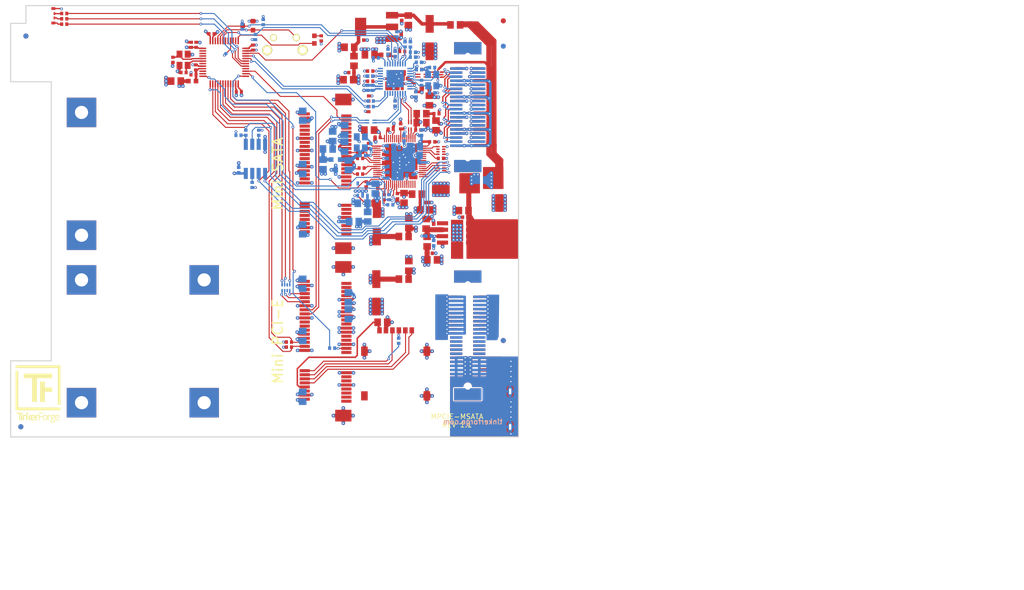
<source format=kicad_pcb>
(kicad_pcb (version 20221018) (generator pcbnew)
  (title_block (title "TNG MPCIE MSATA") (date "2020-09-04") (rev "1.1") (company "Tinkerforge GmbH") (comment 1 "Licensed under CERN OHL v.1.1") (comment 2 "Copyright (©) 2020, B.Nordmeyer <bastian@tinkerforge.com>"))
  (layers (0 "F.Cu" power) (1 "In1.Cu" power "GND") (2 "In2.Cu" power "VCC") (31 "B.Cu" signal) (34 "B.Paste" user) (35 "F.Paste" user) (36 "B.SilkS" user "B.Silkscreen") (37 "F.SilkS" user "F.Silkscreen") (38 "B.Mask" user) (39 "F.Mask" user) (44 "Edge.Cuts" user))
  (net 0 "")
  (net 1 "Earth")
  (net 2 "Net-(C101-Pad1)")
  (net 3 "Net-(C102-Pad1)")
  (net 4 "Net-(C103-Pad1)")
  (net 5 "Net-(C105-Pad1)")
  (net 6 "3V3")
  (net 7 "Net-(R101-Pad1)")
  (net 8 "Net-(R104-Pad1)")
  (net 9 "Net-(R108-Pad1)")
  (net 10 "Net-(R110-Pad2)")
  (net 11 "Net-(LED101-Pad4)")
  (net 12 "Net-(LED101-Pad2)")
  (net 13 "Net-(LED101-Pad3)")
  (net 14 "Net-(R112-Pad1)")
  (net 15 "Net-(R113-Pad1)")
  (net 16 "Net-(P101-Pad1)")
  (net 17 "GND")
  (net 18 "USB_RESET")
  (net 19 "Net-(C124-Pad1)")
  (net 20 "Net-(C137-Pad2)")
  (net 21 "Net-(C138-Pad2)")
  (net 22 "Net-(D102-Pad1)")
  (net 23 "Net-(D102-Pad2)")
  (net 24 "Net-(J104-Pad6)")
  (net 25 "Net-(J104-Pad4)")
  (net 26 "USB_SMB_DATA")
  (net 27 "USB_SMB_CLK")
  (net 28 "LEDR")
  (net 29 "LEDG")
  (net 30 "LEDB")
  (net 31 "Net-(C104-Pad1)")
  (net 32 "Net-(C107-Pad1)")
  (net 33 "STM_USB_DM")
  (net 34 "STM_USB_DP")
  (net 35 "Net-(C126-Pad1)")
  (net 36 "+3.3VP")
  (net 37 "Net-(C136-Pad1)")
  (net 38 "Net-(C140-Pad1)")
  (net 39 "Net-(C144-Pad1)")
  (net 40 "Net-(C207-Pad1)")
  (net 41 "1V8")
  (net 42 "Net-(C308-Pad2)")
  (net 43 "Net-(C310-Pad2)")
  (net 44 "Net-(C310-Pad1)")
  (net 45 "Net-(C311-Pad2)")
  (net 46 "Net-(C311-Pad1)")
  (net 47 "Net-(C312-Pad1)")
  (net 48 "Net-(C312-Pad2)")
  (net 49 "Net-(C313-Pad2)")
  (net 50 "Net-(C313-Pad1)")
  (net 51 "+1.1V")
  (net 52 "Net-(C328-Pad1)")
  (net 53 "Net-(C329-Pad1)")
  (net 54 "VDDA_3P3V")
  (net 55 "VDD_3P3V")
  (net 56 "Net-(J104-Pad36)")
  (net 57 "Net-(J104-Pad30)")
  (net 58 "Net-(J104-Pad28)")
  (net 59 "Net-(J104-Pad22)")
  (net 60 "Net-(J104-Pad20)")
  (net 61 "Net-(J104-Pad14)")
  (net 62 "Net-(J104-Pad12)")
  (net 63 "Net-(J201-Pad10)")
  (net 64 "Net-(J201-Pad12)")
  (net 65 "Net-(J201-Pad14)")
  (net 66 "Net-(J201-Pad16)")
  (net 67 "MPCIE_#DISABLE")
  (net 68 "MPCIE_#RESET")
  (net 69 "MPCIE_DM")
  (net 70 "MPCIE_DP")
  (net 71 "Net-(J201-Pad42)")
  (net 72 "Net-(J201-Pad44)")
  (net 73 "Net-(J201-Pad46)")
  (net 74 "Net-(J201-Pad19)")
  (net 75 "Net-(J202-Pad6)")
  (net 76 "MSATA_ACTIVITY_LED")
  (net 77 "Net-(L102-Pad1)")
  (net 78 "Net-(L102-Pad4)")
  (net 79 "MSATA_DM")
  (net 80 "MSATA_DP")
  (net 81 "UP_USB_DM")
  (net 82 "UP_USB_DP")
  (net 83 "Net-(Q301-Pad3)")
  (net 84 "Net-(R102-Pad1)")
  (net 85 "Net-(R105-Pad1)")
  (net 86 "MPCIE_PPS")
  (net 87 "Net-(R301-Pad1)")
  (net 88 "MSATA_RX")
  (net 89 "Net-(R302-Pad1)")
  (net 90 "Net-(R303-Pad1)")
  (net 91 "MSATA_TX")
  (net 92 "Net-(R304-Pad1)")
  (net 93 "Net-(R305-Pad1)")
  (net 94 "MSATA_EN")
  (net 95 "Net-(R307-Pad1)")
  (net 96 "Net-(R308-Pad2)")
  (net 97 "Net-(R308-Pad1)")
  (net 98 "Net-(R309-Pad2)")
  (net 99 "Net-(R310-Pad1)")
  (net 100 "MSATA_SPI_CS")
  (net 101 "Net-(R311-Pad2)")
  (net 102 "Net-(R312-Pad2)")
  (net 103 "MPCIE_LED_WPAN")
  (net 104 "MPCIE_LED_WIFI")
  (net 105 "MPCIE_LED_WWAN")
  (net 106 "Net-(RP301-Pad5)")
  (net 107 "Net-(RP301-Pad8)")
  (net 108 "MSATA_SPI_CLK")
  (net 109 "MSATA_SPI_DO")
  (net 110 "MSATA_SPI_DI")
  (net 111 "5V-STACK")
  (net 112 "PWR-VCC")
  (net 113 "PWR-GND")
  (net 114 "Net-(L105-Pad3)")
  (net 115 "Net-(L105-Pad2)")
  (net 116 "Net-(R123-Pad2)")
  (net 117 "Net-(RP302-Pad8)")
  (net 118 "Net-(RP302-Pad7)")
  (net 119 "Net-(RP302-Pad6)")
  (net 120 "Net-(RP302-Pad5)")
  (net 121 "Net-(L109-Pad1)")
  (net 122 "Net-(L109-Pad4)")
  (net 123 "LDO-IN")
  (net 124 "Net-(J104-Pad38)")
  (net 125 "3V3-MPCIE")
  (net 126 "3V3-MSATA")
  (net 127 "Net-(J102-Pad22)")
  (net 128 "Net-(J102-Pad24)")
  (net 129 "Net-(J102-Pad26)")
  (net 130 "Net-(J102-Pad28)")
  (net 131 "Net-(J102-Pad30)")
  (net 132 "Net-(J102-Pad21)")
  (net 133 "Net-(J102-Pad23)")
  (net 134 "Net-(J102-Pad25)")
  (net 135 "Net-(J102-Pad27)")
  (net 136 "Net-(J102-Pad29)")
  (net 137 "Net-(J103-Pad22)")
  (net 138 "Net-(J103-Pad24)")
  (net 139 "Net-(J103-Pad26)")
  (net 140 "Net-(J103-Pad28)")
  (net 141 "Net-(J103-Pad30)")
  (net 142 "Net-(J103-Pad21)")
  (net 143 "Net-(J103-Pad23)")
  (net 144 "Net-(J103-Pad25)")
  (net 145 "Net-(J103-Pad27)")
  (net 146 "Net-(J103-Pad29)")
  (net 147 "Net-(J105-Pad37)")
  (net 148 "Net-(J105-Pad35)")
  (net 149 "Net-(J201-Pad1)")
  (net 150 "Net-(J201-Pad3)")
  (net 151 "Net-(J201-Pad5)")
  (net 152 "Net-(J201-Pad6)")
  (net 153 "Net-(J201-Pad7)")
  (net 154 "Net-(J201-Pad11)")
  (net 155 "Net-(J201-Pad13)")
  (net 156 "Net-(J201-Pad28)")
  (net 157 "Net-(J201-Pad30)")
  (net 158 "Net-(J201-Pad32)")
  (net 159 "Net-(J201-Pad48)")
  (net 160 "Net-(J201-Pad17)")
  (net 161 "Net-(J201-Pad23)")
  (net 162 "Net-(J201-Pad25)")
  (net 163 "Net-(J201-Pad31)")
  (net 164 "Net-(J201-Pad33)")
  (net 165 "Net-(J201-Pad45)")
  (net 166 "Net-(J201-Pad47)")
  (net 167 "Net-(J201-Pad49)")
  (net 168 "Net-(J201-Pad51)")
  (net 169 "Net-(J301-Pad1)")
  (net 170 "Net-(J301-Pad3)")
  (net 171 "Net-(J301-Pad5)")
  (net 172 "Net-(J301-Pad6)")
  (net 173 "Net-(J301-Pad7)")
  (net 174 "Net-(J301-Pad8)")
  (net 175 "Net-(J301-Pad10)")
  (net 176 "Net-(J301-Pad11)")
  (net 177 "Net-(J301-Pad12)")
  (net 178 "Net-(J301-Pad13)")
  (net 179 "Net-(J301-Pad14)")
  (net 180 "Net-(J301-Pad16)")
  (net 181 "Net-(J301-Pad20)")
  (net 182 "Net-(J301-Pad22)")
  (net 183 "Net-(J301-Pad28)")
  (net 184 "Net-(J301-Pad30)")
  (net 185 "Net-(J301-Pad32)")
  (net 186 "Net-(J301-Pad36)")
  (net 187 "Net-(J301-Pad38)")
  (net 188 "Net-(J301-Pad42)")
  (net 189 "Net-(J301-Pad44)")
  (net 190 "Net-(J301-Pad46)")
  (net 191 "Net-(J301-Pad48)")
  (net 192 "Net-(J301-Pad17)")
  (net 193 "Net-(J301-Pad19)")
  (net 194 "Net-(J301-Pad43)")
  (net 195 "Net-(J301-Pad45)")
  (net 196 "Net-(J301-Pad47)")
  (net 197 "Net-(J301-Pad51)")
  (net 198 "BOOT")
  (net 199 "Net-(R109-Pad1)")
  (net 200 "Net-(RP201-Pad3)")
  (net 201 "Net-(RP201-Pad6)")
  (net 202 "Net-(RP301-Pad2)")
  (net 203 "Net-(RP301-Pad3)")
  (net 204 "Net-(RP301-Pad6)")
  (net 205 "Net-(RP301-Pad7)")
  (net 206 "Net-(U101-Pad6)")
  (net 207 "Net-(U101-Pad7)")
  (net 208 "Net-(U101-Pad12)")
  (net 209 "Net-(U101-Pad16)")
  (net 210 "Net-(U101-Pad18)")
  (net 211 "Net-(U101-Pad20)")
  (net 212 "Net-(U103-Pad5)")
  (net 213 "Net-(U104-Pad2)")
  (net 214 "Net-(U104-Pad3)")
  (net 215 "Net-(U104-Pad4)")
  (net 216 "Net-(U104-Pad7)")
  (net 217 "Net-(U104-Pad10)")
  (net 218 "Net-(U104-Pad11)")
  (net 219 "Net-(U104-Pad28)")
  (net 220 "Net-(U104-Pad38)")
  (net 221 "Net-(U104-Pad39)")
  (net 222 "Net-(U104-Pad41)")
  (net 223 "Net-(U104-Pad42)")
  (net 224 "Net-(U104-Pad46)")
  (net 225 "Net-(U301-Pad8)")
  (net 226 "Net-(U301-Pad9)")
  (net 227 "Net-(U301-Pad10)")
  (net 228 "Net-(U301-Pad11)")
  (net 229 "Net-(U301-Pad13)")
  (net 230 "Net-(U301-Pad14)")
  (net 231 "Net-(U301-Pad15)")
  (net 232 "Net-(U301-Pad16)")
  (net 233 "Net-(U301-Pad22)")
  (net 234 "Net-(U301-Pad23)")
  (net 235 "Net-(U301-Pad25)")
  (net 236 "Net-(U301-Pad26)")
  (net 237 "Net-(U301-Pad27)")
  (net 238 "Net-(U301-Pad28)")
  (net 239 "Net-(U301-Pad37)")
  (net 240 "Net-(U301-Pad42)")
  (net 241 "Net-(U301-Pad43)")
  (net 242 "Net-(U301-Pad45)")
  (net 243 "Net-(U301-Pad46)")
  (net 244 "Net-(U301-Pad54)")
  (net 245 "Net-(U301-Pad64)")
  (net 246 "Net-(U302-Pad4)")
  (footprint "kicad-libraries:Logo_TF_10x12" (layer "F.Cu") (at 62.85 127.35)
    (fp_text reference "G***" hide)
    (fp_text value "LOGO" hide)
  )
  (footprint "kicad-libraries:Fiducial_Mark" (layer "F.Cu") (at 154.45 116.95)
    (fp_text reference "Fiducial_Mark" hide)
    (fp_text value "VAL**" hide)
  )
  (footprint "kicad-libraries:PE_Hook" (layer "F.Cu") (at 155.95 128.05)
    (fp_text reference "P102")
    (fp_text value "PE")
  )
  (footprint "kicad-libraries:R0402F" (layer "F.Cu") (at 68 54.6 180)
    (fp_text reference "R115")
    (fp_text value "0")
  )
  (footprint "kicad-libraries:R0402F" (layer "F.Cu") (at 68 53.55 180)
    (fp_text reference "R119")
    (fp_text value "0")
  )
  (footprint "kicad-libraries:R0402F" (layer "F.Cu") (at 68 52.5 180)
    (fp_text reference "R120")
    (fp_text value "56")
  )
  (footprint "kicad-libraries:TACT-6MM-HOR" (layer "F.Cu") (at 111.45 57.25)
    (fp_text reference "SW101")
    (fp_text value "BOOT")
  )
  (footprint "kicad-libraries:TNG-40-TOP" (layer "F.Cu") (at 147.45 70.95 -90)
    (fp_text reference "J105")
    (fp_text value "TNG-Data-TOP")
  )
  (footprint "kicad-libraries:TNG-40-TOP" (layer "F.Cu") (at 147.45 115.95 -90)
    (fp_text reference "J103")
    (fp_text value "TNG-Power-TOP")
  )
  (footprint "kicad-libraries:LED-RGB-LP" (layer "F.Cu") (at 65.85 52.95 90)
    (fp_text reference "LED101")
    (fp_text value "EASV3015RGBA0")
  )
  (footprint "kicad-libraries:C0402F" (layer "F.Cu") (at 134.05 66.35 180)
    (fp_text reference "C104")
    (fp_text value "100nF")
  )
  (footprint "kicad-libraries:C0402F" (layer "F.Cu") (at 132.25 65.35)
    (fp_text reference "C105")
    (fp_text value "100nF")
  )
  (footprint "kicad-libraries:C0402F" (layer "F.Cu") (at 132.25 64.45)
    (fp_text reference "C109")
    (fp_text value "1uF")
  )
  (footprint "kicad-libraries:C0402F" (layer "F.Cu") (at 128.25 64.85 180)
    (fp_text reference "C111")
    (fp_text value "1uF")
  )
  (footprint "kicad-libraries:C0402F" (layer "F.Cu") (at 133.15 60.45 90)
    (fp_text reference "C113")
    (fp_text value "1uF")
  )
  (footprint "kicad-libraries:C0402F" (layer "F.Cu") (at 133.15 70.25 -90)
    (fp_text reference "C115")
    (fp_text value "1uF")
  )
  (footprint "kicad-libraries:C0402F" (layer "F.Cu") (at 137.85 63.55)
    (fp_text reference "C119")
    (fp_text value "1uF")
  )
  (footprint "kicad-libraries:C0402F" (layer "F.Cu") (at 137.25 68.45 -90)
    (fp_text reference "C120")
    (fp_text value "1uF")
  )
  (footprint "kicad-libraries:C0402F" (layer "F.Cu") (at 127.95 71.35 -90)
    (fp_text reference "C121")
    (fp_text value "47pF")
  )
  (footprint "kicad-libraries:C0402F" (layer "F.Cu") (at 127.95 69.25 90)
    (fp_text reference "C122")
    (fp_text value "47pF")
  )
  (footprint "kicad-libraries:C0402F" (layer "F.Cu") (at 93 58.675 90)
    (fp_text reference "C123")
    (fp_text value "1uF")
  )
  (footprint "kicad-libraries:C0402F" (layer "F.Cu") (at 93.45 64.575 180)
    (fp_text reference "C124")
    (fp_text value "1uF")
  )
  (footprint "kicad-libraries:C0402F" (layer "F.Cu") (at 102.38 67.915 180)
    (fp_text reference "C127")
    (fp_text value "100nF")
  )
  (footprint "kicad-libraries:C0402F" (layer "F.Cu") (at 105.1 59.225 -90)
    (fp_text reference "C129")
    (fp_text value "100nF")
  )
  (footprint "kicad-libraries:C0402F" (layer "F.Cu") (at 97 56.525)
    (fp_text reference "C130")
    (fp_text value "100nF")
  )
  (footprint "kicad-libraries:C0402F" (layer "F.Cu") (at 93.95 58.675 90)
    (fp_text reference "C131")
    (fp_text value "100nF")
  )
  (footprint "kicad-libraries:C0402F" (layer "F.Cu") (at 93.9 63.125 90)
    (fp_text reference "C133")
    (fp_text value "100nF")
  )
  (footprint "kicad-libraries:C0402F" (layer "F.Cu") (at 124.55 64.15 180)
    (fp_text reference "C134")
    (fp_text value "1uF")
  )
  (footprint "kicad-libraries:C0402F" (layer "F.Cu") (at 139.95 99.75)
    (fp_text reference "C135")
    (fp_text value "1uF")
  )
  (footprint "kicad-libraries:C0402F" (layer "F.Cu") (at 89.4 61.625 90)
    (fp_text reference "C137")
    (fp_text value "33pF")
  )
  (footprint "kicad-libraries:C0402F" (layer "F.Cu") (at 91.5 64.125)
    (fp_text reference "C138")
    (fp_text value "33pF")
  )
  (footprint "kicad-libraries:C0402F" (layer "F.Cu") (at 126.45 57.75)
    (fp_text reference "C141")
    (fp_text value "1uF")
  )
  (footprint "kicad-libraries:C0402F" (layer "F.Cu") (at 140.75 94.55 90)
    (fp_text reference "C142")
    (fp_text value "1uF")
  )
  (footprint "kicad-libraries:C0402F" (layer "F.Cu") (at 134.45 53.35 -90)
    (fp_text reference "C144")
    (fp_text value "1uF")
  )
  (footprint "kicad-libraries:ELKO_63" (layer "F.Cu") (at 144.85 87.15)
    (fp_text reference "C148")
    (fp_text value "100uF")
  )
  (footprint "kicad-libraries:ELKO_63" (layer "F.Cu") (at 139.95 57.25 90)
    (fp_text reference "C150")
    (fp_text value "100uF")
  )
  (footprint "kicad-libraries:ELKO_63" (layer "F.Cu") (at 153.65 87.15 90)
    (fp_text reference "C151")
    (fp_text value "100uF")
  )
  (footprint "kicad-libraries:ELKO_63" (layer "F.Cu") (at 129.45 107.55 90)
    (fp_text reference "C202")
    (fp_text value "100uF")
  )
  (footprint "kicad-libraries:D0603F" (layer "F.Cu") (at 117.25 57.65 -90)
    (fp_text reference "D102")
    (fp_text value "blue")
  )
  (footprint "kicad-libraries:SIM8060" (layer "F.Cu") (at 133.25 114.95)
    (fp_text reference "J202")
    (fp_text value "SIM8060")
  )
  (footprint "kicad-libraries:R0603F" (layer "F.Cu") (at 131.15 60.65)
    (fp_text reference "L101")
    (fp_text value "FB")
  )
  (footprint "kicad-libraries:R0603F" (layer "F.Cu") (at 139.15 67.2 180)
    (fp_text reference "L103")
    (fp_text value "FB")
  )
  (footprint "kicad-libraries:WE-CNSW-0603" (layer "F.Cu") (at 136.05 74.65 90)
    (fp_text reference "L105")
    (fp_text value "744230900")
  )
  (footprint "kicad-libraries:R0805E" (layer "F.Cu") (at 125.05 61.85 90)
    (fp_text reference "L106")
    (fp_text value "INDUCTs")
  )
  (footprint "kicad-libraries:R0805E" (layer "F.Cu") (at 139.45 97.45 90)
    (fp_text reference "L107")
    (fp_text value "INDUCTs")
  )
  (footprint "kicad-libraries:R0603F" (layer "F.Cu") (at 93.2 65.825)
    (fp_text reference "L108")
    (fp_text value "FB")
  )
  (footprint "kicad-libraries:R0805E" (layer "F.Cu") (at 145 54.75 180)
    (fp_text reference "L112")
    (fp_text value "INDUCTs")
  )
  (footprint "kicad-libraries:R0805E" (layer "F.Cu") (at 134.85 96.45 180)
    (fp_text reference "L301")
    (fp_text value "INDUCTs")
  )
  (footprint "kicad-libraries:R0805E" (layer "F.Cu") (at 137.45 88.1 180)
    (fp_text reference "L304")
    (fp_text value "INDUCTs")
  )
  (footprint "kicad-libraries:R0805E" (layer "F.Cu") (at 138.35 72.25 180)
    (fp_text reference "L305")
    (fp_text value "INDUCTs")
  )
  (footprint "kicad-libraries:R0402F" (layer "F.Cu") (at 128.25 65.85 180)
    (fp_text reference "R102")
    (fp_text value "10k")
  )
  (footprint "kicad-libraries:R0402F" (layer "F.Cu") (at 128.25 63.85 180)
    (fp_text reference "R104")
    (fp_text value "10k")
  )
  (footprint "kicad-libraries:R0402F" (layer "F.Cu") (at 134.55 59.975 180)
    (fp_text reference "R109")
    (fp_text value "10k")
  )
  (footprint "kicad-libraries:R0402F" (layer "F.Cu") (at 118.6 57.4 -90)
    (fp_text reference "R121")
    (fp_text value "1k")
  )
  (footprint "kicad-libraries:R0402F" (layer "F.Cu") (at 112.25 118.25 180)
    (fp_text reference "R202")
    (fp_text value "1k")
  )
  (footprint "kicad-libraries:R0402F" (layer "F.Cu") (at 112.25 117.25)
    (fp_text reference "R203")
    (fp_text value "1k")
  )
  (footprint "kicad-libraries:R0402F" (layer "F.Cu") (at 127.45 86.15 90)
    (fp_text reference "R306")
    (fp_text value "10k")
  )
  (footprint "kicad-libraries:R0402F" (layer "F.Cu") (at 142.15 81.05 180)
    (fp_text reference "R309")
    (fp_text value "DNP")
  )
  (footprint "kicad-libraries:4X0402" (layer "F.Cu") (at 142.15 79.5 90)
    (fp_text reference "RP301")
    (fp_text value "1k")
  )
  (footprint "kicad-libraries:4X0402" (layer "F.Cu") (at 142.15 82.7 90)
    (fp_text reference "RP302")
    (fp_text value "100")
  )
  (footprint "kicad-libraries:SOT-223" (layer "F.Cu") (at 129.45 55.15 90)
    (fp_text reference "U102")
    (fp_text value "LD1117")
  )
  (footprint "kicad-libraries:SO-8-EP" (layer "F.Cu") (at 145.35 95.75 90)
    (fp_text reference "U103")
    (fp_text value "TPS7A7002")
  )
  (footprint "kicad-libraries:SOT563-SPEC" (layer "F.Cu") (at 141.55 64.55 -90)
    (fp_text reference "U105")
    (fp_text value "82400152")
  )
  (footprint "kicad-libraries:QFP-64_7x7_Pitch0.4mm" (layer "F.Cu") (at 134.05 81.65 90)
    (fp_text reference "U301")
    (fp_text value "TUSB9261PVP")
  )
  (footprint "kicad-libraries:CRYSTAL_3225" (layer "F.Cu") (at 91.5 61.625 90)
    (fp_text reference "X102")
    (fp_text value "8MHz")
  )
  (footprint "kicad-libraries:WE-CNSW-0603" (layer "F.Cu") (at 138.45 64.75 180)
    (fp_text reference "L109")
    (fp_text value "744230900")
  )
  (footprint "kicad-libraries:R0402F" (layer "F.Cu") (at 135.05 65.325)
    (fp_text reference "R110")
    (fp_text value "12k")
  )
  (footprint "kicad-libraries:LQFP48" (layer "F.Cu") (at 99.5 62.125 -90)
    (fp_text reference "U104")
    (fp_text value "STM32F070CBT6")
  )
  (footprint "kicad-libraries:R0805E" (layer "F.Cu") (at 134.85 104.85 180)
    (fp_text reference "L201")
    (fp_text value "INDUCTs")
  )
  (footprint "kicad-libraries:C0402F" (layer "F.Cu") (at 134.05 67.25 180)
    (fp_text reference "C108")
    (fp_text value "1uF")
  )
  (footprint "kicad-libraries:Fiducial_Mark" (layer "F.Cu") (at 59.45 133.95)
    (fp_text reference "Fiducial_Mark" hide)
    (fp_text value "VAL**" hide)
  )
  (footprint "kicad-libraries:R0402F" (layer "F.Cu") (at 131.95 88.7 -90)
    (fp_text reference "R302")
    (fp_text value "DNP")
  )
  (footprint "kicad-libraries:R0402F" (layer "F.Cu") (at 131 88.7 -90)
    (fp_text reference "R303")
    (fp_text value "DNP")
  )
  (footprint "kicad-libraries:ELKO_63" (layer "F.Cu") (at 129.55 93.75 -90)
    (fp_text reference "C306")
    (fp_text value "100uF")
  )
  (footprint "kicad-libraries:Mini-PCIE" (layer "F.Cu") (at 119.45 120.95 90)
    (fp_text reference "J201")
    (fp_text value "Mini-PCIE")
  )
  (footprint "kicad-libraries:C0402F" (layer "F.Cu") (at 146.95 92.65 180)
    (fp_text reference "C143")
    (fp_text value "1uF")
  )
  (footprint "kicad-libraries:R0402F" (layer "F.Cu") (at 127.925 78.6 90)
    (fp_text reference "R307")
    (fp_text value "10k")
  )
  (footprint "kicad-libraries:Fiducial_Mark" (layer "F.Cu") (at 154.45 53.95)
    (fp_text reference "Fiducial_Mark" hide)
    (fp_text value "VAL**" hide)
  )
  (footprint "kicad-libraries:Fiducial_Mark" (layer "F.Cu") (at 60.45 56.95)
    (fp_text reference "Fiducial_Mark" hide)
    (fp_text value "VAL**" hide)
  )
  (footprint "kicad-libraries:SOT23GDS" (layer "F.Cu") (at 104.15 54.9 -90)
    (fp_text reference "Q101")
    (fp_text value "2N7002")
  )
  (footprint "kicad-libraries:Mini-SATA" (layer "F.Cu") (at 119.45 87.95 90)
    (fp_text reference "J301")
    (fp_text value "Mini-SATA")
  )
  (footprint "kicad-libraries:C0402F" (layer "F.Cu") (at 126.25 79.85 180)
    (fp_text reference "C310")
    (fp_text value "10nF")
  )
  (footprint "kicad-libraries:C0402F" (layer "F.Cu") (at 126.25 81.05 180)
    (fp_text reference "C311")
    (fp_text value "10nF")
  )
  (footprint "kicad-libraries:C0402F" (layer "F.Cu") (at 126.55 82.95 180)
    (fp_text reference "C312")
    (fp_text value "10nF")
  )
  (footprint "kicad-libraries:C0402F" (layer "F.Cu") (at 126.25 84.15 180)
    (fp_text reference "C313")
    (fp_text value "10nF")
  )
  (footprint "kicad-libraries:C0805E" (layer "F.Cu") (at 135.85 93.85 -90)
    (fp_text reference "C309")
    (fp_text value "10uF")
  )
  (footprint "kicad-libraries:C0402F" (layer "F.Cu") (at 129.75 87.45 90)
    (fp_text reference "C314")
    (fp_text value "100nF")
  )
  (footprint "kicad-libraries:C0402F" (layer "F.Cu") (at 140.45 77.8 180)
    (fp_text reference "C317")
    (fp_text value "100nF")
  )
  (footprint "kicad-libraries:C0402F" (layer "F.Cu") (at 132.275 75.3 180)
    (fp_text reference "C320")
    (fp_text value "100nF")
  )
  (footprint "kicad-libraries:C0402F" (layer "F.Cu") (at 137.7 75.45 180)
    (fp_text reference "C332")
    (fp_text value "100nF")
  )
  (footprint "kicad-libraries:C0402F" (layer "F.Cu") (at 133.6 88.5 90)
    (fp_text reference "C333")
    (fp_text value "100nF")
  )
  (footprint "kicad-libraries:C0402F" (layer "F.Cu") (at 134.25 74.75 -90)
    (fp_text reference "C334")
    (fp_text value "100nF")
  )
  (footprint "kicad-libraries:C0402F" (layer "F.Cu") (at 129.7 76.925)
    (fp_text reference "C336")
    (fp_text value "100nF")
  )
  (footprint "kicad-libraries:C0805E" (layer "F.Cu") (at 134.9 88.85 -90)
    (fp_text reference "C339")
    (fp_text value "10uF")
  )
  (footprint "kicad-libraries:C0805E" (layer "F.Cu") (at 128.05 75.475 180)
    (fp_text reference "C340")
    (fp_text value "10uF")
  )
  (footprint "kicad-libraries:C0805E" (layer "F.Cu") (at 138.35 74)
    (fp_text reference "C342")
    (fp_text value "10uF")
  )
  (footprint "kicad-libraries:C0402F" (layer "F.Cu") (at 138.6 89.75 180)
    (fp_text reference "C343")
    (fp_text value "100nF")
  )
  (footprint "kicad-libraries:C0402F" (layer "F.Cu") (at 141.3 72.25 180)
    (fp_text reference "C344")
    (fp_text value "100nF")
  )
  (footprint "kicad-libraries:C0805E" (layer "F.Cu") (at 139.05 91.2)
    (fp_text reference "C345")
    (fp_text value "10uF")
  )
  (footprint "kicad-libraries:C0805E" (layer "F.Cu") (at 141.2 74.55 -90)
    (fp_text reference "C346")
    (fp_text value "10uF")
  )
  (footprint "kicad-libraries:C0805E" (layer "F.Cu") (at 128.15 60.65 180)
    (fp_text reference "C116")
    (fp_text value "10uF")
  )
  (footprint "kicad-libraries:C0805E" (layer "F.Cu") (at 139.9 69.65 -90)
    (fp_text reference "C125")
    (fp_text value "10uF")
  )
  (footprint "kicad-libraries:C0805E" (layer "F.Cu") (at 123.95 65.55 180)
    (fp_text reference "C128")
    (fp_text value "10uF")
  )
  (footprint "kicad-libraries:C0805E" (layer "F.Cu") (at 140.45 101.05)
    (fp_text reference "C132")
    (fp_text value "10uF")
  )
  (footprint "kicad-libraries:C0805E" (layer "F.Cu") (at 124.15 59.15 180)
    (fp_text reference "C136")
    (fp_text value "10uF")
  )
  (footprint "kicad-libraries:C0805E" (layer "F.Cu") (at 139.25 93.95 90)
    (fp_text reference "C140")
    (fp_text value "10uF")
  )
  (footprint "kicad-libraries:C0805E" (layer "F.Cu") (at 146.65 91.35 180)
    (fp_text reference "C146")
    (fp_text value "10uF")
  )
  (footprint "kicad-libraries:C0805E" (layer "F.Cu") (at 135.75 53.85 -90)
    (fp_text reference "C147")
    (fp_text value "10uF")
  )
  (footprint "kicad-libraries:C0805E" (layer "F.Cu") (at 130.65 113.35)
    (fp_text reference "C207")
    (fp_text value "10uF")
  )
  (footprint "kicad-libraries:C0805E" (layer "F.Cu") (at 135.85 102.25 -90)
    (fp_text reference "C209")
    (fp_text value "10uF")
  )
  (footprint "kicad-libraries:C0805E" (layer "F.Cu") (at 90 65.825 180)
    (fp_text reference "C139")
    (fp_text value "10uF")
  )
  (footprint "kicad-libraries:Fiducial_Mark" (layer "B.Cu") (at 154.45 116.95)
    (fp_text reference "Fiducial_Mark" hide)
    (fp_text value "VAL**" hide)
  )
  (footprint "kicad-libraries:Fiducial_Mark" (layer "B.Cu") (at 59.45 133.95)
    (fp_text reference "Fiducial_Mark" hide)
    (fp_text value "VAL**" hide)
  )
  (footprint "kicad-libraries:Fiducial_Mark" (layer "B.Cu") (at 154.45 58.95)
    (fp_text reference "Fiducial_Mark" hide)
    (fp_text value "VAL**" hide)
  )
  (footprint "kicad-libraries:TNG-40-BTM" (layer "B.Cu") (at 147.45 115.95 -90)
    (fp_text reference "J102")
    (fp_text value "TNG-Power-BTM")
  )
  (footprint "kicad-libraries:TNG-40-BTM" (layer "B.Cu") (at 147.45 70.95 -90)
    (fp_text reference "J104")
    (fp_text value "TNG-Data-BTM")
  )
  (footprint "kicad-libraries:C0402F" (layer "B.Cu") (at 128.25 64.85 180)
    (fp_text reference "C103")
    (fp_text value "100nF")
  )
  (footprint "kicad-libraries:C0402F" (layer "B.Cu") (at 133.15 60.45 90)
    (fp_text reference "C106")
    (fp_text value "100nF")
  )
  (footprint "kicad-libraries:C0402F" (layer "B.Cu") (at 133.15 70.25 -90)
    (fp_text reference "C107")
    (fp_text value "100nF")
  )
  (footprint "kicad-libraries:C0402F" (layer "B.Cu") (at 128.75 67.15 90)
    (fp_text reference "C110")
    (fp_text value "100nF")
  )
  (footprint "kicad-libraries:C0402F" (layer "B.Cu") (at 137.85 63.55)
    (fp_text reference "C112")
    (fp_text value "100nF")
  )
  (footprint "kicad-libraries:C0402F" (layer "B.Cu") (at 137.25 68.45 -90)
    (fp_text reference "C114")
    (fp_text value "100nF")
  )
  (footprint "kicad-libraries:C0402F" (layer "B.Cu") (at 127.75 67.15 90)
    (fp_text reference "C118")
    (fp_text value "1uF")
  )
  (footprint "kicad-libraries:C0402F" (layer "B.Cu") (at 136.65 61.1)
    (fp_text reference "C126")
    (fp_text value "1nF")
  )
  (footprint "kicad-libraries:WE-CNSW-0603" (layer "B.Cu") (at 128.35 73.8 180)
    (fp_text reference "L102")
    (fp_text value "744230900")
  )
  (footprint "kicad-libraries:R0805E" (layer "B.Cu") (at 150.15 85.35 180)
    (fp_text reference "L111")
    (fp_text value "INDUCTs")
  )
  (footprint "kicad-libraries:R0805E" (layer "B.Cu") (at 127.75 92.55 90)
    (fp_text reference "L302")
    (fp_text value "INDUCTs")
  )
  (footprint "kicad-libraries:R0805E" (layer "B.Cu") (at 119.9 79.2 180)
    (fp_text reference "L303")
    (fp_text value "INDUCTs")
  )
  (footprint "kicad-libraries:DEBUG_PAD" (layer "B.Cu") (at 99.825 60.425)
    (fp_text reference "P101")
    (fp_text value "Debug")
  )
  (footprint "kicad-libraries:R0402F" (layer "B.Cu") (at 137.825 62.125)
    (fp_text reference "R101")
    (fp_text value "10k")
  )
  (footprint "kicad-libraries:R0402F" (layer "B.Cu") (at 129.35 61.25 180)
    (fp_text reference "R105")
    (fp_text value "10k")
  )
  (footprint "kicad-libraries:R0402F" (layer "B.Cu") (at 131.75 60.05 90)
    (fp_text reference "R108")
    (fp_text value "10k")
  )
  (footprint "kicad-libraries:R0402F" (layer "B.Cu") (at 128.35 69.75 180)
    (fp_text reference "R112")
    (fp_text value "22")
  )
  (footprint "kicad-libraries:R0402F" (layer "B.Cu") (at 128.35 70.85 180)
    (fp_text reference "R113")
    (fp_text value "22")
  )
  (footprint "kicad-libraries:R0402F" (layer "B.Cu") (at 135.1 58.6 -90)
    (fp_text reference "R116")
    (fp_text value "10k")
  )
  (footprint "kicad-libraries:R0402F" (layer "B.Cu") (at 136.65 60.15)
    (fp_text reference "R118")
    (fp_text value "DNP")
  )
  (footprint "kicad-libraries:R0402F" (layer "B.Cu") (at 136.15 58.6 -90)
    (fp_text reference "R122")
    (fp_text value "100k")
  )
  (footprint "kicad-libraries:R0402F" (layer "B.Cu") (at 133.85 117 -90)
    (fp_text reference "R204")
    (fp_text value "DNP")
  )
  (footprint "kicad-libraries:R0402F" (layer "B.Cu") (at 131.95 88.7 -90)
    (fp_text reference "R304")
    (fp_text value "DNP")
  )
  (footprint "kicad-libraries:R0402F" (layer "B.Cu") (at 132.2 90.2 180)
    (fp_text reference "R305")
    (fp_text value "DNP")
  )
  (footprint "kicad-libraries:R0402F" (layer "B.Cu") (at 134.9 77.1 -90)
    (fp_text reference "R308")
    (fp_text value "10k")
  )
  (footprint "kicad-libraries:R0402F" (layer "B.Cu") (at 103.75 76 90)
    (fp_text reference "R310")
    (fp_text value "0")
  )
  (footprint "kicad-libraries:R0402F" (layer "B.Cu") (at 106.3 76 -90)
    (fp_text reference "R311")
    (fp_text value "10k")
  )
  (footprint "kicad-libraries:R0402F" (layer "B.Cu") (at 105 86.3 90)
    (fp_text reference "R312")
    (fp_text value "10k")
  )
  (footprint "kicad-libraries:R0402F" (layer "B.Cu") (at 102.3 76.5 180)
    (fp_text reference "R313")
    (fp_text value "DNP")
  )
  (footprint "kicad-libraries:4X0402" (layer "B.Cu") (at 111.65 106.55)
    (fp_text reference "RP201")
    (fp_text value "1k")
  )
  (footprint "kicad-libraries:SOT23-5" (layer "B.Cu") (at 126.75 87.2 180)
    (fp_text reference "U302")
    (fp_text value "TLV71211DBVR")
  )
  (footprint "kicad-libraries:SOT23-3" (layer "B.Cu") (at 121.45 82.3 180)
    (fp_text reference "U303")
    (fp_text value "AP7333-18SAG-7")
  )
  (footprint "kicad-libraries:SO-8" (layer "B.Cu") (at 105.65 81.15)
    (fp_text reference "U304")
    (fp_text value "AT25DF011-SSHN-T")
  )
  (footprint "kicad-libraries:C0402F" (layer "B.Cu") (at 140.45 63.15 180)
    (fp_text reference "C101")
    (fp_text value "33pF")
  )
  (footprint "kicad-libraries:R0402F" (layer "B.Cu") (at 138.35 66.15 90)
    (fp_text reference "R103")
    (fp_text value "1M")
  )
  (footprint "kicad-libraries:R0402F" (layer "B.Cu") (at 103.05 55.1 -90)
    (fp_text reference "R114")
    (fp_text value "1k")
  )
  (footprint "kicad-libraries:CRYSTAL_3225" (layer "B.Cu") (at 140.45 65.65 -90)
    (fp_text reference "X101")
    (fp_text value "24MHz")
  )
  (footprint "kicad-libraries:R0402F" (layer "B.Cu") (at 139.75 96.35)
    (fp_text reference "R123")
    (fp_text value "169k")
  )
  (footprint "kicad-libraries:R0402F" (layer "B.Cu") (at 140.75 97.75 -90)
    (fp_text reference "R124")
    (fp_text value "30.1k")
  )
  (footprint "kicad-libraries:QFN36-6x6mm-0.5mm" (layer "B.Cu") (at 133.15 65.35 180)
    (fp_text reference "U101")
    (fp_text value "USB2514B")
  )
  (footprint "kicad-libraries:R0402F" (layer "B.Cu") (at 120.75 118.45 180)
    (fp_text reference "R201")
    (fp_text value "1k")
  )
  (footprint "kicad-libraries:C0402F" (layer "B.Cu") (at 140.45 68.15)
    (fp_text reference "C102")
    (fp_text value "33pF")
  )
  (footprint "kicad-libraries:C0402F" (layer "B.Cu") (at 133.5 56.6 90)
    (fp_text reference "C117")
    (fp_text value "100nF")
  )
  (footprint "kicad-libraries:R0402F" (layer "B.Cu") (at 128.35 78.7 90)
    (fp_text reference "R301")
    (fp_text value "0")
  )
  (footprint "kicad-libraries:CRYSTAL_3225_4" (layer "B.Cu") (at 126.4 77.9 90)
    (fp_text reference "Q301")
    (fp_text value "40MHz")
  )
  (footprint "kicad-libraries:Fiducial_Mark" (layer "B.Cu") (at 60.45 56.95)
    (fp_text reference "Fiducial_Mark" hide)
    (fp_text value "VAL**" hide)
  )
  (footprint "kicad-libraries:R0402F" (layer "B.Cu") (at 105.65 57.15 -90)
    (fp_text reference "R106")
    (fp_text value "10k")
  )
  (footprint "kicad-libraries:R0402F" (layer "B.Cu") (at 107.175 54.2 90)
    (fp_text reference "R111")
    (fp_text value "10k")
  )
  (footprint "kicad-libraries:C0805E" (layer "B.Cu") (at 114.95 95.05 -90)
    (fp_text reference "C301")
    (fp_text value "10uF")
  )
  (footprint "kicad-libraries:C0805E" (layer "B.Cu") (at 114.95 83.15 -90)
    (fp_text reference "C302")
    (fp_text value "10uF")
  )
  (footprint "kicad-libraries:C0805E" (layer "B.Cu") (at 123.2 78.75 90)
    (fp_text reference "C303")
    (fp_text value "10uF")
  )
  (footprint "kicad-libraries:C0805E" (layer "B.Cu") (at 123.2 75.45 -90)
    (fp_text reference "C304")
    (fp_text value "10uF")
  )
  (footprint "kicad-libraries:C0805E" (layer "B.Cu") (at 114.95 72.65 90)
    (fp_text reference "C305")
    (fp_text value "10uF")
  )
  (footprint "kicad-libraries:C0402F" (layer "B.Cu") (at 126.8 80.475)
    (fp_text reference "C308")
    (fp_text value "100nF")
  )
  (footprint "kicad-libraries:C0402F" (layer "B.Cu") (at 135.45 83.725 -90)
    (fp_text reference "C315")
    (fp_text value "100nF")
  )
  (footprint "kicad-libraries:C0402F" (layer "B.Cu") (at 136.7 83.75 -90)
    (fp_text reference "C316")
    (fp_text value "100nF")
  )
  (footprint "kicad-libraries:C0402F" (layer "B.Cu") (at 134 79.6 90)
    (fp_text reference "C318")
    (fp_text value "100nF")
  )
  (footprint "kicad-libraries:C0402F" (layer "B.Cu") (at 138.35 76 -90)
    (fp_text reference "C319")
    (fp_text value "100nF")
  )
  (footprint "kicad-libraries:C0402F" (layer "B.Cu") (at 132.15 81.05 180)
    (fp_text reference "C321")
    (fp_text value "100nF")
  )
  (footprint "kicad-libraries:C0402F" (layer "B.Cu") (at 132.15 78.575 180)
    (fp_text reference "C322")
    (fp_text value "100nF")
  )
  (footprint "kicad-libraries:C0402F" (layer "B.Cu") (at 132.25 82.65 180)
    (fp_text reference "C323")
    (fp_text value "100nF")
  )
  (footprint "kicad-libraries:C0402F" (layer "B.Cu") (at 132.25 84.95 180)
    (fp_text reference "C324")
    (fp_text value "100nF")
  )
  (footprint "kicad-libraries:C0805E" (layer "B.Cu") (at 129.25 87 -90)
    (fp_text reference "C325")
    (fp_text value "10uF")
  )
  (footprint "kicad-libraries:C0805E" (layer "B.Cu") (at 123.95 82.4 -90)
    (fp_text reference "C326")
    (fp_text value "10uF")
  )
  (footprint "kicad-libraries:C0805E" (layer "B.Cu") (at 137.05 78.75 180)
    (fp_text reference "C327")
    (fp_text value "10uF")
  )
  (footprint "kicad-libraries:C0805E" (layer "B.Cu") (at 126.75 89.9 180)
    (fp_text reference "C328")
    (fp_text value "10uF")
  )
  (footprint "kicad-libraries:C0805E" (layer "B.Cu") (at 118.95 82.25 -90)
    (fp_text reference "C329")
    (fp_text value "10uF")
  )
  (footprint "kicad-libraries:C0805E" (layer "B.Cu") (at 125.05 93.5 180)
    (fp_text reference "C330")
    (fp_text value "10uF")
  )
  (footprint "kicad-libraries:C0805E" (layer "B.Cu") (at 120.85 76.7 90)
    (fp_text reference "C331")
    (fp_text value "10uF")
  )
  (footprint "kicad-libraries:C0402F" (layer "B.Cu") (at 137.35 81.85)
    (fp_text reference "C335")
    (fp_text value "100nF")
  )
  (footprint "kicad-libraries:C0402F" (layer "B.Cu") (at 132.15 79.8 180)
    (fp_text reference "C337")
    (fp_text value "100nF")
  )
  (footprint "kicad-libraries:C0402F" (layer "B.Cu") (at 132.25 83.8 180)
    (fp_text reference "C338")
    (fp_text value "100nF")
  )
  (footprint "kicad-libraries:C0805E" (layer "B.Cu") (at 137 80.45 180)
    (fp_text reference "C341")
    (fp_text value "10uF")
  )
  (footprint "kicad-libraries:C0402F" (layer "B.Cu") (at 102.35 83.35 -90)
    (fp_text reference "C347")
    (fp_text value "100nF")
  )
  (footprint "kicad-libraries:C0805E" (layer "B.Cu") (at 114.95 116.05 -90)
    (fp_text reference "C203")
    (fp_text value "10uF")
  )
  (footprint "kicad-libraries:C0805E" (layer "B.Cu") (at 123.95 111.75 90)
    (fp_text reference "C204")
    (fp_text value "10uF")
  )
  (footprint "kicad-libraries:C0805E" (layer "B.Cu") (at 123.95 108.45 -90)
    (fp_text reference "C205")
    (fp_text value "10uF")
  )
  (footprint "kicad-libraries:C0805E" (layer "B.Cu") (at 114.95 105.75 90)
    (fp_text reference "C206")
    (fp_text value "10uF")
  )
  (footprint "kicad-libraries:C0805E" (layer "B.Cu") (at 114.95 128.05 90)
    (fp_text reference "C201")
    (fp_text value "10uF")
  )
  (gr_line (start 65.45 120.95) (end 57.45 120.95) (stroke (width 0.2)) (layer "Edge.Cuts"))
  (gr_line (start 65.45 65.95) (end 65.45 120.95) (stroke (width 0.2)) (layer "Edge.Cuts"))
  (gr_line (start 57.45 65.95) (end 65.45 65.95) (stroke (width 0.2)) (layer "Edge.Cuts"))
  (gr_line (start 57.45 135.95) (end 57.45 120.95) (stroke (width 0.2)) (layer "Edge.Cuts"))
  (gr_line (start 57.45 54.45) (end 60.45 54.45) (stroke (width 0.2)) (layer "Edge.Cuts"))
  (gr_line (start 157.45 135.95) (end 157.45 50.95) (stroke (width 0.2)) (layer "Edge.Cuts"))
  (gr_line (start 57.45 65.95) (end 57.45 54.45) (stroke (width 0.2)) (layer "Edge.Cuts"))
  (gr_line (start 60.45 50.95) (end 157.45 50.95) (stroke (width 0.2)) (layer "Edge.Cuts"))
  (gr_line (start 57.45 135.95) (end 157.45 135.95) (stroke (width 0.2)) (layer "Edge.Cuts"))
  (gr_line (start 60.45 54.45) (end 60.45 50.95) (stroke (width 0.2)) (layer "Edge.Cuts"))
  (gr_text "tinkerforge.com" (at 148.45 132.95) (layer "B.SilkS") (effects (font (size 1 1) (thickness 0.2)) (justify mirror)))
  (gr_text "Mini PCI-E" (at 110.05 117.1 90) (layer "F.SilkS") (effects (font (size 2 2) (thickness 0.3))))
  (gr_text "MPCIE-MSATA\nREV 1.1" (at 145.35 132.75) (layer "F.SilkS") (effects (font (size 1 1))))
  (gr_text "Mini SATA" (at 110.05 84.1 90) (layer "F.SilkS") (effects (font (size 2 2) (thickness 0.3))))
  (segment (start 148.6 134.975) (end 153.95 129.625) (width 0.7) (layer "F.Cu") (net 1))
  (segment (start 153.95 129.625) (end 153.95 124.525) (width 0.7) (layer "F.Cu") (net 1))
  (segment (start 153.95 124.525) (end 152.1687 122.7437) (width 0.7) (layer "F.Cu") (net 1))
  (segment (start 152.1687 122.7437) (end 149.725 122.7437) (width 0.7) (layer "F.Cu") (net 1))
  (segment (start 146.95 121.15) (end 145.2 121.15) (width 0.5) (layer "F.Cu") (net 1))
  (segment (start 145.175 120.35) (end 146.95 120.35) (width 0.5) (layer "F.Cu") (net 1))
  (segment (start 146.95 122.75) (end 145.2 122.75) (width 0.5) (layer "F.Cu") (net 1))
  (segment (start 149.725 122.75) (end 147.95 122.75) (width 0.5) (layer "F.Cu") (net 1))
  (segment (start 145.175 123.55) (end 146.95 123.55) (width 0.5) (layer "F.Cu") (net 1))
  (segment (start 147.95 120.35) (end 149.7 120.35) (width 0.5) (layer "F.Cu") (net 1))
  (segment (start 155.95 131.05) (end 155.95 132.05) (width 0.2) (layer "F.Cu") (net 1))
  (segment (start 155.95 128.05) (end 152.25 128.05) (width 1) (layer "F.Cu") (net 1))
  (segment (start 155.95 128.05) (end 155.95 121.05) (width 0.2) (layer "F.Cu") (net 1))
  (segment (start 155.95 126.05) (end 155.95 125.05) (width 0.2) (layer "F.Cu") (net 1))
  (segment (start 147.95 121.95) (end 149.7 121.95) (width 0.5) (layer "F.Cu") (net 1))
  (segment (start 155.95 124.05) (end 155.95 123.05) (width 0.2) (layer "F.Cu") (net 1))
  (segment (start 145.175 121.95) (end 146.95 121.95) (width 0.5) (layer "F.Cu") (net 1))
  (segment (start 155.95 128.05) (end 155.95 134.05) (width 0.2) (layer "F.Cu") (net 1))
  (segment (start 155.95 128.05) (end 155.95 130.05) (width 0.2) (layer "F.Cu") (net 1))
  (segment (start 149.725 121.15) (end 147.95 121.15) (width 0.5) (layer "F.Cu") (net 1))
  (segment (start 147.95 123.55) (end 149.7 123.55) (width 0.5) (layer "F.Cu") (net 1))
  (segment (start 155.95 128.05) (end 155.95 127.05) (width 0.2) (layer "F.Cu") (net 1))
  (via (at 147.95 122.75) (size 0.7) (drill 0.25) (layers "F.Cu" "B.Cu") (net 1))
  (via (at 146.95 123.55) (size 0.7) (drill 0.25) (layers "F.Cu" "B.Cu") (net 1))
  (via (at 146.95 120.35) (size 0.7) (drill 0.25) (layers "F.Cu" "B.Cu") (net 1))
  (via (at 155.95 132.05) (size 0.7) (drill 0.25) (layers "F.Cu" "B.Cu") (net 1))
  (via (at 146.95 121.15) (size 0.7) (drill 0.25) (layers "F.Cu" "B.Cu") (net 1))
  (via (at 155.95 135.34999) (size 0.7) (drill 0.25) (layers "F.Cu" "B.Cu") (net 1))
  (via (at 155.95 123.05) (size 0.7) (drill 0.25) (layers "F.Cu" "B.Cu") (net 1))
  (via (at 155.95 130.05) (size 0.7) (drill 0.25) (layers "F.Cu" "B.Cu") (net 1))
  (via (at 146.95 122.75) (size 0.7) (drill 0.25) (layers "F.Cu" "B.Cu") (net 1))
  (via (at 155.95 131.05) (size 0.7) (drill 0.25) (layers "F.Cu" "B.Cu") (net 1))
  (via (at 147.95 121.95) (size 0.7) (drill 0.25) (layers "F.Cu" "B.Cu") (net 1))
  (via (at 155.95 121.05) (size 0.7) (drill 0.25) (layers "F.Cu" "B.Cu") (net 1))
  (via (at 155.95 125.05) (size 0.7) (drill 0.25) (layers "F.Cu" "B.Cu") (net 1))
  (via (at 146.95 121.95) (size 0.7) (drill 0.25) (layers "F.Cu" "B.Cu") (net 1))
  (via (at 147.95 120.35) (size 0.7) (drill 0.25) (layers "F.Cu" "B.Cu") (net 1))
  (via (at 147.95 121.15) (size 0.7) (drill 0.25) (layers "F.Cu" "B.Cu") (net 1))
  (via (at 155.95 122.05) (size 0.7) (drill 0.25) (layers "F.Cu" "B.Cu") (net 1))
  (via (at 155.95 129.05) (size 0.7) (drill 0.25) (layers "F.Cu" "B.Cu") (net 1))
  (via (at 155.95 124.05) (size 0.7) (drill 0.25) (layers "F.Cu" "B.Cu") (net 1))
  (via (at 147.95 123.55) (size 0.7) (drill 0.25) (layers "F.Cu" "B.Cu") (net 1))
  (segment (start 155.95 127.05) (end 155.95 126.05) (width 0.2) (layer "B.Cu") (net 1))
  (segment (start 149.725 121.95) (end 147.95 121.95) (width 0.5) (layer "B.Cu") (net 1))
  (segment (start 149.725 120.35) (end 147.95 120.35) (width 0.5) (layer "B.Cu") (net 1))
  (segment (start 146.95 123.55) (end 145.2 123.55) (width 0.5) (layer "B.Cu") (net 1))
  (segment (start 146.95 120.35) (end 145.15 120.35) (width 0.5) (layer "B.Cu") (net 1))
  (segment (start 155.95 130.05) (end 155.95 131.05) (width 0.2) (layer "B.Cu") (net 1))
  (segment (start 145.175 121.15) (end 146.95 121.15) (width 0.5) (layer "B.Cu") (net 1))
  (segment (start 155.95 128.05) (end 155.95 129.05) (width 0.2) (layer "B.Cu") (net 1))
  (segment (start 155.95 125.05) (end 155.95 125.15) (width 0.2) (layer "B.Cu") (net 1))
  (segment (start 155.95 132.05) (end 155.95 133.05) (width 0.2) (layer "B.Cu") (net 1))
  (segment (start 145.175 122.75) (end 146.95 122.75) (width 0.5) (layer "B.Cu") (net 1))
  (segment (start 147.95 121.15) (end 149.7 121.15) (width 0.5) (layer "B.Cu") (net 1))
  (segment (start 155.95 128.05) (end 155.95 122.05) (width 0.2) (layer "B.Cu") (net 1))
  (segment (start 155.95 128.05) (end 155.95 135.34999) (width 0.2) (layer "B.Cu") (net 1))
  (segment (start 146.95 121.95) (end 145.2 121.95) (width 0.5) (layer "B.Cu") (net 1))
  (segment (start 149.725 123.55) (end 147.95 123.55) (width 0.5) (layer "B.Cu") (net 1))
  (segment (start 155.95 125.15) (end 155.95 124.05) (width 0.2) (layer "B.Cu") (net 1))
  (segment (start 147.95 122.75) (end 149.7 122.75) (width 0.5) (layer "B.Cu") (net 1))
  (segment (start 140.95 63.15) (end 140.95 63.7) (width 0.2) (layer "B.Cu") (net 2))
  (segment (start 140.27474 65.65) (end 138.9 65.65) (width 0.2) (layer "B.Cu") (net 2))
  (segment (start 141.2501 64.67464) (end 140.27474 65.65) (width 0.2) (layer "B.Cu") (net 2))
  (segment (start 138.9 65.65) (end 138.35 65.65) (width 0.2) (layer "B.Cu") (net 2))
  (segment (start 140.95 63.7) (end 141.25 64) (width 0.2) (layer "B.Cu") (net 2))
  (segment (start 136.808508 65.608508) (end 137.758508 65.608508) (width 0.2) (layer "B.Cu") (net 2))
  (segment (start 137.8 65.65) (end 138.35 65.65) (width 0.2) (layer "B.Cu") (net 2))
  (segment (start 137.758508 65.608508) (end 137.8 65.65) (width 0.2) (layer "B.Cu") (net 2))
  (segment (start 136.55 65.35) (end 136.808508 65.608508) (width 0.2) (layer "B.Cu") (net 2))
  (segment (start 141.2501 64.55018) (end 141.2501 64.67464) (width 0.2) (layer "B.Cu") (net 2))
  (segment (start 141.25 64) (end 141.25 64.55) (width 0.2) (layer "B.Cu") (net 2))
  (segment (start 136.04814 65.35) (end 136.55 65.35) (width 0.2) (layer "B.Cu") (net 2))
  (segment (start 138.44982 66.74982) (end 138.35 66.65) (width 0.2) (layer "B.Cu") (net 3))
  (segment (start 138.35 66.65) (end 137.8 66.65) (width 0.2) (layer "B.Cu") (net 3))
  (segment (start 137.2 66.05) (end 136.75 66.05) (width 0.2) (layer "B.Cu") (net 3))
  (segment (start 139.65 67.3) (end 139.65 66.75) (width 0.2) (layer "B.Cu") (net 3))
  (segment (start 139.6499 66.74982) (end 138.44982 66.74982) (width 0.2) (layer "B.Cu") (net 3))
  (segment (start 136.55 65.85) (end 136.05 65.85) (width 0.2) (layer "B.Cu") (net 3))
  (segment (start 137.8 66.65) (end 137.2 66.05) (width 0.2) (layer "B.Cu") (net 3))
  (segment (start 139.95 67.6) (end 139.65 67.3) (width 0.2) (layer "B.Cu") (net 3))
  (segment (start 136.75 66.05) (end 136.55 65.85) (width 0.2) (layer "B.Cu") (net 3))
  (segment (start 139.95 68.15) (end 139.95 67.6) (width 0.2) (layer "B.Cu") (net 3))
  (segment (start 129.375 64.85) (end 128.75 64.85) (width 0.2) (layer "F.Cu") (net 4))
  (segment (start 133.15 60.95) (end 133.15 61.502419) (width 0.2) (layer "F.Cu") (net 4))
  (segment (start 132.65 60.95) (end 133.15 60.95) (width 0.3) (layer "F.Cu") (net 4))
  (segment (start 132.35 60.65) (end 132.65 60.95) (width 0.3) (layer "F.Cu") (net 4))
  (segment (start 133.15 60.95) (end 133.15 61.525) (width 0.3) (layer "F.Cu") (net 4))
  (segment (start 133.15 61.502419) (end 133.130886 61.521533) (width 0.2) (layer "F.Cu") (net 4))
  (segment (start 131.9 60.65) (end 132.35 60.65) (width 0.3) (layer "F.Cu") (net 4))
  (via (at 133.130886 61.521533) (size 0.55) (drill 0.25) (layers "F.Cu" "B.Cu") (net 4))
  (via (at 129.375 64.85) (size 0.55) (drill 0.25) (layers "F.Cu" "B.Cu") (net 4))
  (segment (start 130.25186 64.85216) (end 129.37716 64.85216) (width 0.2) (layer "B.Cu") (net 4))
  (segment (start 133.15 62.45186) (end 133.15 61.475) (width 0.2) (layer "B.Cu") (net 4))
  (segment (start 133.15 61.475) (end 133.15 61.502419) (width 0.2) (layer "B.Cu") (net 4))
  (segment (start 133.15 61.475) (end 133.15 61.15) (width 0.2) (layer "B.Cu") (net 4))
  (segment (start 133.15 61.502419) (end 133.130886 61.521533) (width 0.2) (layer "B.Cu") (net 4))
  (segment (start 129.37716 64.85216) (end 129.375 64.85) (width 0.2) (layer "B.Cu") (net 4))
  (segment (start 129.4 64.85) (end 129.375 64.85) (width 0.2) (layer "B.Cu") (net 4))
  (segment (start 128.75 64.85) (end 129.4 64.85) (width 0.2) (layer "B.Cu") (net 4))
  (segment (start 131.75 64.45) (end 131.75 65.35) (width 0.5) (layer "F.Cu") (net 5))
  (segment (start 131.025738 65.35) (end 131.125 65.35) (width 0.2) (layer "F.Cu") (net 5))
  (segment (start 131.025738 65.35) (end 131.75 65.35) (width 0.5) (layer "F.Cu") (net 5))
  (via (at 131.025738 65.35) (size 0.55) (drill 0.25) (layers "F.Cu" "B.Cu") (net 5))
  (segment (start 130.25186 65.35) (end 131.025738 65.35) (width 0.2) (layer "B.Cu") (net 5))
  (segment (start 94.50172 59.37672) (end 94.3 59.175) (width 0.25) (layer "F.Cu") (net 6))
  (segment (start 125.05 62.8) (end 125.05 64.15) (width 0.7) (layer "F.Cu") (net 6))
  (segment (start 125.95 64.95) (end 125.95 64.85) (width 0.7) (layer "F.Cu") (net 6))
  (segment (start 127.75 63.85) (end 127.125 63.85) (width 0.5) (layer "F.Cu") (net 6))
  (segment (start 102.88 67.915) (end 102.88 68.605) (width 0.5) (layer "F.Cu") (net 6))
  (segment (start 102.24828 67.05328) (end 102.83 67.635) (width 0.3) (layer "F.Cu") (net 6))
  (segment (start 91.00076 66.47576) (end 91.35 66.825) (width 0.7) (layer "F.Cu") (net 6))
  (segment (start 104.39828 59.236718) (end 104.759998 58.875) (width 0.3) (layer "F.Cu") (net 6))
  (segment (start 125.05 64.15) (end 125.05 65.45) (width 0.7) (layer "F.Cu") (net 6))
  (segment (start 92.15 59.175) (end 92.1 59.175) (width 0.5) (layer "F.Cu") (net 6))
  (segment (start 130.4 60.65) (end 129.1 60.65) (width 0.7) (layer "F.Cu") (net 6))
  (segment (start 93.95 59.175) (end 93 59.175) (width 0.25) (layer "F.Cu") (net 6))
  (segment (start 125.95 64.85) (end 125.95 66.25) (width 0.7) (layer "F.Cu") (net 6))
  (segment (start 67.375 51.525) (end 67.45 51.6) (width 0.25) (layer "F.Cu") (net 6))
  (segment (start 129.1 59.9) (end 128.75 59.55) (width 0.7) (layer "F.Cu") (net 6))
  (segment (start 140.549238 68.64924) (end 140.9 69.000002) (width 0.7) (layer "F.Cu") (net 6))
  (segment (start 91.00076 65.825) (end 92.45 65.825) (width 0.7) (layer "F.Cu") (net 6))
  (segment (start 102.83 67.635) (end 102.83 67.915) (width 0.3) (layer "F.Cu") (net 6))
  (segment (start 124.9 65.55) (end 125.35 65.55) (width 0.7) (layer "F.Cu") (net 6))
  (segment (start 96.35 56.525) (end 95.85 56.025) (width 0.5) (layer "F.Cu") (net 6))
  (segment (start 129.1 60.65) (end 129.1 59.9) (width 0.7) (layer "F.Cu") (net 6))
  (segment (start 96.75172 56.97661) (end 96.5 56.72489) (width 0.25) (layer "F.Cu") (net 6))
  (segment (start 91.00076 66.47424) (end 90.65 66.825) (width 0.7) (layer "F.Cu") (net 6))
  (segment (start 128.75 59.55) (end 129.45 59.55) (width 0.7) (layer "F.Cu") (net 6))
  (segment (start 125.35 65.55) (end 125.95 64.95) (width 0.7) (layer "F.Cu") (net 6))
  (segment (start 125.05 65.45) (end 124.95 65.55) (width 0.7) (layer "F.Cu") (net 6))
  (segment (start 93 59.175) (end 92.15 59.175) (width 0.5) (layer "F.Cu") (net 6))
  (segment (start 141.649998 69.000002) (end 141.65 69) (width 0.7) (layer "F.Cu") (net 6))
  (segment (start 65.85 51.525) (end 67.375 51.525) (width 0.25) (layer "F.Cu") (net 6))
  (segment (start 127.75 65.85) (end 127.125 65.85) (width 0.5) (layer "F.Cu") (net 6))
  (segment (start 102.88 68.605) (end 102.9 68.625) (width 0.5) (layer "F.Cu") (net 6))
  (segment (start 139.9 67.55) (end 139.9 68.65) (width 0.7) (layer "F.Cu") (net 6))
  (segment (start 95.27598 59.37672) (end 94.50172 59.37672) (width 0.25) (layer "F.Cu") (net 6))
  (segment (start 91.00076 65.825) (end 91.00076 66.47576) (width 0.7) (layer "F.Cu") (net 6))
  (segment (start 140.9 69.000002) (end 141.649998 69.000002) (width 0.7) (layer "F.Cu") (net 6))
  (segment (start 102.24828 66.34902) (end 102.24828 67.05328) (width 0.3) (layer "F.Cu") (net 6))
  (segment (start 94.3 59.175) (end 93.95 59.175) (width 0.25) (layer "F.Cu") (net 6))
  (segment (start 124.9 65.55) (end 125.95 65.55) (width 0.7) (layer "F.Cu") (net 6))
  (segment (start 96.5 56.72489) (end 96.5 56.575) (width 0.25) (layer "F.Cu") (net 6))
  (segment (start 96.5 56.525) (end 96.35 56.525) (width 0.5) (layer "F.Cu") (net 6))
  (segment (start 96.75172 57.90098) (end 96.75172 56.97661) (width 0.25) (layer "F.Cu") (net 6))
  (segment (start 118.6 57.9) (end 118.6 58.5) (width 0.2) (layer "F.Cu") (net 6))
  (segment (start 104.95 58.875) (end 105.1 58.725) (width 0.3) (layer "F.Cu") (net 6))
  (segment (start 103.72402 59.37672) (end 104.39828 59.37672) (width 0.3) (layer "F.Cu") (net 6))
  (segment (start 104.759998 58.875) (end 104.95 58.875) (width 0.3) (layer "F.Cu") (net 6))
  (segment (start 91.00076 65.825) (end 91.00076 66.47424) (width 0.7) (layer "F.Cu") (net 6))
  (segment (start 105.1 58.725) (end 105.825 58.725) (width 0.5) (layer "F.Cu") (net 6))
  (segment (start 124.9 65.55) (end 125.25 65.55) (width 0.7) (layer "F.Cu") (net 6))
  (segment (start 104.39828 59.37672) (end 104.39828 59.236718) (width 0.3) (layer "F.Cu") (net 6))
  (segment (start 139.9 68.64924) (end 140.549238 68.64924) (width 0.7) (layer "F.Cu") (net 6))
  (segment (start 125.25 65.55) (end 125.95 66.25) (width 0.7) (layer "F.Cu") (net 6))
  (via (at 118.6 58.5) (size 0.55) (drill 0.25) (layers "F.Cu" "B.Cu") (net 6))
  (via (at 102.9 68.625) (size 0.7) (drill 0.25) (layers "F.Cu" "B.Cu") (net 6))
  (via (at 129.45 59.55) (size 0.7) (drill 0.25) (layers "F.Cu" "B.Cu") (net 6))
  (via (at 138.95 62.125) (size 0.55) (drill 0.25) (layers "F.Cu" "B.Cu") (net 6))
  (via (at 67.45 51.6) (size 0.55) (drill 0.25) (layers "F.Cu" "B.Cu") (net 6))
  (via (at 101.8 75.8) (size 0.55) (drill 0.25) (layers "F.Cu" "B.Cu") (net 6))
  (via (at 141.65 69) (size 0.7) (drill 0.25) (layers "F.Cu" "B.Cu") (net 6))
  (via (at 125.95 65.55) (size 0.7) (drill 0.25) (layers "F.Cu" "B.Cu") (net 6))
  (via (at 135.1 57.5) (size 0.55) (drill 0.25) (layers "F.Cu" "B.Cu") (net 6))
  (via (at 105 57.65) (size 0.55) (drill 0.25) (layers "F.Cu" "B.Cu") (net 6))
  (via (at 95.85 56.025) (size 0.7) (drill 0.25) (layers "F.Cu" "B.Cu") (net 6))
  (via (at 101.5 84) (size 0.7) (drill 0.25) (layers "F.Cu" "B.Cu") (net 6))
  (via (at 106.95 75.5) (size 0.55) (drill 0.25) (layers "F.Cu" "B.Cu") (net 6))
  (via (at 128.75 59.55) (size 0.7) (drill 0.25) (layers "F.Cu" "B.Cu") (net 6))
  (via (at 105.825 58.725) (size 0.55) (drill 0.25) (layers "F.Cu" "B.Cu") (net 6))
  (via (at 125.95 64.85) (size 0.7) (drill 0.25) (layers "F.Cu" "B.Cu") (net 6))
  (via (at 136.15 57.5) (size 0.55) (drill 0.25) (layers "F.Cu" "B.Cu") (net 6))
  (via (at 105.65 86.8) (size 0.55) (drill 0.25) (layers "F.Cu" "B.Cu") (net 6))
  (via (at 127.125 63.85) (size 0.55) (drill 0.25) (layers "F.Cu" "B.Cu") (net 6))
  (via (at 92.1 59.175) (size 0.7) (drill 0.25) (layers "F.Cu" "B.Cu") (net 6))
  (via (at 127.125 65.85) (size 0.55) (drill 0.25) (layers "F.Cu" "B.Cu") (net 6))
  (via (at 90.65 66.825) (size 0.7) (drill 0.25) (layers "F.Cu" "B.Cu") (net 6))
  (via (at 140.9 69.000002) (size 0.7) (drill 0.25) (layers "F.Cu" "B.Cu") (net 6))
  (via (at 91.35 66.825) (size 0.7) (drill 0.25) (layers "F.Cu" "B.Cu") (net 6))
  (via (at 131.75 58.95) (size 0.55) (drill 0.25) (layers "F.Cu" "B.Cu") (net 6))
  (via (at 107.175 53.075) (size 0.55) (drill 0.25) (layers "F.Cu" "B.Cu") (net 6))
  (via (at 125.95 66.25) (size 0.7) (drill 0.25) (layers "F.Cu" "B.Cu") (net 6))
  (via (at 128.9 61.9) (size 0.55) (drill 0.25) (layers "F.Cu" "B.Cu") (net 6))
  (segment (start 135.1 58.1) (end 135.1 57.5) (width 0.5) (layer "B.Cu") (net 6))
  (segment (start 103.74754 84.01766) (end 102.36766 84.01766) (width 0.5) (layer "B.Cu") (net 6))
  (segment (start 105.65 57.65) (end 105 57.65) (width 0.5) (layer "B.Cu") (net 6))
  (segment (start 128.85 61.25) (end 128.85 61.85) (width 0.5) (layer "B.Cu") (net 6))
  (segment (start 136.15 58.1) (end 136.15 57.5) (width 0.5) (layer "B.Cu") (net 6))
  (segment (start 128.85 61.85) (end 128.9 61.9) (width 0.5) (layer "B.Cu") (net 6))
  (segment (start 131.75 59.55) (end 131.75 58.95) (width 0.3) (layer "B.Cu") (net 6))
  (segment (start 101.8 76.5) (end 101.8 75.8) (width 0.2) (layer "B.Cu") (net 6))
  (segment (start 105 86.8) (end 105.65 86.8) (width 0.2) (layer "B.Cu") (net 6))
  (segment (start 102.36766 84.01766) (end 102.35 84) (width 0.5) (layer "B.Cu") (net 6))
  (segment (start 140.9 69.000002) (end 140.9 69.000001) (width 0.7) (layer "B.Cu") (net 6))
  (segment (start 102.35 84) (end 101.5 84) (width 0.5) (layer "B.Cu") (net 6))
  (segment (start 106.3 75.5) (end 106.95 75.5) (width 0.2) (layer "B.Cu") (net 6))
  (segment (start 138.35 62.125) (end 138.95 62.125) (width 0.5) (layer "B.Cu") (net 6))
  (segment (start 107.175 53.7) (end 107.175 53.075) (width 0.5) (layer "B.Cu") (net 6))
  (segment (start 136.04814 63.35102) (end 136.59898 63.35102) (width 0.2) (layer "B.Cu") (net 7))
  (segment (start 136.8 62.45) (end 136.8 63.15) (width 0.2) (layer "B.Cu") (net 7))
  (segment (start 136.59898 63.35102) (end 136.8 63.15) (width 0.2) (layer "B.Cu") (net 7))
  (segment (start 136.8 63.15) (end 136.8 62.75) (width 0.2) (layer "B.Cu") (net 7))
  (segment (start 137.125 62.125) (end 136.8 62.45) (width 0.2) (layer "B.Cu") (net 7))
  (segment (start 137.325 62.125) (end 137.125 62.125) (width 0.2) (layer "B.Cu") (net 7))
  (segment (start 129.45 63.85) (end 128.75 63.85) (width 0.2) (layer "F.Cu") (net 8))
  (via (at 129.45 63.85) (size 0.55) (drill 0.25) (layers "F.Cu" "B.Cu") (net 8))
  (segment (start 129.4514 63.8514) (end 129.45 63.85) (width 0.2) (layer "B.Cu") (net 8))
  (segment (start 130.25186 63.8514) (end 129.4514 63.8514) (width 0.2) (layer "B.Cu") (net 8))
  (segment (start 132.15178 62.45186) (end 132.15178 61.95178) (width 0.2) (layer "B.Cu") (net 9))
  (segment (start 131.75 61.55) (end 131.75 60.55) (width 0.2) (layer "B.Cu") (net 9))
  (segment (start 132.15178 61.95178) (end 131.75 61.55) (width 0.2) (layer "B.Cu") (net 9))
  (segment (start 135.875 65.325) (end 137 66.45) (width 0.5) (layer "F.Cu") (net 10))
  (segment (start 137 66.45) (end 137 66.675) (width 0.5) (layer "F.Cu") (net 10))
  (segment (start 135.55 65.325) (end 135.875 65.325) (width 0.5) (layer "F.Cu") (net 10))
  (via (at 137 66.65) (size 0.55) (drill 0.25) (layers "F.Cu" "B.Cu") (net 10))
  (segment (start 136.8014 66.8486) (end 137 66.65) (width 0.2) (layer "B.Cu") (net 10))
  (segment (start 136.04814 66.8486) (end 136.8014 66.8486) (width 0.2) (layer "B.Cu") (net 10))
  (segment (start 66.8 54.6) (end 67.5 54.6) (width 0.25) (layer "F.Cu") (net 11))
  (segment (start 65.85 54.375) (end 66.575 54.375) (width 0.25) (layer "F.Cu") (net 11))
  (segment (start 66.575 54.375) (end 66.8 54.6) (width 0.25) (layer "F.Cu") (net 11))
  (segment (start 67.475 52.525) (end 67.5 52.5) (width 0.25) (layer "F.Cu") (net 12))
  (segment (start 66.07 52.525) (end 67.475 52.525) (width 0.25) (layer "F.Cu") (net 12))
  (segment (start 66.07 53.375) (end 66.49 53.375) (width 0.25) (layer "F.Cu") (net 13))
  (segment (start 66.665 53.55) (end 67.45 53.55) (width 0.25) (layer "F.Cu") (net 13))
  (segment (start 66.49 53.375) (end 66.665 53.55) (width 0.25) (layer "F.Cu") (net 13))
  (segment (start 131.15 68.8) (end 131.15 68.25) (width 0.2) (layer "B.Cu") (net 14))
  (segment (start 128.85 69.75) (end 130.2 69.75) (width 0.2) (layer "B.Cu") (net 14))
  (segment (start 130.2 69.75) (end 131.15 68.8) (width 0.2) (layer "B.Cu") (net 14))
  (segment (start 129.35 70.85) (end 128.85 70.85) (width 0.2) (layer "B.Cu") (net 15))
  (segment (start 131.6514 68.24814) (end 131.6514 68.94725) (width 0.2) (layer "B.Cu") (net 15))
  (segment (start 131.6514 68.94725) (end 129.74865 70.85) (width 0.2) (layer "B.Cu") (net 15))
  (segment (start 129.74865 70.85) (end 129.35 70.85) (width 0.2) (layer "B.Cu") (net 15))
  (segment (start 100.74968 59.50032) (end 99.522695 60.727305) (width 0.2) (layer "F.Cu") (net 16))
  (segment (start 100.74968 57.90098) (end 100.74968 59.50032) (width 0.2) (layer "F.Cu") (net 16))
  (via (at 99.522695 60.727305) (size 0.55) (drill 0.25) (layers "F.Cu" "B.Cu") (net 16))
  (segment (start 99.825 60.425) (end 99.525 60.725) (width 0.5) (layer "B.Cu") (net 16))
  (segment (start 147.2437 72.9437) (end 147.25 72.95) (width 0.5) (layer "F.Cu") (net 17))
  (segment (start 147.2437 69.7437) (end 147.25 69.75) (width 0.5) (layer "F.Cu") (net 17))
  (segment (start 147.2437 63.3437) (end 147.25 63.35) (width 0.5) (layer "F.Cu") (net 17))
  (segment (start 147.2313 76.1437) (end 147.25 76.125) (width 0.5) (layer "F.Cu") (net 17))
  (segment (start 114.15 82.7) (end 113.9 82.45) (width 0.5) (layer "F.Cu") (net 17))
  (segment (start 105.166 54.011) (end 105.936 54.011) (width 0.5) (layer "F.Cu") (net 17))
  (segment (start 126.925 75.475) (end 126.2 74.75) (width 0.7) (layer "F.Cu") (net 17))
  (segment (start 123.55 114.5) (end 122.15 114.5) (width 0.5) (layer "F.Cu") (net 17))
  (segment (start 141.45 88.3) (end 140.75 88.3) (width 0.7) (layer "F.Cu") (net 17))
  (segment (start 123.55 79.1) (end 122.25 79.1) (width 0.5) (layer "F.Cu") (net 17))
  (segment (start 129.75 88.1) (end 129.75 88.35) (width 0.7) (layer "F.Cu") (net 17))
  (segment (start 135.85 92.4) (end 135.45 92) (width 0.7) (layer "F.Cu") (net 17))
  (segment (start 139.4 127.85) (end 138.35 127.85) (width 0.7) (layer "F.Cu") (net 17))
  (segment (start 153.65 89.85) (end 152.5 89.85) (width 0.7) (layer "F.Cu") (net 17))
  (segment (start 145.35 96.4) (end 144.65 96.4) (width 0.7) (layer "F.Cu") (net 17))
  (segment (start 131.65076 113.35) (end 131.65076 112.35076) (width 0.7) (layer "F.Cu") (net 17))
  (segment (start 139.4 127.85) (end 139.4 129.15) (width 0.7) (layer "F.Cu") (net 17))
  (segment (start 142.85 88.3) (end 143.55 88.3) (width 0.7) (layer "F.Cu") (net 17))
  (segment (start 124.95 81.85) (end 124.95 82.1) (width 0.5) (layer "F.Cu") (net 17))
  (segment (start 140.9 91.2) (end 140.9 91.9) (width 0.7) (layer "F.Cu") (net 17))
  (segment (start 135.85 101.24924) (end 135.85 100.8) (width 0.7) (layer "F.Cu") (net 17))
  (segment (start 123.55 78.3) (end 122.6 78.3) (width 0.5) (layer "F.Cu") (net 17))
  (segment (start 128.3 110.25) (end 128.3 109.55) (width 0.7) (layer "F.Cu") (net 17))
  (segment (start 145.175 76.1437) (end 147.2313 76.1437) (width 0.5) (layer "F.Cu") (net 17))
  (segment (start 133.6 89.55) (end 133.711317 89.661317) (width 0.7) (layer "F.Cu") (net 17))
  (segment (start 127.450154 87.498829) (end 127.45 87.498983) (width 0.5) (layer "F.Cu") (net 17))
  (segment (start 126.225 75.475) (end 126.2 75.45) (width 0.7) (layer "F.Cu") (net 17))
  (segment (start 145.35 95.7) (end 145.35 95) (width 0.7) (layer "F.Cu") (net 17))
  (segment (start 145.175 63.3437) (end 147.2437 63.3437) (width 0.5) (layer "F.Cu") (net 17))
  (segment (start 154.8 89.15) (end 154.8 88.45) (width 0.7) (layer "F.Cu") (net 17))
  (segment (start 89.341562 62.183438) (end 89.341562 62.370131) (width 0.5) (layer "F.Cu") (net 17))
  (segment (start 129.2 76.85) (end 129.2 77.6) (width 0.7) (layer "F.Cu") (net 17))
  (segment (start 134.9 89.85076) (end 134.7 90.05076) (width 0.7) (layer "F.Cu") (net 17))
  (segment (start 122.15 58.45) (end 122.15 59.85) (width 0.7) (layer "F.Cu") (net 17))
  (segment (start 139.65 75.05) (end 139.65 75.1) (width 0.7) (layer "F.Cu") (net 17))
  (segment (start 101.88 67.915) (end 101.88 68.632986) (width 0.5) (layer "F.Cu") (net 17))
  (segment (start 139.9 70.65076) (end 140.89924 70.65076) (width 0.7) (layer "F.Cu") (net 17))
  (segment (start 134.350002 57.25) (end 134.350002 56.150002) (width 0.7) (layer "F.Cu") (net 17))
  (segment (start 115.35 94.7) (end 114 94.7) (width 0.5) (layer "F.Cu") (net 17))
  (segment (start 149.725 73.7437) (end 148.15 73.7437) (width 0.5) (layer "F.Cu") (net 17))
  (segment (start 145.35 96.4) (end 146.05 96.4) (width 0.7) (layer "F.Cu") (net 17))
  (segment (start 128.814249 90.314249) (end 128.814249 89.459275) (width 0.7) (layer "F.Cu") (net 17))
  (segment (start 104.414 54.011) (end 104.4 54.025) (width 0.5) (layer "F.Cu") (net 17))
  (segment (start 123.55 111.3) (end 122.15 111.3) (width 0.5) (layer "F.Cu") (net 17))
  (segment (start 145.175 72.9437) (end 147.2437 72.9437) (width 0.5) (layer "F.Cu") (net 17))
  (segment (start 129.75 88.35) (end 129.25 88.85) (width 0.7) (layer "F.Cu") (net 17))
  (segment (start 115.35 77.1) (end 116.75 77.1) (width 0.5) (layer "F.Cu") (net 17))
  (segment (start 123.55 123.3) (end 124.95 123.3) (width 0.5) (layer "F.Cu") (net 17))
  (segment (start 152.5 89.15) (end 152.5 88.45) (width 0.7) (layer "F.Cu") (net 17))
  (segment (start 97.5 56.875) (end 97.5 56.525) (width 0.25) (layer "F.Cu") (net 17))
  (segment (start 149.725 76.9437) (end 148.15 76.9437) (width 0.5) (layer "F.Cu") (net 17))
  (segment (start 141.45076 101.05) (end 142.3 101.05) (width 0.7) (layer "F.Cu") (net 17))
  (segment (start 138.8 59.95) (end 138.8 60.65) (width 0.7) (layer "F.Cu") (net 17))
  (segment (start 121.95 65.55) (end 121.95 66.25) (width 0.7) (layer "F.Cu") (net 17))
  (segment (start 123.55 123.3) (end 122.2 123.3) (width 0.5) (layer "F.Cu") (net 17))
  (segment (start 93 58.175) (end 92.3 58.175) (width 0.5) (layer "F.Cu") (net 17))
  (segment (start 123.55 114.5) (end 124.95 114.5) (width 0.5) (layer "F.Cu") (net 17))
  (segment (start 122.6 78.3) (end 122.15 78.75) (width 0.5) (layer "F.Cu") (net 17))
  (segment (start 145.35 95.75) (end 144.7 95.75) (width 0.7) (layer "F.Cu") (net 17))
  (segment (start 140.89924 70.65076) (end 140.9 70.65) (width 0.7) (layer "F.Cu") (net 17))
  (segment (start 141.55 65.286044) (end 141.55 65.674952) (width 0.25) (layer "F.Cu") (net 17))
  (segment (start 149.725 70.5437) (end 148.15 70.5437) (width 0.5) (layer "F.Cu") (net 17))
  (segment (start 123.55 84.7) (end 122.15 84.7) (width 0.5) (layer "F.Cu") (net 17))
  (segment (start 135.85 92.35) (end 136.2 92) (width 0.7) (layer "F.Cu") (net 17))
  (segment (start 133.15 59.95) (end 133.15 59.35) (width 0.5) (layer "F.Cu") (net 17))
  (segment (start 140.673952 93.523952) (end 140.673952 93.273952) (width 0.7) (layer "F.Cu") (net 17))
  (segment (start 142.3 101.05) (end 142.3 100.35) (width 0.7) (layer "F.Cu") (net 17))
  (segment (start 141.1 59.95) (end 141.1 59.25) (width 0.7) (layer "F.Cu") (net 17))
  (segment (start 152.5 89.85) (end 152.5 89.15) (width 0.7) (layer "F.Cu") (net 17))
  (segment (start 115.35 112.5) (end 116.75 112.5) (width 0.5) (layer "F.Cu") (net 17))
  (segment (start 123.2 59.15) (end 122.65 59.15) (width 0.7) (layer "F.Cu") (net 17))
  (segment (start 105.936 54.011) (end 105.95 54.025) (width 0.5) (layer "F.Cu") (net 17))
  (segment (start 114.1 127.7) (end 113.95 127.55) (width 0.5) (layer "F.Cu") (net 17))
  (segment (start 129.590727 89.459275) (end 129.600002 89.45) (width 0.7) (layer "F.Cu") (net 17))
  (segment (start 93.87499 62.59999) (end 93.68932 62.59999) (width 0.3) (layer "F.Cu") (net 17))
  (segment (start 134.7 90.7) (end 134 90.7) (width 0.7) (layer "F.Cu") (net 17))
  (segment (start 129.55 82.25) (end 132.4 82.25) (width 0.2) (layer "F.Cu") (net 17))
  (segment (start 139.9 93) (end 140.4 92.5) (width 0.7) (layer "F.Cu") (net 17))
  (segment (start 149.725 68.1437) (end 148.15 68.1437) (width 0.5) (layer "F.Cu") (net 17))
  (segment (start 115.35 85.9) (end 113.95 85.9) (width 0.5) (layer "F.Cu") (net 17))
  (segment (start 134.05 81.65) (end 134.05 83.05) (width 0.7) (layer "F.Cu") (net 17))
  (segment (start 142.15 87.15) (end 142.15 86) (width 0.7) (layer "F.Cu") (net 17))
  (segment (start 97.5 56.525) (end 97.8 56.525) (width 0.5) (layer "F.Cu") (net 17))
  (segment (start 154.8 90.55) (end 154.8 91.25) (width 0.7) (layer "F.Cu") (net 17))
  (segment (start 128.3 110.25) (end 128.3 110.95) (width 0.7) (layer "F.Cu") (net 17))
  (segment (start 88.05 65.15) (end 88.025 65.125) (width 0.7) (layer "F.Cu") (net 17))
  (segment (start 149.725 63.3437) (end 148.15 63.3437) (width 0.5) (layer "F.Cu") (net 17))
  (segment (start 129.45 110.25) (end 130.6 110.25) (width 0.7) (layer "F.Cu") (net 17))
  (segment (start 141.8 72.25) (end 141.8 71.6) (width 0.5) (layer "F.Cu") (net 17))
  (segment (start 97.8 56.525) (end 98.2 56.125) (width 0.5) (layer "F.Cu") (net 17))
  (segment (start 127.1 119.05) (end 128.15 119.05) (width 0.7) (layer "F.Cu") (net 17))
  (segment (start 141.1 77.8) (end 141.75 77.8) (width 0.5) (layer "F.Cu") (net 17))
  (segment (start 134.45 53.85) (end 134.45 54.5) (width 0.7) (layer "F.Cu") (net 17))
  (segment (start 127.04924 75.475) (end 126.925 75.475) (width 0.7) (layer "F.Cu") (net 17))
  (segment (start 123.55 81.5) (end 124.6 81.5) (width 0.5) (layer "F.Cu") (net 17))
  (segment (start 132.75 65.35) (end 133.9 65.35) (width 0.5) (layer "F.Cu") (net 17))
  (segment (start 133.6 89.200008) (end 133.6 89.55) (width 0.7) (layer "F.Cu") (net 17))
  (segment (start 123.55 125.7) (end 122.15 125.7) (width 0.5) (layer "F.Cu") (net 17))
  (segment (start 140.8 64.55) (end 141.237278 64.55) (width 0.25) (layer "F.Cu") (net 17))
  (segment (start 145.35 95.75) (end 146 95.75) (width 0.7) (layer "F.Cu") (net 17))
  (segment (start 115.35 79.5) (end 113.95 79.5) (width 0.5) (layer "F.Cu") (net 17))
  (segment (start 92.3001 60.52518) (end 92.374931 60.600011) (width 0.7) (layer "F.Cu") (net 17))
  (segment (start 127.1 119.05) (end 127.1 120.35) (width 0.7) (layer "F.Cu") (net 17))
  (segment (start 132.65 76.261932) (end 132.95 75.961932) (width 0.2) (layer "F.Cu") (net 17))
  (segment (start 139.4 119.05) (end 138.35 119.05) (width 0.7) (layer "F.Cu") (net 17))
  (segment (start 141.45 86) (end 140.75 86) (width 0.7) (layer "F.Cu") (net 17))
  (segment (start 115.35 106.1) (end 114.1 106.1) (width 0.5) (layer "F.Cu") (net 17))
  (segment (start 141.2 75.55076) (end 141.70076 75.55076) (width 0.7) (layer "F.Cu") (net 17))
  (segment (start 132.9 67.25) (end 132.875 67.225) (width 0.5) (layer "F.Cu") (net 17))
  (segment (start 139.25076 74) (end 139.45 74.19924) (width 0.7) (layer "F.Cu") (net 17))
  (segment (start 145.35 96.4) (end 144.65 97.1) (width 0.7) (layer "F.Cu") (net 17))
  (segment (start 145.64924 91.35) (end 144.8 91.35) (width 0.7) (layer "F.Cu") (net 17))
  (segment (start 122.95 131.75) (end 122.95 130.25) (width 0.7) (layer "F.Cu") (net 17))
  (segment (start 140.75 93.6) (end 140.75 94.05) (width 0.5) (layer "F.Cu") (net 17))
  (segment (start 138.35 63.55) (end 139 63.55) (width 0.5) (layer "F.Cu") (net 17))
  (segment (start 139.25 93) (end 139.9 93) (width 0.7) (layer "F.Cu") (net 17))
  (segment (start 129.2 89.95) (end 128.814249 89.564249) (width 0.7) (layer "F.Cu") (net 17))
  (segment (start 139.95 59.95) (end 141.1 59.95) (width 0.7) (layer "F.Cu") (net 17))
  (segment (start 144.8 91.35) (end 144.8 90.65) (width 0.7) (layer "F.Cu") (net 17))
  (segment (start 141.1 59.95) (end 141.1 60.65) (width 0.7) (layer "F.Cu") (net 17))
  (segment (start 127.2 59.55) (end 127.9 59.55) (width 0.7) (layer "F.Cu") (net 17))
  (segment (start 138.35 75.45) (end 139.15 75.45) (width 0.5) (layer "F.Cu") (net 17))
  (segment (start 88.05 65.825) (end 88.05 65.15) (width 0.7) (layer "F.Cu") (net 17))
  (segment (start 123.55 115.3) (end 124.95 115.3) (width 0.5) (layer "F.Cu") (net 17))
  (segment (start 142.85 86) (end 143.55 86) (width 0.7) (layer "F.Cu") (net 17))
  (segment (start 141.2 75.55076) (end 140.20076 75.55076) (width 0.7) (layer "F.Cu") (net 17))
  (segment (start 131.65076 113.35) (end 132.55 113.35) (width 0.7) (layer "F.Cu") (net 17))
  (segment (start 139.45 74.19924) (end 139.45 74.85) (width 0.7) (layer "F.Cu") (net 17))
  (segment (start 122.15 58.65) (end 122.15 58.45) (width 0.7) (layer "F.Cu") (net 17))
  (segment (start 134.350002 56.150002) (end 134.25 56.05) (width 0.7) (layer "F.Cu") (net 17))
  (segment (start 149.725 64.9437) (end 147.85 64.9437) (width 0.5) (layer "F.Cu") (net 17))
  (segment (start 133.55 67.25) (end 132.9 67.25) (width 0.5) (layer "F.Cu") (net 17))
  (segment (start 142.15 86) (end 141.45 86) (width 0.7) (layer "F.Cu") (net 17))
  (segment (start 133.4 64.45) (end 133.425 64.475) (width 0.5) (layer "F.Cu") (net 17))
  (segment (start 127.45 86.65) (end 127.45 87.5) (width 0.5) (layer "F.Cu") (net 17))
  (segment (start 123.2 59.15) (end 122.15 59.15) (width 0.7) (layer "F.Cu") (net 17))
  (segment (start 140.05076 91.2) (end 140.9 91.2) (width 0.7) (layer "F.Cu") (net 17))
  (segment (start 139.45 74.85) (end 139.65 75.05) (width 0.7) (layer "F.Cu") (net 17))
  (segment (start 123.55 117.7) (end 124.95 117.7) (width 0.5) (layer "F.Cu") (net 17))
  (segment (start 145.35 95.7) (end 145.35 96.4) (width 0.7) (layer "F.Cu") (net 17))
  (segment (start 134.05 59.458246) (end 134.241858 59.266388) (width 0.5) (layer "F.Cu") (net 17))
  (segment (start 131.345 114.255) (end 131.65 113.95) (width 0.7) (layer "F.Cu") (net 17))
  (segment (start 139.4 127.85) (end 139.4 126.55) (width 0.7) (layer "F.Cu") (net 17))
  (segment (start 88.15 65.825) (end 88.05 65.825) (width 0.7) (layer "F.Cu") (net 17))
  (segment (start 149.725 66.5437) (end 147.85 66.5437) (width 0.5) (layer "F.Cu") (net 17))
  (segment (start 141.1 59.25) (end 141.1 58.55) (width 0.7) (layer "F.Cu") (net 17))
  (segment (start 92.74246 60.600011) (end 93.237434 60.600011) (width 0.7) (layer "F.Cu") (net 17))
  (segment (start 123.55 112.1) (end 124.720822 112.1) (width 0.5) (layer "F.Cu") (net 17))
  (segment (start 134.7 90.205026) (end 134.7 90.7) (width 0.7) (layer "F.Cu") (net 17))
  (segment (start 115.35 127.7) (end 116.65 127.7) (width 0.5) (layer "F.Cu") (net 17))
  (segment (start 90.6999 62.72482) (end 90.6999 63.5001) (width 0.5) (layer "F.Cu") (net 17))
  (segment (start 146.45 92.65) (end 145.8 92.65) (width 0.5) (layer "F.Cu") (net 17))
  (segment (start 132.95 75.961932) (end 132.95 75.3) (width 0.2) (layer "F.Cu") (net 17))
  (segment (start 135.85 92.84924) (end 135.85 92.35) (width 0.7) (layer "F.Cu") (net 17))
  (segment (start 115.35 115.7) (end 114.25344 115.7) (width 0.5) (layer "F.Cu") (net 17))
  (segment (start 129.55 91.05) (end 130.7 91.05) (width 0.7) (layer "F.Cu") (net 17))
  (segment (start 95.27598 62.8743) (end 94.4493 62.8743) (width 0.3) (layer "F.Cu") (net 17))
  (segment (start 88.050002 65.825) (end 88.05 65.824998) (width 0.7) (layer "F.Cu") (net 17))
  (segment (start 115.35 127.7) (end 114.1 127.7) (width 0.5) (layer "F.Cu") (net 17))
  (segment (start 152.5 89.85) (end 152.5 90.55) (width 0.7) (layer "F.Cu") (net 17))
  (segment (start 149.725 72.9437) (end 148.15 72.9437) (width 0.5) (layer "F.Cu") (net 17))
  (segment (start 89.341562 62.370131) (end 89.341562 62.865105) (width 0.5) (layer "F.Cu") (net 17))
  (segment (start 115.35 77.1) (end 113.95 77.1) (width 0.5) (layer "F.Cu") (net 17))
  (segment (start 132.875 66.35) (end 131.975 66.35) (width 0.5) (layer "F.Cu") (net 17))
  (segment (start 132.5488 57.45124) (end 134.148762 57.45124) (width 0.7) (layer "F.Cu") (net 17))
  (segment (start 132.75 64.45) (end 133.4 64.45) (width 0.5) (layer "F.Cu") (net 17))
  (segment (start 127.04924 75.475) (end 126.225 75.475) (width 0.7) (layer "F.Cu") (net 17))
  (segment (start 132.775 75.3) (end 132.775 74.875) (width 0.5) (layer "F.Cu") (net 17))
  (segment (start 133.55 66.35) (end 132.875 66.35) (width 0.5) (layer "F.Cu") (net 17))
  (segment (start 138.8 59.95) (end 138.8 59.25) (width 0.7) (layer "F.Cu") (net 17))
  (segment (start 134.25 73.375) (end 134.225 73.35) (width 0.5) (layer "F.Cu") (net 17))
  (segment (start 139.4 127.85) (end 140.45 127.85) (width 0.7) (layer "F.Cu") (net 17))
  (segment (start 92.968029 64.488898) (end 92.968029 64.09999) (width 0.3) (layer "F.Cu") (net 17))
  (segment (start 142.48234 97.65246) (end 142.48234 98.43234) (width 0.7) (layer "F.Cu") (net 17))
  (segment (start 111.75 118.25) (end 111.15 118.25) (width 0.5) (layer "F.Cu") (net 17))
  (segment (start 133.15 70.75) (end 133.15 71.22499) (width 0.5) (layer "F.Cu") (net 17))
  (segment (start 134.075 64.475) (end 134.3 64.25) (width 0.5) (layer "F.Cu") (net 17))
  (segment (start 149.725 69.7437) (end 148.15 69.7437) (width 0.5) (layer "F.Cu") (net 17))
  (segment (start 144.8 91.35) (end 144.8 92.05) (width 0.7) (layer "F.Cu") (net 17))
  (segment (start 122.95 131.75) (end 121 131.75) (width 0.7) (layer "F.Cu") (net 17))
  (segment (start 149.725 71.3437) (end 148.15 71.3437) (width 0.5) (layer "F.Cu") (net 17))
  (segment (start 139.4 119.05) (end 140.45 119.05) (width 0.7) (layer "F.Cu") (net 17))
  (segment (start 92.3 58.175) (end 92.1 57.975) (width 0.5) (layer "F.Cu") (net 17))
  (segment (start 133.711317 89.661317) (end 133.711317 89.902461) (width 0.7) (layer "F.Cu") (net 17))
  (segment (start 141.2 75.55076) (end 141.2 76.4) (width 0.7) (layer "F.Cu") (net 17))
  (segment (start 134.05 81.65) (end 134.05 82.35) (width 0.7) (layer "F.Cu") (net 17))
  (segment (start 129.45 110.25) (end 128.3 110.25) (width 0.7) (layer "F.Cu") (net 17))
  (segment (start 115.35 94.7) (end 116.7 94.7) (width 0.5) (layer "F.Cu") (net 17))
  (segment (start 141.55 64.862722) (end 141.55 65.286044) (width 0.25) (layer "F.Cu") (net 17))
  (segment (start 129.32796 77.72796) (end 129.32796 77.799137) (width 0.7) (layer "F.Cu") (net 17))
  (segment (start 123.55 108.9) (end 124.65 108.9) (width 0.5) (layer "F.Cu") (net 17))
  (segment (start 115.35 118.9) (end 116.75 118.9) (width 0.5) (layer "F.Cu") (net 17))
  (segment (start 115.35 79.5) (end 116.75 79.5) (width 0.5) (layer "F.Cu") (net 17))
  (segment (start 139 63.55) (end 139.15 63.4) (width 0.5) (layer "F.Cu") (net 17))
  (segment (start 135.85 92.84924) (end 135.85 92.4) (width 0.7) (layer "F.Cu") (net 17))
  (segment (start 122.95 102.45) (end 121 102.45) (width 0.7) (layer "F.Cu") (net 17))
  (segment (start 130.7 91.75) (end 130.7 92.449994) (width 0.7) (layer "F.Cu") (net 17))
  (segment (start 144.7 95.75) (end 144.65 95.7) (width 0.7) (layer "F.Cu") (net 17))
  (segment (start 134.148762 57.45124) (end 134.350002 57.25) (width 0.7) (layer "F.Cu") (net 17))
  (segment (start 122.15 78.75) (end 122.15 79) (width 0.5) (layer "F.Cu") (net 17))
  (segment (start 140.20076 75.55076) (end 140.2 75.55) (width 0.7) (layer "F.Cu") (net 17))
  (segment (start 123 65.55) (end 121.95 65.55) (width 0.7) (layer "F.Cu") (net 17))
  (segment (start 145.35 95.75) (end 145.35 97.1) (width 0.7) (layer "F.Cu") (net 17))
  (segment (start 132.5488 57.45124) (end 131.00124 57.45124) (width 0.7) (layer "F.Cu") (net 17))
  (segment (start 126.95 57.75) (end 127.65 57.75) (width 0.5) (layer "F.Cu") (net 17))
  (segment (start 90.55 64.125) (end 90.3 63.875) (width 0.5) (layer "F.Cu") (net 17))
  (segment (start 131.65076 112.35076) (end 131.65 112.35) (width 0.7) (layer "F.Cu") (net 17))
  (segment (start 140.75 93.6) (end 140.673952 93.523952) (width 0.7) (layer "F.Cu") (net 17))
  (segment (start 93.9 62.625) (end 93.87499 62.59999) (width 0.3) (layer "F.Cu") (net 17))
  (segment (start 129.55 91.05) (end 128.814249 90.314249) (width 0.7) (layer "F.Cu") (net 17))
  (segment (start 124.747038 82.3) (end 124.957983 82.510945) (width 0.5) (layer "F.Cu") (net 17))
  (segment (start 123.55 115.3) (end 122.15 115.3) (width 0.5) (layer "F.Cu") (net 17))
  (segment (start 149.725 67.3437) (end 148.15 67.3437) (width 0.5) (layer "F.Cu") (net 17))
  (segment (start 132.8 81.85) (end 132.85 81.85) (width 0.2) (layer "F.Cu") (net 17))
  (segment (start 127.375002 71.85) (end 127.275 71.749998) (width 0.5) (layer "F.Cu") (net 17))
  (segment (start 124.747038 82.3) (end 125 82.3) (width 0.7) (layer "F.Cu") (net 17))
  (segment (start 124.65 108.9) (end 125.1 108.45) (width 0.5) (layer "F.Cu") (net 17))
  (segment (start 104.69839 59.8771) (end 104.85049 59.725) (width 0.3) (layer "F.Cu") (net 17))
  (segment (start 145.35 95.75) (end 145.35 95.7) (width 0.7) (layer "F.Cu") (net 17))
  (segment (start 122.95 102.45) (end 124.9 102.45) (width 0.7) (layer "F.Cu") (net 17))
  (segment (start 94.65001 58.175) (end 94.7 58.22499) (width 0.5) (layer "F.Cu") (net 17))
  (segment (start 128.814249 89.564249) (end 128.814249 89.459275) (width 0.7) (layer "F.Cu") (net 17))
  (segment (start 94.2 62.625) (end 93.9 62.625) (width 0.3) (layer "F.Cu") (net 17))
  (segment (start 145.35 95.75) (end 145.35 96.4) (width 0.7) (layer "F.Cu") (net 17))
  (segment (start 115.35 110.1) (end 113.95 110.1) (width 0.5) (layer "F.Cu") (net 17))
  (segment (start 114.25344 115.7) (end 113.861905 115.308465) (width 0.5) (layer "F.Cu") (net 17))
  (segment (start 145.175 66.5437) (end 147.1 66.5437) (width 0.5) (layer "F.Cu") (net 17))
  (segment (start 142.65 81.05) (end 143.3 81.05) (width 0.5) (layer "F.Cu") (net 17))
  (segment (start 134.7 90.05076) (end 134.7 90.205026) (width 0.7) (layer "F.Cu") (net 17))
  (segment (start 101.88 68.632986) (end 101.880749 68.633735) (width 0.5) (layer "F.Cu") (net 17))
  (segment (start 154.8 89.85) (end 154.8 89.15) (width 0.7) (layer "F.Cu") (net 17))
  (segment (start 105.1 59.725) (end 105.825 59.725) (width 0.5) (layer "F.Cu") (net 17))
  (segment (start 129.55 91.05) (end 129.55 89.25) (width 0.7) (layer "F.Cu") (net 17))
  (segment (start 115.35 82.7) (end 116.75 82.7) (width 0.5) (layer "F.Cu") (net 17))
  (segment (start 135.85 100.8) (end 135.45 100.4) (width 0.7) (layer "F.Cu") (net 17))
  (segment (start 116.75 73.1) (end 115.35 73.1) (width 0.5) (layer "F.Cu") (net 17))
  (segment (start 90.6999 63.5001) (end 90.3 63.9) (width 0.5) (layer "F.Cu") (net 17))
  (segment (start 115.35 82.7) (end 114.15 82.7) (width 0.5) (layer "F.Cu") (net 17))
  (segment (start 123.55 90.3) (end 122.2 90.3) (width 0.5) (layer "F.Cu") (net 17))
  (segment (start 127.2 60.65) (end 127.2 59.55) (width 0.7) (layer "F.Cu") (net 17))
  (segment (start 146.05 95) (end 146.05 94.3) (width 0.7) (layer "F.Cu") (net 17))
  (segment (start 135.85 101.24924) (end 135.85 100.75) (width 0.7) (layer "F.Cu") (net 17))
  (segment (start 152.5 90.55) (end 152.5 91.25) (width 0.7) (layer "F.Cu") (net 17))
  (segment (start 141.75 72.3) (end 141.8 72.25) (width 0.5) (layer "F.Cu") (net 17))
  (segment (start 144.65 95) (end 144.65 94.3) (width 0.7) (layer "F.Cu") (net 17))
  (segment (start 127.1 119.05) (end 127.1 117.75) (width 0.7) (layer "F.Cu") (net 17))
  (segment (start 139.4 119.05) (end 139.4 120.35) (width 0.7) (layer "F.Cu") (net 17))
  (segment (start 153.65 89.85) (end 154.8 89.85) (width 0.7) (layer "F.Cu") (net 17))
  (segment (start 135.75 54.85076) (end 135.75 55.35) (width 0.7) (layer "F.Cu") (net 17))
  (segment (start 93.68932 62.59999) (end 93.300412 62.59999) (width 0.3) (layer "F.Cu") (net 17))
  (segment (start 139.95 59.95) (end 138.8 59.95) (width 0.7) (layer "F.Cu") (net 17))
  (segment (start 145.35 95.7) (end 144.65 95) (width 0.7) (layer "F.Cu") (net 17))
  (segment (start 138.90076 70.65076) (end 138.9 70.65) (width 0.7) (layer "F.Cu") (net 17))
  (segment (start 88.05 65.824998) (end 88.05 66.525) (width 0.7) (layer "F.Cu") (net 17))
  (segment (start 139.4 119.05) (end 139.4 117.75) (width 0.7) (layer "F.Cu") (net 17))
  (segment (start 145.175 69.7437) (end 147.2437 69.7437) (width 0.5) (layer "F.Cu") (net 17))
  (segment (start 139.35 89.75) (end 140.35001 89.75) (width 0.7) (layer "F.Cu") (net 17))
  (segment (start 89.4 62.125) (end 89.341562 62.183438) (width 0.5) (layer "F.Cu") (net 17))
  (segment (start 133.9 65.325) (end 133.875 65.35) (width 0.5) (layer "F.Cu") (net 17))
  (segment (start 135.75 55.35) (end 136.125 55.725) (width 0.7) (layer "F.Cu") (net 17))
  (segment (start 105.166 54.011) (end 104.414 54.011) (width 0.5) (layer "F.Cu") (net 17))
  (segment (start 131 57.45) (end 131 58.15) (width 0.7) (layer "F.Cu") (net 17))
  (segment (start 142.15 88.3) (end 141.45 88.3) (width 0.7) (layer "F.Cu") (net 17))
  (segment (start 101.87 67.44549) (end 101.87 67.925) (width 0.3) (layer "F.Cu") (net 17))
  (segment (start 114.1 106.1) (end 113.9 106.3) (width 0.5) (layer "F.Cu") (net 17))
  (segment (start 142.48234 98.43234) (end 142.5 98.45) (width 0.7) (layer "F.Cu") (net 17))
  (segment (start 92.968029 64.556971) (end 92.968029 64.488898) (width 0.3) (layer "F.Cu") (net 17))
  (segment (start 137.25 68.95) (end 137.25 69.65) (width 0.5) (layer "F.Cu") (net 17))
  (segment (start 141.95 71.5) (end 141.9 71.5) (width 0.5) (layer "F.Cu") (net 17))
  (segment (start 122.95 69.45) (end 121.05 69.45) (width 0.7) (layer "F.Cu") (net 17))
  (segment (start 101.7479 67.32339) (end 101.87 67.44549) (width 0.3) (layer "F.Cu") (net 17))
  (segment (start 129.2 77.6) (end 129.32796 77.72796) (width 0.7) (layer "F.Cu") (net 17))
  (segment (start 123.55 92.7) (end 122.2 92.7) (width 0.5) (layer "F.Cu") (net 17))
  (segment (start 130.3 57.45) (end 129.6 57.45) (width 0.7) (layer "F.Cu") (net 17))
  (segment (start 135.75 55.375) (end 135.425 55.7) (width 0.7) (layer "F.Cu") (net 17))
  (segment (start 122.049998 74.25) (end 122.049999 74.25) (width 0.7) (layer "F.Cu") (net 17))
  (segment (start 134.575 57.25) (end 134.325 57.25) (width 0.3) (layer "F.Cu") (net 17))
  (segment (start 130.6 110.25) (end 130.6 110.95) (width 0.7) (layer "F.Cu") (net 17))
  (segment (start 101.7479 66.34902) (end 101.7479 67.32339) (width 0.3) (layer "F.Cu") (net 17))
  (segment (start 142.15 87.15) (end 142.15 88.3) (width 0.7) (layer "F.Cu") (net 17))
  (segment (start 122.15 108.9) (end 123.55 108.9) (width 0.5) (layer "F.Cu") (net 17))
  (segment (start 121.95 65.55) (end 121.95 64.85) (width 0.7) (layer "F.Cu") (net 17))
  (segment (start 137.25 68.95) (end 136.45 68.95) (width 0.5) (layer "F.Cu") (net 17))
  (segment (start 115.35 112.5) (end 113.95 112.5) (width 0.5) (layer "F.Cu") (net 17))
  (segment (start 130.6 110.95) (end 130.6 111.65) (width 0.7) (layer "F.Cu") (net 17))
  (segment (start 131.00124 57.45124) (end 131 57.45) (width 0.7) (layer "F.Cu") (net 17))
  (segment (start 142.15 86) (end 142.85 86) (width 0.7) (layer "F.Cu") (net 17))
  (segment (start 141.237278 64.55) (end 141.55 64.862722) (width 0.25) (layer "F.Cu") (net 17))
  (segment (start 135.75 54.85076) (end 135.75 55.375) (width 0.7) (layer "F.Cu") (net 17))
  (segment (start 123.55 125.7) (end 124.95 125.7) (width 0.5) (layer "F.Cu") (net 17))
  (segment (start 127.75 64.85) (end 127.125 64.85) (width 0.5) (layer "F.Cu") (net 17))
  (segment (start 135.399999 90.7) (end 134.7 90.7) (width 0.7) (layer "F.Cu") (net 17))
  (segment (start 141.70076 75.55076) (end 142.2 76.05) (width 0.7) (layer "F.Cu") (net 17))
  (segment (start 142.15 88.3) (end 142.85 88.3) (width 0.7) (layer "F.Cu") (net 17))
  (segment (start 135.85 100.75) (end 136.2 100.4) (width 0.7) (layer "F.Cu") (net 17))
  (segment (start 125 82.3) (end 125.1 82.4) (width 0.7) (layer "F.Cu") (net 17))
  (segment (start 97.2521 57.1229) (end 97.5 56.875) (width 0.25) (layer "F.Cu") (net 17))
  (segment (start 131.65 113.95) (end 131.65 113.3) (width 0.7) (layer "F.Cu") (net 17))
  (segment (start 133.425 64.475) (end 134.075 64.475) (width 0.5) (layer "F.Cu") (net 17))
  (segment (start 122.95 98.75) (end 124.9 98.75) (width 0.7) (layer "F.Cu") (net 17))
  (segment (start 142.3 101.05) (end 142.3 101.75) (width 0.7) (layer "F.Cu") (net 17))
  (segment (start 134.25 74.1) (end 134.25 73.375) (width 0.5) (layer "F.Cu") (net 17))
  (segment (start 145.35 95.7) (end 146.05 95) (width 0.7) (layer "F.Cu") (net 17))
  (segment (start 125.1 108.45) (end 125.1 108.4) (width 0.5) (layer "F.Cu") (net 17))
  (segment (start 93.95 58.175) (end 94.65001 58.175) (width 0.5) (layer "F.Cu") (net 17))
  (segment (start 128.814249 89.459275) (end 129.590727 89.459275) (width 0.7) (layer "F.Cu") (net 17))
  (segment (start 116.65 127.7) (end 116.75 127.6) (width 0.5) (layer "F.Cu") (net 17))
  (segment (start 103.72402 59.8771) (end 104.69839 59.8771) (width 0.3) (layer "F.Cu") (net 17))
  (segment (start 130.7 91.05) (end 130.7 91.75) (width 0.7) (layer "F.Cu") (net 17))
  (segment (start 122.25 79.1) (end 122.2 79.05) (width 0.5) (layer "F.Cu") (net 17))
  (segment (start 130.3 58.15) (end 129.6 58.15) (width 0.7) (layer "F.Cu") (net 17))
  (segment (start 149.725 74.5437) (end 148.15 74.5437) (width 0.5) (layer "F.Cu") (net 17))
  (segment (start 132.892322 74.757678) (end 132.892322 74.17499) (width 0.5) (layer "F.Cu") (net 17))
  (segment (start 92.95 64.575) (end 92.968029 64.556971) (width 0.3) (layer "F.Cu") (net 17))
  (segment (start 104.85049 59.725) (end 105.05 59.725) (width 0.3) (layer "F.Cu") (net 17))
  (segment (start 149.725 77.7437) (end 147.8 77.7437) (width 0.5) (layer "F.Cu") (net 17))
  (segment (start 122.15 79) (end 122.2 79.05) (width 0.5) (layer "F.Cu") (net 17))
  (segment (start 132.4 82.25) (end 132.8 81.85) (width 0.2) (layer "F.Cu") (net 17))
  (segment (start 122.95 102.45) (end 122.95 103.95) (width 0.7) (layer "F.Cu") (net 17))
  (segment (start 145.35 96.4) (end 146.05 97.1) (width 0.7) (layer "F.Cu") (net 17))
  (segment (start 131 57.45) (end 130.3 57.45) (width 0.7) (layer "F.Cu") (net 17))
  (segment (start 131.345 114.95) (end 131.345 114.255) (width 0.7) (layer "F.Cu") (net 17))
  (segment (start 140.45 99.75) (end 141.15 99.75) (width 0.5) (layer "F.Cu") (net 17))
  (segment (start 122.95 98.75) (end 121 98.75) (width 0.7) (layer "F.Cu") (net 17))
  (segment (start 134.05 59.975) (end 134.05 59.458246) (width 0.5) (layer "F.Cu") (net 17))
  (segment (start 123.55 117.7) (end 122.15 117.7) (width 0.5) (layer "F.Cu") (net 17))
  (segment (start 123.55 82.3) (end 124.747038 82.3) (width 0.5) (layer "F.Cu") (net 17))
  (segment (start 127.95 71.85) (end 127.375002 71.85) (width 0.5) (layer "F.Cu") (net 17))
  (segment (start 149.725 64.1437) (end 148.15 64.1437) (width 0.5) (layer "F.Cu") (net 17))
  (segment (start 131.975 66.35) (end 131.85 66.475) (width 0.5) (layer "F.Cu") (net 17))
  (segment (start 138.8 59.25) (end 138.8 58.55) (width 0.7) (layer "F.Cu") (net 17))
  (segment (start 139.9 70.65076) (end 138.90076 70.65076) (width 0.7) (layer "F.Cu") (net 17))
  (segment (start 130.6 109.55) (end 130.6 108.85) (width 0.7) (layer "F.Cu") (net 17))
  (segment (start 124.6 81.5) (end 124.95 81.85) (width 0.5) (layer "F.Cu") (net 17))
  (segment (start 132.75 74.9) (end 132.892322 74.757678) (width 0.5) (layer "F.Cu") (net 17))
  (segment (start 92.374931 60.600011) (end 92.74246 60.600011) (width 0.7) (layer "F.Cu") (net 17))
  (segment (start 88.99924 65.825) (end 88.15 65.825) (width 0.7) (layer "F.Cu") (net 17))
  (segment (start 122.95 131.75) (end 124.9 131.75) (width 0.7) (layer "F.Cu") (net 17))
  (segment (start 129.6 57.45) (end 129.6 58.15) (width 0.7) (layer "F.Cu") (net 17))
  (segment (start 122.95 131.75) (end 122.95 133.25) (width 0.7) (layer "F.Cu") (net 17))
  (segment (start 115.35 85.9) (end 116.75 85.9) (width 0.5) (layer "F.Cu") (net 17))
  (segment (start 128.3 110.95) (end 128.3 111.65) (width 0.7) (layer "F.Cu") (net 17))
  (segment (start 94.4493 62.8743) (end 94.2 62.625) (width 0.3) (layer "F.Cu") (net 17))
  (segment (start 146 95.75) (end 146.05 95.7) (width 0.7) (layer "F.Cu") (net 17))
  (segment (start 149.725 76.1437) (end 148.15 76.1437) (width 0.5) (layer "F.Cu") (net 17))
  (segment (start 132.775 74.875) (end 132.75 74.85) (width 0.5) (layer "F.Cu") (net 17))
  (segment (start 141.1 60.65) (end 141.1 61.35) (width 0.7) (layer "F.Cu") (net 17))
  (segment (start 124.720822 112.1) (end 124.997215 112.376393) (width 0.5) (layer "F.Cu") (net 17))
  (segment (start 91 64.125) (end 90.55 64.125) (width 0.5) (layer "F.Cu") (net 17))
  (segment (start 141.9 71.5) (end 141.8 71.6) (width 0.5) (layer "F.Cu") (net 17))
  (segment (start 128.3 109.55) (end 128.3 108.85) (width 0.7) (layer "F.Cu") (net 17))
  (segment (start 115.35 118.9) (end 113.95 118.9) (width 0.5) (layer "F.Cu") (net 17))
  (segment (start 127.95 68.75) (end 128.6 68.75) (width 0.5) (layer "F.Cu") (net 17))
  (segment (start 134.05 81.65) (end 134.05 80.95) (width 0.7) (layer "F.Cu") (net 17))
  (segment (start 129.55 89.25) (end 129.95 88.85) (width 0.7) (layer "F.Cu") (net 17))
  (segment (start 140.9 91.2) (end 140.9 90.5) (width 0.7) (layer "F.Cu") (net 17))
  (segment (start 154.8 89.85) (end 154.8 90.55) (width 0.7) (layer "F.Cu") (net 17))
  (segment (start 123.55 112.1) (end 122.15 112.1) (width 0.5) (layer "F.Cu") (net 17))
  (segment (start 122.95 69.45) (end 124.85 69.45) (width 0.7) (layer "F.Cu") (net 17))
  (segment (start 131 58.15) (end 130.3 58.15) (width 0.7) (layer "F.Cu") (net 17))
  (segment (start 115.35 106.1) (end 116.75 106.1) (width 0.5) (layer "F.Cu") (net 17))
  (segment (start 145.35 95.75) (end 145.35 94.3) (width 0.7) (layer "F.Cu") (net 17))
  (segment (start 132.65 77.15) (end 132.65 76.261932) (width 0.2) (layer "F.Cu") (net 17))
  (segment (start 115.35 110.1) (end 116.75 110.1) (width 0.5) (layer "F.Cu") (net 17))
  (segment (start 127.2 59.55) (end 126.5 59.55) (width 0.7) (layer "F.Cu") (net 17))
  (segment (start 134.55 65.325) (end 133.9 65.325) (width 0.5) (layer "F.Cu") (net 17))
  (segment (start 122.65 59.15) (end 122.15 58.65) (width 0.7) (layer "F.Cu") (net 17))
  (segment (start 130.6 110.25) (end 130.6 109.55) (width 0.7) (layer "F.Cu") (net 17))
  (segment (start 88.15 65.825) (end 88.050002 65.825) (width 0.7) (layer "F.Cu") (net 17))
  (segment (start 97.2521 57.90098) (end 97.2521 57.1229) (width 0.25) (layer "F.Cu") (net 17))
  (segment (start 124.05 64.15) (end 123.35 64.15) (width 0.5) (layer "F.Cu") (net 17))
  (via (at 144.65 95.7) (size 0.7) (drill 0.25) (layers "F.Cu" "B.Cu") (net 17))
  (via (at 144.65 97.1) (size 0.7) (drill 0.25) (layers "F.Cu" "B.Cu") (net 17))
  (via (at 132.892322 74.17499) (size 0.7) (drill 0.25) (layers "F.Cu" "B.Cu") (net 17))
  (via (at 137.75 60.15) (size 0.55) (drill 0.25) (layers "F.Cu" "B.Cu") (net 17))
  (via (at 140.2 75.55) (size 0.7) (drill 0.25) (layers "F.Cu" "B.Cu") (net 17))
  (via (at 139.4 129.15) (size 0.7) (drill 0.25) (layers "F.Cu" "B.Cu") (net 17))
  (via (at 140.9 91.9) (size 0.7) (drill 0.25) (layers "F.Cu" "B.Cu") (net 17))
  (via (at 138.8 59.95) (size 0.7) (drill 0.25) (layers "F.Cu" "B.Cu") (net 17))
  (via (at 144.8 90.65) (size 0.7) (drill 0.25) (layers "F.Cu" "B.Cu") (net 17))
  (via (at 132.875 66.35) (size 0.7) (drill 0.25) (layers "F.Cu" "B.Cu") (net 17))
  (via (at 141.1 61.35) (size 0.7) (drill 0.25) (layers "F.Cu" "B.Cu") (net 17))
  (via (at 122.15 111.3) (size 0.7) (drill 0.25) (layers "F.Cu" "B.Cu") (net 17))
  (via (at 147.85 66.5437) (size 0.7) (drill 0.25) (layers "F.Cu" "B.Cu") (net 17))
  (via (at 141.75 77.8) (size 0.55) (drill 0.25) (layers "F.Cu" "B.Cu") (net 17))
  (via (at 127.450154 87.498829) (size 0.7) (drill 0.25) (layers "F.Cu" "B.Cu") (net 17))
  (via (at 122.15 59.85) (size 0.7) (drill 0.25) (layers "F.Cu" "B.Cu") (net 17))
  (via (at 116.75 112.5) (size 0.7) (drill 0.25) (layers "F.Cu" "B.Cu") (net 17))
  (via (at 121.95 64.85) (size 0.7) (drill 0.25) (layers "F.Cu" "B.Cu") (net 17))
  (via (at 128.3 109.55) (size 0.7) (drill 0.25) (layers "F.Cu" "B.Cu") (net 17))
  (via (at 122.15 125.7) (size 0.7) (drill 0.25) (layers "F.Cu" "B.Cu") (net 17))
  (via (at 138.35 119.05) (size 0.7) (drill 0.25) (layers "F.Cu" "B.Cu") (net 17))
  (via (at 142.2 76.05) (size 0.7) (drill 0.25) (layers "F.Cu" "B.Cu") (net 17))
  (via (at 113.95 127.55) (size 0.7) (drill 0.25) (layers "F.Cu" "B.Cu") (net 17))
  (via (at 142.85 88.3) (size 0.7) (drill 0.25) (layers "F.Cu" "B.Cu") (net 17))
  (via (at 148.15 74.5437) (size 0.7) (drill 0.25) (layers "F.Cu" "B.Cu") (net 17))
  (via (at 141.95 71.5) (size 0.55) (drill 0.25) (layers "F.Cu" "B.Cu") (net 17))
  (via (at 116.75 73.1) (size 0.7) (drill 0.25) (layers "F.Cu" "B.Cu") (net 17))
  (via (at 122.95 103.95) (size 0.7) (drill 0.25) (layers "F.Cu" "B.Cu") (net 17))
  (via (at 113.95 79.5) (size 0.7) (drill 0.25) (layers "F.Cu" "B.Cu") (net 17))
  (via (at 147.1 66.5437) (size 0.7) (drill 0.25) (layers "F.Cu" "B.Cu") (net 17))
  (via (at 134.241858 59.266388) (size 0.55) (drill 0.25) (layers "F.Cu" "B.Cu") (net 17))
  (via (at 130.7 92.449994) (size 0.7) (drill 0.25) (layers "F.Cu" "B.Cu") (net 17))
  (via (at 148.15 68.1437) (size 0.7) (drill 0.25) (layers "F.Cu" "B.Cu") (net 17))
  (via (at 140.9 70.65) (size 0.7) (drill 0.25) (layers "F.Cu" "B.Cu") (net 17))
  (via (at 122.2 92.7) (size 0.7) (drill 0.25) (layers "F.Cu" "B.Cu") (net 17))
  (via (at 147.25 69.75) (size 0.7) (drill 0.25) (layers "F.Cu" "B.Cu") (net 17))
  (via (at 141.55 68.15) (size 0.55) (drill 0.25) (layers "F.Cu" "B.Cu") (net 17))
  (via (at 134.3 64.25) (size 0.7) (drill 0.25) (layers "F.Cu" "B.Cu") (net 17))
  (via (at 121 102.45) (size 0.7) (drill 0.25) (layers "F.Cu" "B.Cu") (net 17))
  (via (at 147.25 76.125) (size 0.7) (drill 0.25) (layers "F.Cu" "B.Cu") (net 17))
  (via (at 147.8 77.7437) (size 0.7) (drill 0.25) (layers "F.Cu" "B.Cu") (net 17))
  (via (at 146.05 96.4) (size 0.7) (drill 0.25) (layers "F.Cu" "B.Cu") (net 17))
  (via (at 141.2 76.4) (size 0.7) (drill 0.25) (layers "F.Cu" "B.Cu") (net 17))
  (via (at 104.4 54.025) (size 0.55) (drill 0.25) (layers "F.Cu" "B.Cu") (net 17))
  (via (at 142.5 98.45) (size 0.7) (drill 0.25) (layers "F.Cu" "B.Cu") (net 17))
  (via (at 126.05 87.498829) (size 0.7) (drill 0.25) (layers "F.Cu" "B.Cu") (net 17))
  (via (at 146.05 94.3) (size 0.7) (drill 0.25) (layers "F.Cu" "B.Cu") (net 17))
  (via (at 144.65 95) (size 0.7) (drill 0.25) (layers "F.Cu" "B.Cu") (net 17))
  (via (at 124.95 115.3) (size 0.7) (drill 0.25) (layers "F.Cu" "B.Cu") (net 17))
  (via (at 129.6 57.45) (size 0.7) (drill 0.25) (layers "F.Cu" "B.Cu") (net 17))
  (via (at 139.65 75.1) (size 0.7) (drill 0.25) (layers "F.Cu" "B.Cu") (net 17))
  (via (at 122.15 58.45) (size 0.7) (drill 0.25) (layers "F.Cu" "B.Cu") (net 17))
  (via (at 130.3 57.45) (size 0.7) (drill 0.25) (layers "F.Cu" "B.Cu") (net 17))
  (via (at 152.5 88.45) (size 0.7) (drill 0.25) (layers "F.Cu" "B.Cu") (net 17))
  (via (at 101.880749 68.633735) (size 0.7) (drill 0.25) (layers "F.Cu" "B.Cu") (net 17))
  (via (at 136.45 68.95) (size 0.7) (drill 0.25) (layers "F.Cu" "B.Cu") (net 17))
  (via (at 122.15 115.3) (size 0.7) (drill 0.25) (layers "F.Cu" "B.Cu") (net 17))
  (via (at 129.32796 77.799137) (size 0.7) (drill 0.25) (layers "F.Cu" "B.Cu") (net 17))
  (via (at 146.05 95.7) (size 0.7) (drill 0.25) (layers "F.Cu" "B.Cu") (net 17))
  (via (at 122.95 130.25) (size 0.7) (drill 0.25) (layers "F.Cu" "B.Cu") (net 17))
  (via (at 139.4 117.75) (size 0.7) (drill 0.25) (layers "F.Cu" "B.Cu") (net 17))
  (via (at 154.8 91.25) (size 0.7) (drill 0.25) (layers "F.Cu" "B.Cu") (net 17))
  (via (at 122.95 133.25) (size 0.7) (drill 0.25) (layers "F.Cu" "B.Cu") (net 17))
  (via (at 92.968029 64.09999) (size 0.55) (drill 0.25) (layers "F.Cu" "B.Cu") (net 17))
  (via (at 140.75 98.85) (size 0.55) (drill 0.25) (layers "F.Cu" "B.Cu") (net 17))
  (via (at 135.45 100.4) (size 0.7) (drill 0.25) (layers "F.Cu" "B.Cu") (net 17))
  (via (at 127.125 64.85) (size 0.55) (drill 0.25) (layers "F.Cu" "B.Cu") (net 17))
  (via (at 134.05 80.95) (size 0.7) (drill 0.25) (layers "F.Cu" "B.Cu") (net 17))
  (via (at 128.3 111.65) (size 0.7) (drill 0.25) (layers "F.Cu" "B.Cu") (net 17))
  (via (at 116.75 79.5) (size 0.7) (drill 0.25) (layers "F.Cu" "B.Cu") (net 17))
  (via (at 130.6 111.65) (size 0.7) (drill 0.25) (layers "F.Cu" "B.Cu") (net 17))
  (via (at 142.12999 66.734993) (size 0.7) (drill 0.25) (layers "F.Cu" "B.Cu") (net 17))
  (via (at 134.05 82.35) (size 0.7) (drill 0.25) (layers "F.Cu" "B.Cu") (net 17))
  (via (at 148.15 72.9437) (size 0.7) (drill 0.25) (layers "F.Cu" "B.Cu") (net 17))
  (via (at 122.2 123.3) (size 0.7) (drill 0.25) (layers "F.Cu" "B.Cu") (net 17))
  (via (at 103.05 54) (size 0.55) (drill 0.25) (layers "F.Cu" "B.Cu") (net 17))
  (via (at 139.4 126.55) (size 0.7) (drill 0.25) (layers "F.Cu" "B.Cu") (net 17))
  (via (at 121.45 82.45) (size 0.7) (drill 0.25) (layers "F.Cu" "B.Cu") (net 17))
  (via (at 120.6 83.3) (size 0.7) (drill 0.25) (layers "F.Cu" "B.Cu") (net 17))
  (via (at 113.9 82.45) (size 0.7) (drill 0.25) (layers "F.Cu" "B.Cu") (net 17))
  (via (at 124.9 131.75) (size 0.7) (drill 0.25) (layers "F.Cu" "B.Cu") (net 17))
  (via (at 127.1 120.35) (size 0.7) (drill 0.25) (layers "F.Cu" "B.Cu") (net 17))
  (via (at 121.95 66.25) (size 0.7) (drill 0.25) (layers "F.Cu" "B.Cu") (net 17))
  (via (at 88.05 65.824998) (size 0.7) (drill 0.25) (layers "F.Cu" "B.Cu") (net 17))
  (via (at 142.3 101.05) (size 0.7) (drill 0.25) (layers "F.Cu" "B.Cu") (net 17))
  (via (at 120.75 74.85) (size 0.7) (drill 0.25) (layers "F.Cu" "B.Cu") (net 17))
  (via (at 122.15 112.1) (size 0.7) (drill 0.25) (layers "F.Cu" "B.Cu") (net 17))
  (via (at 132.55 113.35) (size 0.7) (drill 0.25) (layers "F.Cu" "B.Cu") (net 17))
  (via (at 142.3 101.75) (size 0.7) (drill 0.25) (layers "F.Cu" "B.Cu") (net 17))
  (via (at 148.15 76.9437) (size 0.7) (drill 0.25) (layers "F.Cu" "B.Cu") (net 17))
  (via (at 113.861905 115.308465) (size 0.7) (drill 0.25) (layers "F.Cu" "B.Cu") (net 17))
  (via (at 140.673952 93.273952) (size 0.7) (drill 0.25) (layers "F.Cu" "B.Cu") (net 17))
  (via (at 139.4 120.35) (size 0.7) (drill 0.25) (layers "F.Cu" "B.Cu") (net 17))
  (via (at 130.7 91.05) (size 0.7) (drill 0.25) (layers "F.Cu" "B.Cu") (net 17))
  (via (at 127.9 59.55) (size 0.7) (drill 0.25) (layers "F.Cu" "B.Cu") (net 17))
  (via (at 133.711317 89.902461) (size 0.7) (drill 0.25) (layers "F.Cu" "B.Cu") (net 17))
  (via (at 138.35 127.85) (size 0.7) (drill 0.25) (layers "F.Cu" "B.Cu") (net 17))
  (via (at 114 94.7) (size 0.7) (drill 0.25) (layers "F.Cu" "B.Cu") (net 17))
  (via (at 133.6 84.9) (size 0.7) (drill 0.25) (layers "F.Cu" "B.Cu") (net 17))
  (via (at 138.8 58.55) (size 0.7) (drill 0.25) (layers "F.Cu" "B.Cu") (net 17))
  (via (at 136.85 78.75) (size 0.7) (drill 0.25) (layers "F.Cu" "B.Cu") (net 17))
  (via (at 141.1 58.55) (size 0.7) (drill 0.25) (layers "F.Cu" "B.Cu") (net 17))
  (via (at 92.1 57.975) (size 0.7) (drill 0.25) (layers "F.Cu" "B.Cu") (net 17))
  (via (at 141.1 60.65) (size 0.7) (drill 0.25) (layers "F.Cu" "B.Cu") (net 17))
  (via (at 143.55 86) (size 0.7) (drill 0.25) (layers "F.Cu" "B.Cu") (net 17))
  (via (at 116.75 110.1) (size 0.7) (drill 0.25) (layers "F.Cu" "B.Cu") (net 17))
  (via (at 140.45 119.05) (size 0.7) (drill 0.25) (layers "F.Cu" "B.Cu") (net 17))
  (via (at 136.125 55.725) (size 0.7) (drill 0.25) (layers "F.Cu" "B.Cu") (net 17))
  (via (at 148.15 73.7437) (size 0.7) (drill 0.25) (layers "F.Cu" "B.Cu") (net 17))
  (via (at 154.8 90.55) (size 0.7) (drill 0.25) (layers "F.Cu" "B.Cu") (net 17))
  (via (at 154.8 88.45) (size 0.7) (drill 0.25) (layers "F.Cu" "B.Cu") (net 17))
  (via (at 134.350002 57.25) (size 0.7) (drill 0.25) (layers "F.Cu" "B.Cu") (net 17))
  (via (at 145.35 96.4) (size 0.7) (drill 0.25) (layers "F.Cu" "B.Cu") (net 17))
  (via (at 124.997215 112.376393) (size 0.7) (drill 0.25) (layers "F.Cu" "B.Cu") (net 17))
  (via (at 130.6 110.95) (size 0.7) (drill 0.25) (layers "F.Cu" "B.Cu") (net 17))
  (via (at 126.2 75.45) (size 0.7) (drill 0.25) (layers "F.Cu" "B.Cu") (net 17))
  (via (at 145.35 95.7) (size 0.7) (drill 0.25) (layers "F.Cu" "B.Cu") (net 17))
  (via (at 138.8 59.25) (size 0.7) (drill 0.25) (layers "F.Cu" "B.Cu") (net 17))
  (via (at 128.3 108.85) (size 0.7) (drill 0.25) (layers "F.Cu" "B.Cu") (net 17))
  (via (at 126.2 74.75) (size 0.7) (drill 0.25) (layers "F.Cu" "B.Cu") (net 17))
  (via (at 128.3 110.25) (size 0.7) (drill 0.25) (layers "F.Cu" "B.Cu") (net 17))
  (via (at 136.2 92) (size 0.7) (drill 0.25) (layers "F.Cu" "B.Cu") (net 17))
  (via (at 134.05 81.65) (size 0.7) (drill 0.25) (layers "F.Cu" "B.Cu") (net 17))
  (via (at 124.9 102.45) (size 0.7) (drill 0.25) (layers "F.Cu" "B.Cu") (net 17))
  (via (at 107.55 76.8) (size 0.7) (drill 0.25) (layers "F.Cu" "B.Cu") (net 17))
  (via (at 124.9 89.2) (size 0.7) (drill 0.25) (layers "F.Cu" "B.Cu") (net 17))
  (via (at 125.1 108.4) (size 0.7) (drill 0.25) (layers "F.Cu" "B.Cu") (net 17))
  (via (at 126.75 87.5) (size 0.7) (drill 0.25) (layers "F.Cu" "B.Cu") (net 17))
  (via (at 122.15 114.5) (size 0.7) (drill 0.25) (layers "F.Cu" "B.Cu") (net 17))
  (via (at 125.35 87.5) (size 0.7) (drill 0.25) (layers "F.Cu" "B.Cu") (net 17))
  (via (at 113.95 118.9) (size 0.7) (drill 0.25) (layers "F.Cu" "B.Cu") (net 17))
  (via (at 135.425 55.7) (size 0.7) (drill 0.25) (layers "F.Cu" "B.Cu") (net 17))
  (via (at 132.8 81.85) (size 0.7) (drill 0.25) (layers "F.Cu" "B.Cu") (net 17))
  (via (at 148.15 64.1437) (size 0.7) (drill 0.25) (layers "F.Cu" "B.Cu") (net 17))
  (via (at 144.8 91.35) (size 0.7) (drill 0.25) (layers "F.Cu" "B.Cu") (net 17))
  (via (at 143.55 88.3) (size 0.7) (drill 0.25) (layers "F.Cu" "B.Cu") (net 17))
  (via (at 142.85 86) (size 0.7) (drill 0.25) (layers "F.Cu" "B.Cu") (net 17))
  (via (at 122.049998 74.25) (size 0.7) (drill 0.25) (layers "F.Cu" "B.Cu") (net 17))
  (via (at 122.15 108.9) (size 0.7) (drill 0.25) (layers "F.Cu" "B.Cu") (net 17))
  (via (at 93.237434 60.600011) (size 0.7) (drill 0.25) (layers "F.Cu" "B.Cu") (net 17))
  (via (at 127.275 71.749998) (size 0.55) (drill 0.25) (layers "F.Cu" "B.Cu") (net 17))
  (via (at 113.95 77.1) (size 0.7) (drill 0.25) (layers "F.Cu" "B.Cu") (net 17))
  (via (at 124.9 98.75) (size 0.7) (drill 0.25) (layers "F.Cu" "B.Cu") (net 17))
  (via (at 147.25 72.95) (size 0.7) (drill 0.25) (layers "F.Cu" "B.Cu") (net 17))
  (via (at 143.3 81.05) (size 0.55) (drill 0.25) (layers "F.Cu" "B.Cu") (net 17))
  (via (at 131 58.15) (size 0.7) (drill 0.25) (layers "F.Cu" "B.Cu") (net 17))
  (via (at 122.15 117.7) (size 0.7) (drill 0.25) (layers "F.Cu" "B.Cu") (net 17))
  (via (at 152.5 91.25) (size 0.7) (drill 0.25) (layers "F.Cu" "B.Cu") (net 17))
  (via (at 148.15 69.7437) (size 0.7) (drill 0.25) (layers "F.Cu" "B.Cu") (net 17))
  (via (at 124.85 69.45) (size 0.7) (drill 0.25) (layers "F.Cu" "B.Cu") (net 17))
  (via (at 121.95 65.55) (size 0.7) (drill 0.25) (layers "F.Cu" "B.Cu") (net 17))
  (via (at 128.15 119.05) (size 0.7) (drill 0.25) (layers "F.Cu" "B.Cu") (net 17))
  (via (at 141.45 86) (size 0.7) (drill 0.25) (layers "F.Cu" "B.Cu") (net 17))
  (via (at 116.75 127.6) (size 0.7) (drill 0.25) (layers "F.Cu" "B.Cu") (net 17))
  (via (at 135.45 92) (size 0.7) (drill 0.25) (layers "F.Cu" "B.Cu") (net 17))
  (via (at 121 131.75) (size 0.7) (drill 0.25) (layers "F.Cu" "B.Cu") (net 17))
  (via (at 152.5 89.15) (size 0.7) (drill 0.25) (layers "F.Cu" "B.Cu") (net 17))
  (via (at 119.4 84.1) (size 0.7) (drill 0.25) (layers "F.Cu" "B.Cu") (net 17))
  (via (at 105.825 59.725) (size 0.55) (drill 0.25) (layers "F.Cu" "B.Cu") (net 17))
  (via (at 111.15 118.25) (size 0.55) (drill 0.25) (layers "F.Cu" "B.Cu") (net 17))
  (via (at 134.45 54.5) (size 0.7) (drill 0.25) (layers "F.Cu" "B.Cu") (net 17))
  (via (at 116.75 82.7) (size 0.7) (drill 0.25) (layers "F.Cu" "B.Cu") (net 17))
  (via (at 144.65 96.4) (size 0.7) (drill 0.25) (layers "F.Cu" "B.Cu") (net 17))
  (via (at 136.2 100.4) (size 0.7) (drill 0.25) (layers "F.Cu" "B.Cu") (net 17))
  (via (at 124.9 89.9) (size 0.7) (drill 0.25) (layers "F.Cu" "B.Cu") (net 17))
  (via (at 122.15 84.7) (size 0.7) (drill 0.25) (layers "F.Cu" "B.Cu") (net 17))
  (via (at 131.85 66.475) (size 0.7) (drill 0.25) (layers "F.Cu" "B.Cu") (net 17))
  (via (at 141.45 88.3) (size 0.7) (drill 0.25) (layers "F.Cu" "B.Cu") (net 17))
  (via (at 125.1 82.4) (size 0.7) (drill 0.25) (layers "F.Cu" "B.Cu") (net 17))
  (via (at 133.425 64.475) (size 0.7) (drill 0.25) (layers "F.Cu" "B.Cu") (net 17))
  (via (at 116.7 94.7) (size 0.7) (drill 0.25) (layers "F.Cu" "B.Cu") (net 17))
  (via (at 113.95 112.5) (size 0.7) (drill 0.25) (layers "F.Cu" "B.Cu") (net 17))
  (via (at 134.8 80.300011) (size 0.7) (drill 0.25) (layers "F.Cu" "B.Cu") (net 17))
  (via (at 94.7 58.22499) (size 0.7) (drill 0.25) (layers "F.Cu" "B.Cu") (net 17))
  (via (at 154.8 89.15) (size 0.7) (drill 0.25) (layers "F.Cu" "B.Cu") (net 17))
  (via (at 141.55 65.674952) (size 0.55) (drill 0.25) (layers "F.Cu" "B.Cu") (net 17))
  (via (at 133.15 59.35) (size 0.55) (drill 0.25) (layers "F.Cu" "B.Cu") (net 17))
  (via (at 129.600002 89.45) (size 0.7) (drill 0.25) (layers "F.Cu" "B.Cu") (net 17))
  (via (at 130.7 91.75) (size 0.7) (drill 0.25) (layers "F.Cu" "B.Cu") (net 17))
  (via (at 134.7 90.7) (size 0.7) (drill 0.25) (layers "F.Cu" "B.Cu") (net 17))
  (via (at 140.35001 89.75) (size 0.7) (drill 0.25) (layers "F.Cu" "B.Cu") (net 17))
  (via (at 122.2 90.3) (size 0.7) (drill 0.25) (layers "F.Cu" "B.Cu") (net 17))
  (via (at 127.65 57.75) (size 0.7) (drill 0.25) (layers "F.Cu" "B.Cu") (net 17))
  (via (at 129.6 58.15) (size 0.7) (drill 0.25) (layers "F.Cu" "B.Cu") (net 17))
  (via (at 145.8 92.65) (size 0.7) (drill 0.25) (layers "F.Cu" "B.Cu") (net 17))
  (via (at 134 90.7) (size 0.7) (drill 0.25) (layers "F.Cu" "B.Cu") (net 17))
  (via (at 121 98.75) (size 0.7) (drill 0.25) (layers "F.Cu" "B.Cu") (net 17))
  (via (at 131.65 112.35) (size 0.7) (drill 0.25) (layers "F.Cu" "B.Cu") (net 17))
  (via (at 116.75 118.9) (size 0.7) (drill 0.25) (layers "F.Cu" "B.Cu") (net 17))
  (via (at 140.75 86) (size 0.7) (drill 0.25) (layers "F.Cu" "B.Cu") (net 17))
  (via (at 133.15 71.22499) (size 0.55) (drill 0.25) (layers "F.Cu" "B.Cu") (net 17))
  (via (at 129.25 88.85) (size 0.7) (drill 0.25) (layers "F.Cu" "B.Cu") (net 17))
  (via (at 140.45 127.85) (size 0.7) (drill 0.25) (layers "F.Cu" "B.Cu") (net 17))
  (via (at 138.8 60.65) (size 0.7) (drill 0.25) (layers "F.Cu" "B.Cu") (net 17))
  (via (at 148.15 63.3437) (size 0.7) (drill 0.25) (layers "F.Cu" "B.Cu") (net 17))
  (via (at 124.95 123.3) (size 0.7) (drill 0.25) (layers "F.Cu" "B.Cu") (net 17))
  (via (at 141.1 59.95) (size 0.7) (drill 0.25) (layers "F.Cu" "B.Cu") (net 17))
  (via (at 126.5 59.55) (size 0.7) (drill 0.25) (layers "F.Cu" "B.Cu") (net 17))
  (via (at 113.9 106.3) (size 0.7) (drill 0.25) (layers "F.Cu" "B.Cu") (net 17))
  (via (at 135.15 80.85) (size 0.7) (drill 0.25) (layers "F.Cu" "B.Cu") (net 17))
  (via (at 130.6 110.25) (size 0.7) (drill 0.25) (layers "F.Cu" "B.Cu") (net 17))
  (via (at 134.05 83.05) (size 0.7) (drill 0.25) (layers "F.Cu" "B.Cu") (net 17))
  (via (at 113.95 110.1) (size 0.7) (drill 0.25) (layers "F.Cu" "B.Cu") (net 17))
  (via (at 118.7 84.1) (size 0.7) (drill 0.25) (layers "F.Cu" "B.Cu") (net 17))
  (via (at 122.252232 79.194838) (size 0.7) (drill 0.25) (layers "F.Cu" "B.Cu") (net 17))
  (via (at 146.05 97.1) (size 0.7) (drill 0.25) (layers "F.Cu" "B.Cu") (net 17))
  (via (at 128.3 110.95) (size 0.7) (drill 0.25) (layers "F.Cu" "B.Cu") (net 17))
  (via (at 130.6 109.55) (size 0.7) (drill 0.25) (layers "F.Cu" "B.Cu") (net 17))
  (via (at 154.8 89.85) (size 0.7) (drill 0.25) (layers "F.Cu" "B.Cu") (net 17))
  (via (at 145.35 97.1) (size 0.7) (drill 0.25) (layers "F.Cu" "B.Cu") (net 17))
  (via (at 105.95 54.025) (size 0.55) (drill 0.25) (layers "F.Cu" "B.Cu") (net 17))
  (via (at 122.15 59.15) (size 0.7) (drill 0.25) (layers "F.Cu" "B.Cu") (net 17))
  (via (at 127.1 117.75) (size 0.7) (drill 0.25) (layers "F.Cu" "B.Cu") (net 17))
  (via (at 137.25 69.65) (size 0.7) (drill 0.25) (layers "F.Cu" "B.Cu") (net 17))
  (via (at 132.875 67.225) (size 0.7) (drill 0.25) (layers "F.Cu" "B.Cu") (net 17))
  (via (at 122.049998 93.5) (size 0.7) (drill 0.25) (layers "F.Cu" "B.Cu") (net 17))
  (via (at 134.225 73.35) (size 0.7) (drill 0.25) (layers "F.Cu" "B.Cu") (net 17))
  (via (at 145.35 94.3) (size 0.7) (drill 0.25) (layers "F.Cu" "B.Cu") (net 17))
  (via (at 144.65 94.3) (size 0.7) (drill 0.25) (layers "F.Cu" "B.Cu") (net 17))
  (via (at 116.75 77.1) (size 0.7) (drill 0.25) (layers "F.Cu" "B.Cu") (net 17))
  (via (at 139.15 75.45) (size 0.7) (drill 0.25) (layers "F.Cu" "B.Cu") (net 17))
  (via (at 131 57.45) (size 0.7) (drill 0.25) (layers "F.Cu" "B.Cu") (net 17))
  (via (at 148.15 71.3437) (size 0.7) (drill 0.25) (layers "F.Cu" "B.Cu") (net 17))
  (via (at 133.6 83.8) (size 0.7) (drill 0.25) (layers "F.Cu" "B.Cu") (net 17))
  (via (at 93.300412 62.59999) (size 0.55) (drill 0.25) (layers "F.Cu" "B.Cu") (net 17))
  (via (at 135.85 81.85) (size 0.7) (drill 0.25) (layers "F.Cu" "B.Cu") (net 17))
  (via (at 147.85 64.9437) (size 0.7) (drill 0.25) (layers "F.Cu" "B.Cu") (net 17))
  (via (at 140.4 92.5) (size 0.7) (drill 0.25) (layers "F.Cu" "B.Cu") (net 17))
  (via (at 141.15 99.75) (size 0.7) (drill 0.25) (layers "F.Cu" "B.Cu") (net 17))
  (via (at 147.25 63.35) (size 0.7) (drill 0.25) (layers "F.Cu" "B.Cu") (net 17))
  (via (at 121.05 69.45) (size 0.7) (drill 0.25) (layers "F.Cu" "B.Cu") (net 17))
  (via (at 98.2 56.125) (size 0.7) (drill 0.25) (layers "F.Cu" "B.Cu") (net 17))
  (via (at 88.025 65.125) (size 0.7) (drill 0.25) (layers "F.Cu" "B.Cu") (net 17))
  (via (at 148.15 67.3437) (size 0.7) (drill 0.25) (layers "F.Cu" "B.Cu") (net 17))
  (via (at 121.45 74.85) (size 0.7) (drill 0.25) (layers "F.Cu" "B.Cu") (net 17))
  (via (at 88.05 66.525) (size 0.7) (drill 0.25) (layers "F.Cu" "B.Cu") (net 17))
  (via (at 102.35 81.95) (size 0.7) (drill 0.25) (layers "F.Cu" "B.Cu") (net 17))
  (via (at 128.6 68.75) (size 0.55) (drill 0.25) (layers "F.Cu" "B.Cu") (net 17))
  (via (at 89.341562 62.865105) (size 0.7) (drill 0.25) (layers "F.Cu" "B.Cu") (net 17))
  (via (at 113.95 85.9) (size 0.7) (drill 0.25) (layers "F.Cu" "B.Cu") (net 17))
  (via (at 142.15 86) (size 0.7) (drill 0.25) (layers "F.Cu" "B.Cu") (net 17))
  (via (at 152.5 89.85) (size 0.7) (drill 0.25) (layers "F.Cu" "B.Cu") (net 17))
  (via (at 127.025 66.65) (size 0.7) (drill 0.25) (layers "F.Cu" "B.Cu") (net 17))
  (via (at 130.3 58.15) (size 0.7) (drill 0.25) (layers "F.Cu" "B.Cu") (net 17))
  (via (at 124.95 114.5) (size 0.7) (drill 0.25) (layers "F.Cu" "B.Cu") (net 17))
  (via (at 140.75 88.3) (size 0.7) (drill 0.25) (layers "F.Cu" "B.Cu") (net 17))
  (via (at 148.15 70.5437) (size 0.7) (drill 0.25) (layers "F.Cu" "B.Cu") (net 17))
  (via (at 133.875 65.35) (size 0.7) (drill 0.25) (layers "F.Cu" "B.Cu") (net 17))
  (via (at 142.3 100.35) (size 0.7) (drill 0.25) (layers "F.Cu" "B.Cu") (net 17))
  (via (at 107.55 79.8) (size 0.7) (drill 0.25) (layers "F.Cu" "B.Cu") (net 17))
  (via (at 135.35 82.35) (size 0.7) (drill 0.25) (layers "F.Cu" "B.Cu") (net 17))
  (via (at 152.5 90.55) (size 0.7) (drill 0.25) (layers "F.Cu" "B.Cu") (net 17))
  (via (at 130.6 108.85) (size 0.7) (drill 0.25) (layers "F.Cu" "B.Cu") (net 17))
  (via (at 123.35 64.15) (size 0.7) (drill 0.25) (layers "F.Cu" "B.Cu") (net 17))
  (via (at 145.35 95) (size 0.7) (drill 0.25) (layers "F.Cu" "B.Cu") (net 17))
  (via (at 124.95 125.7) (size 0.7) (drill 0.25) (layers "F.Cu" "B.Cu") (net 17))
  (via (at 124.95 117.7) (size 0.7) (drill 0.25) (layers "F.Cu" "B.Cu") (net 17))
  (via (at 140.9 91.2) (size 0.7) (drill 0.25) (layers "F.Cu" "B.Cu") (net 17))
  (via (at 146.05 95) (size 0.7) (drill 0.25) (layers "F.Cu" "B.Cu") (net 17))
  (via (at 144.8 92.05) (size 0.7) (drill 0.25) (layers "F.Cu" "B.Cu") (net 17))
  (via (at 148.15 76.1437) (size 0.7) (drill 0.25) (layers "F.Cu" "B.Cu") (net 17))
  (via (at 129.95 88.85) (size 0.7) (drill 0.25) (layers "F.Cu" "B.Cu") (net 17))
  (via (at 139.15 63.4) (size 0.7) (drill 0.25) (layers "F.Cu" "B.Cu") (net 17))
  (via (at 141.1 59.25) (size 0.7) (drill 0.25) (layers "F.Cu" "B.Cu") (net 17))
  (via (at 116.75 106.1) (size 0.7) (drill 0.25) (layers "F.Cu" "B.Cu") (net 17))
  (via (at 140.9 90.5) (size 0.7) (drill 0.25) (layers "F.Cu" "B.Cu") (net 17))
  (via (at 121.45 84.15) (size 0.7) (drill 0.25) (layers "F.Cu" "B.Cu") (net 17))
  (via (at 142.15 88.3) (size 0.7) (drill 0.25) (layers "F.Cu" "B.Cu") (net 17))
  (via (at 134.25 56.05) (size 0.7) (drill 0.25) (layers "F.Cu" "B.Cu") (net 17))
  (via (at 137.75 61.1) (size 0.55) (drill 0.25) (layers "F.Cu" "B.Cu") (net 17))
  (via (at 135.399999 90.7) (size 0.7) (drill 0.25) (layers "F.Cu" "B.Cu") (net 17))
  (via (at 138.9 70.65) (size 0.7) (drill 0.25) (layers "F.Cu" "B.Cu") (net 17))
  (via (at 116.75 85.9) (size 0.7) (drill 0.25) (layers "F.Cu" "B.Cu") (net 17))
  (via (at 90.3 63.875) (size 0.7) (drill 0.25) (layers "F.Cu" "B.Cu") (net 17))
  (via (at 127.2 59.55) (size 0.7) (drill 0.25) (layers "F.Cu" "B.Cu") (net 17))
  (segment (start 124.9 89.9) (end 124.9 89.2) (width 0.7) (layer "B.Cu") (net 17))
  (segment (start 134.050011 80.300011) (end 134.305026 80.300011) (width 0.5) (layer "B.Cu") (net 17))
  (segment (start 137.25 68.95) (end 137.25 69.65) (width 0.5) (layer "B.Cu") (net 17))
  (segment (start 145.175 66.55) (end 147.1 66.55) (width 0.5) (layer "B.Cu") (net 17))
  (segment (start 139.4 63.15) (end 139.15 63.4) (width 0.5) (layer "B.Cu") (net 17))
  (segment (start 125.05 108.35) (end 125.1 108.4) (width 0.5) (layer "B.Cu") (net 17))
  (segment (start 123.973608 112.726392) (end 123.95 112.75) (width 0.5) (layer "B.Cu") (net 17))
  (segment (start 107.55246 79.79754) (end 107.55 79.8) (width 0.5) (layer "B.Cu") (net 17))
  (segment (start 124.04924 93.5) (end 122.049998 93.5) (width 0.5) (layer "B.Cu") (net 17))
  (segment (start 139.05 75.35) (end 139.15 75.45) (width 0.5) (layer "B.Cu") (net 17))
  (segment (start 135.55 80.45) (end 135.15 80.85) (width 0.5) (layer "B.Cu") (net 17))
  (segment (start 114.95 94.04924) (end 114.65076 94.04924) (width 0.7) (layer "B.Cu") (net 17))
  (segment (start 128.75 66.65) (end 127.725 66.65) (width 0.5) (layer "B.Cu") (net 17))
  (segment (start 126.75 88.39888) (end 126.75 87.994974) (width 0.5) (layer "B.Cu") (net 17))
  (segment (start 118.95 83.25076) (end 118.95 83.85) (width 0.7) (layer "B.Cu") (net 17))
  (segment (start 138.35 63.55) (end 139 63.55) (width 0.5) (layer "B.Cu") (net 17))
  (segment (start 132.9 84.95) (end 133.55 84.95) (width 0.5) (layer "B.Cu") (net 17))
  (segment (start 102.35 82.7) (end 102.35 81.95) (width 0.5) (layer "B.Cu") (net 17))
  (segment (start 113.9 82.45) (end 114.394974 82.45) (width 0.5) (layer "B.Cu") (net 17))
  (segment (start 120.75 74.85) (end 121.45 74.85) (width 0.7) (layer "B.Cu") (net 17))
  (segment (start 133.15 59.95) (end 133.15 59.35) (width 0.5) (layer "B.Cu") (net 17))
  (segment (start 137.15 61.1) (end 137.75 61.1) (width 0.5) (layer "B.Cu") (net 17))
  (segment (start 126.051171 87.5) (end 126.05 87.498829) (width 0.5) (layer "B.Cu") (net 17))
  (segment (start 134 80.25) (end 134.050011 80.300011) (width 0.5) (layer "B.Cu") (net 17))
  (segment (start 125.1 108.412614) (end 125.1 108.4) (width 0.5) (layer "B.Cu") (net 17))
  (segment (start 129.075 66.65) (end 128.75 66.65) (width 0.3) (layer "B.Cu") (net 17))
  (segment (start 129.25 88.85) (end 129.600002 89.200002) (width 0.7) (layer "B.Cu") (net 17))
  (segment (start 114.394974 82.45) (end 114.694974 82.15) (width 0.5) (layer "B.Cu") (net 17))
  (segment (start 149.725 63.35) (end 148.15 63.35) (width 0.5) (layer "B.Cu") (net 17))
  (segment (start 134.241858 59.266388) (end 134.200011 59.224541) (width 0.5) (layer "B.Cu") (net 17))
  (segment (start 107.55246 78.28234) (end 107.55246 76.80246) (width 0.5) (layer "B.Cu") (net 17))
  (segment (start 114.75 115.3) (end 114.95 115.1) (width 0.5) (layer "B.Cu") (net 17))
  (segment (start 118.95 83.25076) (end 118.95 83.65) (width 0.7) (layer "B.Cu") (net 17))
  (segment (start 123.95 107.44924) (end 123.60076 107.44924) (width 0.5) (layer "B.Cu") (net 17))
  (segment (start 114.65076 94.04924) (end 114 94.7) (width 0.7) (layer "B.Cu") (net 17))
  (segment (start 114.95 115.1) (end 114.95 115.05) (width 0.5) (layer "B.Cu") (net 17))
  (segment (start 124.05 107.45) (end 124.55 107.45) (width 0.5) (layer "B.Cu") (net 17))
  (segment (start 129.600002 89.200002) (end 129.600002 89.45) (width 0.7) (layer "B.Cu") (net 17))
  (segment (start 107.55246 76.80246) (end 107.55 76.8) (width 0.5) (layer "B.Cu") (net 17))
  (segment (start 149.725 71.35) (end 148.15 71.35) (width 0.5) (layer "B.Cu") (net 17))
  (segment (start 125.74924 89.9) (end 124.9 89.9) (width 0.7) (layer "B.Cu") (net 17))
  (segment (start 133.15 70.75) (end 133.15 71.22499) (width 0.5) (layer "B.Cu") (net 17))
  (segment (start 124.997215 112.376393) (end 124.647216 112.726392) (width 0.5) (layer "B.Cu") (net 17))
  (segment (start 121.45 83.30076) (end 121.45 82.45) (width 0.7) (layer "B.Cu") (net 17))
  (segment (start 145.175 63.35) (end 147.25 63.35) (width 0.5) (layer "B.Cu") (net 17))
  (segment (start 134.305026 80.300011) (end 134.8 80.300011) (width 0.5) (layer "B.Cu") (net 17))
  (segment (start 122.808154 79.75076) (end 122.602231 79.544837) (width 0.7) (layer "B.Cu") (net 17))
  (segment (start 125.05 107.95) (end 125.05 108.35) (width 0.5) (layer "B.Cu") (net 17))
  (segment (start 118.95 83.65) (end 119.4 84.1) (width 0.7) (layer "B.Cu") (net 17))
  (segment (start 135.99924 80.45) (end 135.55 80.45) (width 0.5) (layer "B.Cu") (net 17))
  (segment (start 120.85 74.95) (end 120.75 74.85) (width 0.7) (layer "B.Cu") (net 17))
  (segment (start 141.2501 66.74982) (end 141.264927 66.734993) (width 0.7) (layer "B.Cu") (net 17))
  (segment (start 149.725 73.75) (end 148.15 73.75) (width 0.5) (layer "B.Cu") (net 17))
  (segment (start 114.95 73.65076) (end 116.19924 73.65076) (width 0.7) (layer "B.Cu") (net 17))
  (segment (start 141.264927 66.734993) (end 141.635016 66.734993) (width 0.7) (layer "B.Cu") (net 17))
  (segment (start 138.35 75.35) (end 139.05 75.35) (width 0.5) (layer "B.Cu") (net 17))
  (segment (start 135.45 83.075) (end 135.45 82.45) (width 0.5) (layer "B.Cu") (net 17))
  (segment (start 113.87037 115.3) (end 114.75 115.3) (width 0.5) (layer "B.Cu") (net 17))
  (segment (start 149.725 77.75) (end 147.8 77.75) (width 0.5) (layer "B.Cu") (net 17))
  (segment (start 124.6 83.35) (end 123.85 83.35) (width 0.7) (layer "B.Cu") (net 17))
  (segment (start 125.1 82.4) (end 125.1 82.85) (width 0.7) (layer "B.Cu") (net 17))
  (segment (start 124.04924 93.5) (end 122.05 93.5) (width 0.7) (layer "B.Cu") (net 17))
  (segment (start 126.751171 87.498829) (end 126.75 87.5) (width 0.5) (layer "B.Cu") (net 17))
  (segment (start 139.6499 64.55018) (end 139.6499 63.8999) (width 0.5) (layer "B.Cu") (net 17))
  (segment (start 149.725 68.15) (end 148.15 68.15) (width 0.5) (layer "B.Cu") (net 17))
  (segment (start 149.725 64.95) (end 147.85 64.95) (width 0.5) (layer "B.Cu") (net 17))
  (segment (start 114.249999 106.649999) (end 114.849999 106.649999) (width 0.5) (layer "B.Cu") (net 17))
  (segment (start 121.5 83.35) (end 121.45 83.3) (width 0.7) (layer "B.Cu") (net 17))
  (segment (start 123.2 79.75076) (end 122.808154 79.75076) (width 0.7) (layer "B.Cu") (net 17))
  (segment (start 129.25 88.85) (end 129.95 88.85) (width 0.7) (layer "B.Cu") (net 17))
  (segment (start 147.85 66.5437) (end 149.7437 66.5437) (width 0.5) (layer "B.Cu") (net 17))
  (segment (start 133.55 84.95) (end 133.6 84.9) (width 0.5) (layer "B.Cu") (net 17))
  (segment (start 113.95 127.6) (end 113.95 127.55) (width 0.5) (layer "B.Cu") (net 17))
  (segment (start 116.19924 73.65076) (end 116.75 73.1) (width 0.7) (layer "B.Cu") (net 17))
  (segment (start 129.2736 66.8486) (end 129.075 66.65) (width 0.3) (layer "B.Cu") (net 17))
  (segment (start 125.1 82.85) (end 124.6 83.35) (width 0.7) (layer "B.Cu") (net 17))
  (segment (start 140.75 98.25) (end 140.75 98.85) (width 0.5) (layer "B.Cu") (net 17))
  (segment (start 113.861905 115.308465) (end 113.87037 115.3) (width 0.5) (layer "B.Cu") (net 17))
  (segment (start 149.725 76.95) (end 148.15 76.95) (width 0.5) (layer "B.Cu") (net 17))
  (segment (start 132.8 81.05) (end 132.8 81.85) (width 0.5) (layer "B.Cu") (net 17))
  (segment (start 135.45 82.45) (end 135.35 82.35) (width 0.5) (layer "B.Cu") (net 17))
  (segment (start 118.95 83.85) (end 118.7 84.1) (width 0.7) (layer "B.Cu") (net 17))
  (segment (start 113.9 106.3) (end 114.249999 106.649999) (width 0.5) (layer "B.Cu") (net 17))
  (segment (start 145.175 69.75) (end 147.25 69.75) (width 0.5) (layer "B.Cu") (net 17))
  (segment (start 114.50076 127.04924) (end 113.95 127.6) (width 0.5) (layer "B.Cu") (net 17))
  (segment (start 122.249238 74.44924) (end 122.049998 74.25) (width 0.7) (layer "B.Cu") (net 17))
  (segment (start 127.275 71.749998) (end 127.275 71.774999) (width 0.5) (layer "B.Cu") (net 17))
  (segment (start 149.725 64.15) (end 148.15 64.15) (width 0.5) (layer "B.Cu") (net 17))
  (segment (start 120.60076 83.30076) (end 120.6 83.3) (width 0.7) (layer "B.Cu") (net 17))
  (segment (start 127.75 66.65) (end 127.025 66.65) (width 0.5) (layer "B.Cu") (net 17))
  (segment (start 149.725 76.15) (end 148.15 76.15) (width 0.5) (layer "B.Cu") (net 17))
  (segment (start 137.15 60.15) (end 137.75 60.15) (width 0.5) (layer "B.Cu") (net 17))
  (segment (start 134.350002 57.25) (end 134.350001 57.25) (width 0.7) (layer "B.Cu") (net 17))
  (segment (start 139.6499 63.8999) (end 139.15 63.4) (width 0.5) (layer "B.Cu") (net 17))
  (segment (start 141.635016 66.734993) (end 142.12999 66.734993) (width 0.7) (layer "B.Cu") (net 17))
  (segment (start 136.45 68.95) (end 137.25 68.95) (width 0.5) (layer "B.Cu") (net 17))
  (segment (start 120.85 75.69924) (end 120.85 74.95) (width 0.7) (layer "B.Cu") (net 17))
  (segment (start 127.75 64.85) (end 127.125 64.85) (width 0.5) (layer "B.Cu") (net 17))
  (segment (start 149.725 70.55) (end 148.15 70.55) (width 0.5) (layer "B.Cu") (net 17))
  (segment (start 149.725 72.95) (end 148.15 72.95) (width 0.5) (layer "B.Cu") (net 17))
  (segment (start 126.05 87.498829) (end 125.351171 87.498829) (width 0.5) (layer "B.Cu") (net 17))
  (segment (start 122.602231 79.544837) (end 122.252232 79.194838) (width 0.7) (layer "B.Cu") (net 17))
  (segment (start 114.694974 82.15) (end 114.95 82.15) (width 0.5) (layer "B.Cu") (net 17))
  (segment (start 129.25 88.00076) (end 129.25 88.85) (width 0.7) (layer "B.Cu") (net 17))
  (segment (start 136.7 81.85) (end 135.85 81.85) (width 0.5) (layer "B.Cu") (net 17))
  (segment (start 132.9 83.8) (end 133.6 83.8) (width 0.5) (layer "B.Cu") (net 17))
  (segment (start 149.725 67.35) (end 148.15 67.35) (width 0.5) (layer "B.Cu") (net 17))
  (segment (start 93.300412 62.624588) (end 93.300412 62.59999) (width 0.3) (layer "B.Cu") (net 17))
  (segment (start 133.5 56.05) (end 134.25 56.05) (width 0.3) (layer "B.Cu") (net 17))
  (segment (start 114.95 127.04924) (end 114.50076 127.04924) (width 0.5) (layer "B.Cu") (net 17))
  (segment (start 126.75 87.5) (end 126.051171 87.5) (width 0.5) (layer "B.Cu") (net 17))
  (segment (start 136.04924 78.75) (end 136.85 78.75) (width 0.7) (layer "B.Cu") (net 17))
  (segment (start 145.175 76.15) (end 147.25 76.15) (width 0.5) (layer "B.Cu") (net 17))
  (segment (start 125.351171 87.498829) (end 125.35 87.5) (width 0.5) (layer "B.Cu") (net 17))
  (segment (start 149.725 69.75) (end 148.15 69.75) (width 0.5) (layer "B.Cu") (net 17))
  (segment (start 93.25 62.675) (end 93.300412 62.624588) (width 0.3) (layer "B.Cu") (net 17))
  (segment (start 121.45 83.30076) (end 121.45 84.15) (width 0.7) (layer "B.Cu") (net 17))
  (segment (start 130.25186 66.8486) (end 129.2736 66.8486) (width 0.3) (layer "B.Cu") (net 17))
  (segment (start 145.175 72.95) (end 147.25 72.95) (width 0.5) (layer "B.Cu") (net 17))
  (segment (start 107.55246 78.28234) (end 107.55246 79.79754) (width 0.5) (layer "B.Cu") (net 17))
  (segment (start 149.7437 66.5437) (end 149.75 66.55) (width 0.5) (layer "B.Cu") (net 17))
  (segment (start 149.725 74.55) (end 148.15 74.55) (width 0.5) (layer "B.Cu") (net 17))
  (segment (start 139.95 63.15) (end 139.4 63.15) (width 0.5) (layer "B.Cu") (net 17))
  (segment (start 127.450154 87.498829) (end 126.751171 87.498829) (width 0.5) (layer "B.Cu") (net 17))
  (segment (start 103.05 54.6) (end 103.05 54) (width 0.5) (layer "B.Cu") (net 17))
  (segment (start 114.849999 106.649999) (end 114.9 106.7) (width 0.5) (layer "B.Cu") (net 17))
  (segment (start 124.647216 112.726392) (end 123.973608 112.726392) (width 0.5) (layer "B.Cu") (net 17))
  (segment (start 121.45 83.30076) (end 120.60076 83.30076) (width 0.7) (layer "B.Cu") (net 17))
  (segment (start 124.55 107.45) (end 125.05 107.95) (width 0.5) (layer "B.Cu") (net 17))
  (segment (start 139 63.55) (end 139.15 63.4) (width 0.5) (layer "B.Cu") (net 17))
  (segment (start 140.95 68.15) (end 141.55 68.15) (width 0.5) (layer "B.Cu") (net 17))
  (segment (start 123.2 74.44924) (end 122.249238 74.44924) (width 0.7) (layer "B.Cu") (net 17))
  (segment (start 126.75 87.994974) (end 126.75 87.5) (width 0.5) (layer "B.Cu") (net 17))
  (segment (start 116.825 61.675) (end 107.625 61.675) (width 0.2) (layer "F.Cu") (net 18))
  (segment (start 107.625 61.675) (end 106.275 60.325) (width 0.2) (layer "F.Cu") (net 18))
  (segment (start 122.625 55.875) (end 116.825 61.675) (width 0.2) (layer "F.Cu") (net 18))
  (segment (start 103.72402 60.37748) (end 104.59839 60.37748) (width 0.2) (layer "F.Cu") (net 18))
  (segment (start 104.59839 60.37748) (end 104.65087 60.325) (width 0.2) (layer "F.Cu") (net 18))
  (segment (start 106.275 60.325) (end 104.65 60.325) (width 0.2) (layer "F.Cu") (net 18))
  (via (at 122.625 55.875) (size 0.55) (drill 0.25) (layers "F.Cu" "B.Cu") (net 18))
  (segment (start 135.05 59.2) (end 135.15 59.1) (width 0.2) (layer "B.Cu") (net 18))
  (segment (start 134.4 58.65) (end 134.4 58.5) (width 0.2) (layer "B.Cu") (net 18))
  (segment (start 124.35 55.9) (end 122.65 55.9) (width 0.2) (layer "B.Cu") (net 18))
  (segment (start 132.95 57.1) (end 131.75 55.9) (width 0.2) (layer "B.Cu") (net 18))
  (segment (start 133.5 57.1) (end 132.95 57.1) (width 0.2) (layer "B.Cu") (net 18))
  (segment (start 135.25 61.252004) (end 135.25 60.8) (width 0.2) (layer "B.Cu") (net 18))
  (segment (start 135.05 60.6) (end 135.05 60.15) (width 0.2) (layer "B.Cu") (net 18))
  (segment (start 122.65 55.9) (end 122.625 55.875) (width 0.2) (layer "B.Cu") (net 18))
  (segment (start 134.4 58.5) (end 133.5 57.6) (width 0.2) (layer "B.Cu") (net 18))
  (segment (start 135.05 60.15) (end 135.05 59.2) (width 0.2) (layer "B.Cu") (net 18))
  (segment (start 134.6486 61.853404) (end 135.25 61.252004) (width 0.2) (layer "B.Cu") (net 18))
  (segment (start 131.75 55.9) (end 124.35 55.9) (width 0.2) (layer "B.Cu") (net 18))
  (segment (start 135.1 59.1) (end 134.85 59.1) (width 0.2) (layer "B.Cu") (net 18))
  (segment (start 134.85 59.1) (end 134.4 58.65) (width 0.2) (layer "B.Cu") (net 18))
  (segment (start 133.5 57.6) (end 133.5 57.1) (width 0.2) (layer "B.Cu") (net 18))
  (segment (start 134.6486 62.45186) (end 134.6486 61.853404) (width 0.2) (layer "B.Cu") (net 18))
  (segment (start 135.25 60.8) (end 135.05 60.6) (width 0.2) (layer "B.Cu") (net 18))
  (segment (start 135.1 59.1) (end 135.05 59.1) (width 0.2) (layer "B.Cu") (net 18))
  (segment (start 94.50032 63.37468) (end 94.25 63.625) (width 0.3) (layer "F.Cu") (net 19))
  (segment (start 93.95 64.575) (end 93.95 63.725) (width 0.5) (layer "F.Cu") (net 19))
  (segment (start 93.95 65.825) (end 93.95 64.525) (width 0.5) (layer "F.Cu") (net 19))
  (segment (start 93.95 63.725) (end 93.9 63.675) (width 0.5) (layer "F.Cu") (net 19))
  (segment (start 94.25 63.625) (end 93.9 63.625) (width 0.3) (layer "F.Cu") (net 19))
  (segment (start 95.27598 63.37468) (end 94.50032 63.37468) (width 0.3) (layer "F.Cu") (net 19))
  (segment (start 93.19536 61.400002) (end 93.070362 61.525) (width 0.25) (layer "F.Cu") (net 20))
  (segment (start 91.4 61.525) (end 90.7 60.825) (width 0.25) (layer "F.Cu") (net 20))
  (segment (start 94.35161 61.3757) (end 94.327308 61.400002) (width 0.25) (layer "F.Cu") (net 20))
  (segment (start 89.95 61.125) (end 89.45 61.125) (width 0.25) (layer "F.Cu") (net 20))
  (segment (start 90.7 60.825) (end 90.7 60.425) (width 0.25) (layer "F.Cu") (net 20))
  (segment (start 93.070362 61.525) (end 91.4 61.525) (width 0.25) (layer "F.Cu") (net 20))
  (segment (start 94.327308 61.400002) (end 93.19536 61.400002) (width 0.25) (layer "F.Cu") (net 20))
  (segment (start 95.27598 61.3757) (end 94.35161 61.3757) (width 0.25) (layer "F.Cu") (net 20))
  (segment (start 90.54982 60.52518) (end 89.95 61.125) (width 0.25) (layer "F.Cu") (net 20))
  (segment (start 90.6999 60.52518) (end 90.54982 60.52518) (width 0.25) (layer "F.Cu") (net 20))
  (segment (start 92.2501 63.2749) (end 92 63.525) (width 0.25) (layer "F.Cu") (net 21))
  (segment (start 93.284982 61.87608) (end 93.111073 62.049989) (width 0.25) (layer "F.Cu") (net 21))
  (segment (start 93.111073 62.049989) (end 92.975011 62.049989) (width 0.25) (layer "F.Cu") (net 21))
  (segment (start 92 63.525) (end 92 64.125) (width 0.25) (layer "F.Cu") (net 21))
  (segment (start 92.3001 62.72482) (end 92.3001 63.2749) (width 0.25) (layer "F.Cu") (net 21))
  (segment (start 92.975011 62.049989) (end 92.3 62.725) (width 0.25) (layer "F.Cu") (net 21))
  (segment (start 95.27598 61.87608) (end 93.284982 61.87608) (width 0.25) (layer "F.Cu") (net 21))
  (segment (start 92.3001 63.2749) (end 92.2501 63.2749) (width 0.25) (layer "F.Cu") (net 21))
  (segment (start 117.25 56.9) (end 118.6 56.9) (width 0.2) (layer "F.Cu") (net 22))
  (segment (start 114.075002 58.725) (end 114.400002 58.4) (width 0.2) (layer "F.Cu") (net 23))
  (segment (start 102.24828 57.90098) (end 102.24828 57.17672) (width 0.2) (layer "F.Cu") (net 23))
  (segment (start 102.65 56.775) (end 106.835002 56.775) (width 0.2) (layer "F.Cu") (net 23))
  (segment (start 114.400002 58.4) (end 117.25 58.4) (width 0.2) (layer "F.Cu") (net 23))
  (segment (start 102.24828 57.17672) (end 102.65 56.775) (width 0.2) (layer "F.Cu") (net 23))
  (segment (start 106.835002 56.775) (end 108.785002 58.725) (width 0.2) (layer "F.Cu") (net 23))
  (segment (start 108.785002 58.725) (end 114.075002 58.725) (width 0.2) (layer "F.Cu") (net 23))
  (segment (start 142.934237 63.815763) (end 142.934237 63.558256) (width 0.2) (layer "F.Cu") (net 24))
  (segment (start 142.69784 64.05216) (end 142.934237 63.815763) (width 0.2) (layer "F.Cu") (net 24))
  (segment (start 142.3 64.05216) (end 142.69784 64.05216) (width 0.2) (layer "F.Cu") (net 24))
  (via (at 142.934237 63.558256) (size 0.55) (drill 0.25) (layers "F.Cu" "B.Cu") (net 24))
  (segment (start 142.934237 64.082809) (end 142.934237 63.947164) (width 0.2) (layer "B.Cu") (net 24))
  (segment (start 145.2 64.95) (end 143.801428 64.95) (width 0.2) (layer "B.Cu") (net 24))
  (segment (start 142.934237 63.947164) (end 142.934237 63.558256) (width 0.2) (layer "B.Cu") (net 24))
  (segment (start 143.801428 64.95) (end 142.934237 64.082809) (width 0.2) (layer "B.Cu") (net 24))
  (segment (start 143.257258 64.542604) (end 143.257258 64.197109) (width 0.2) (layer "F.Cu") (net 25))
  (segment (start 142.750139 64.949861) (end 142.850001 64.949861) (width 0.2) (layer "F.Cu") (net 25))
  (segment (start 142.65216 65.04784) (end 142.750139 64.949861) (width 0.2) (layer "F.Cu") (net 25))
  (segment (start 142.850001 64.949861) (end 143.257258 64.542604) (width 0.2) (layer "F.Cu") (net 25))
  (segment (start 143.257258 64.197109) (end 143.532257 63.92211) (width 0.2) (layer "F.Cu") (net 25))
  (segment (start 142.3 65.04784) (end 142.65216 65.04784) (width 0.2) (layer "F.Cu") (net 25))
  (via (at 143.532257 63.92211) (size 0.55) (drill 0.25) (layers "F.Cu" "B.Cu") (net 25))
  (segment (start 143.671638 63.92211) (end 143.532257 63.92211) (width 0.2) (layer "B.Cu") (net 25))
  (segment (start 145.15 64.15) (end 143.899528 64.15) (width 0.2) (layer "B.Cu") (net 25))
  (segment (start 143.899528 64.15) (end 143.671638 63.92211) (width 0.2) (layer "B.Cu") (net 25))
  (segment (start 99.25108 57.90098) (end 99.25108 57.02661) (width 0.2) (layer "F.Cu") (net 26))
  (segment (start 99.25108 57.02661) (end 100.02769 56.25) (width 0.2) (layer "F.Cu") (net 26))
  (segment (start 100.02769 56.25) (end 102.325 56.25) (width 0.2) (layer "F.Cu") (net 26))
  (via (at 102.325 56.25) (size 0.55) (drill 0.25) (layers "F.Cu" "B.Cu") (net 26))
  (segment (start 102.775 56.7) (end 102.325 56.25) (width 0.2) (layer "B.Cu") (net 26))
  (segment (start 132.45 61.55059) (end 132.45 61.55) (width 0.2) (layer "B.Cu") (net 26))
  (segment (start 119.9 56.85) (end 118.325 55.275) (width 0.2) (layer "B.Cu") (net 26))
  (segment (start 132.45 58) (end 132.45 61.55) (width 0.2) (layer "B.Cu") (net 26))
  (segment (start 132.65216 61.75275) (end 132.45 61.55059) (width 0.2) (layer "B.Cu") (net 26))
  (segment (start 124.45 56.85) (end 131.3 56.85) (width 0.2) (layer "B.Cu") (net 26))
  (segment (start 107.175 55.275) (end 105.75 56.7) (width 0.2) (layer "B.Cu") (net 26))
  (segment (start 132.65216 62.45186) (end 132.65216 61.75275) (width 0.2) (layer "B.Cu") (net 26))
  (segment (start 118.325 55.275) (end 107.175 55.275) (width 0.2) (layer "B.Cu") (net 26))
  (segment (start 105.75 56.7) (end 102.775 56.7) (width 0.2) (layer "B.Cu") (net 26))
  (segment (start 131.3 56.85) (end 132.45 58) (width 0.2) (layer "B.Cu") (net 26))
  (segment (start 124.45 56.85) (end 119.9 56.85) (width 0.2) (layer "B.Cu") (net 26))
  (segment (start 98.25032 56.99968) (end 100.25 55) (width 0.2) (layer "F.Cu") (net 27))
  (segment (start 100.25 55) (end 104.4 55) (width 0.2) (layer "F.Cu") (net 27))
  (segment (start 98.25032 57.90098) (end 98.25032 56.99968) (width 0.2) (layer "F.Cu") (net 27))
  (via (at 104.4 55) (size 0.55) (drill 0.25) (layers "F.Cu" "B.Cu") (net 27))
  (segment (start 120.3 56.4) (end 118.625001 54.725001) (width 0.2) (layer "B.Cu") (net 27))
  (segment (start 118.625001 54.725001) (end 104.674999 54.725001) (width 0.2) (layer "B.Cu") (net 27))
  (segment (start 133.700001 58.550001) (end 131.55 56.4) (width 0.2) (layer "B.Cu") (net 27))
  (segment (start 133.65 62.45) (end 133.750001 62.349999) (width 0.2) (layer "B.Cu") (net 27))
  (segment (start 133.750001 59.449999) (end 133.700001 59.399999) (width 0.2) (layer "B.Cu") (net 27))
  (segment (start 131.55 56.4) (end 120.3 56.4) (width 0.2) (layer "B.Cu") (net 27))
  (segment (start 133.700001 59.399999) (end 133.700001 58.550001) (width 0.2) (layer "B.Cu") (net 27))
  (segment (start 104.674999 54.725001) (end 104.4 55) (width 0.2) (layer "B.Cu") (net 27))
  (segment (start 133.750001 62.349999) (end 133.750001 59.449999) (width 0.2) (layer "B.Cu") (net 27))
  (segment (start 102.84965 62.8743) (end 101.130349 61.154999) (width 0.2) (layer "F.Cu") (net 28))
  (segment (start 103.72402 62.8743) (end 102.84965 62.8743) (width 0.2) (layer "F.Cu") (net 28))
  (segment (start 89.35 54.6) (end 68.5 54.6) (width 0.2) (layer "F.Cu") (net 28))
  (segment (start 94.9 54.6) (end 89.35 54.6) (width 0.2) (layer "F.Cu") (net 28))
  (segment (start 101.130349 61.154999) (end 101.130349 60.48053) (width 0.2) (layer "F.Cu") (net 28))
  (segment (start 101.130349 60.48053) (end 101.130349 60.091622) (width 0.2) (layer "F.Cu") (net 28))
  (via (at 94.9 54.6) (size 0.55) (drill 0.25) (layers "F.Cu" "B.Cu") (net 28))
  (via (at 101.130349 60.091622) (size 0.55) (drill 0.25) (layers "F.Cu" "B.Cu") (net 28))
  (segment (start 99.45 56.5) (end 97.55 54.6) (width 0.2) (layer "B.Cu") (net 28))
  (segment (start 99.45 58.225) (end 99.45 58.411273) (width 0.2) (layer "B.Cu") (net 28))
  (segment (start 99.45 58.411273) (end 101.130349 60.091622) (width 0.2) (layer "B.Cu") (net 28))
  (segment (start 97.55 54.6) (end 94.9 54.6) (width 0.2) (layer "B.Cu") (net 28))
  (segment (start 99.45 58.225) (end 99.45 56.5) (width 0.2) (layer "B.Cu") (net 28))
  (segment (start 101.664798 60.028445) (end 101.664798 59.639537) (width 0.2) (layer "F.Cu") (net 29))
  (segment (start 103.72402 62.37392) (end 102.84965 62.37392) (width 0.2) (layer "F.Cu") (net 29))
  (segment (start 101.664798 61.189068) (end 101.664798 60.028445) (width 0.2) (layer "F.Cu") (net 29))
  (segment (start 102.84965 62.37392) (end 101.664798 61.189068) (width 0.2) (layer "F.Cu") (net 29))
  (segment (start 94.9 53.55) (end 68.5 53.55) (width 0.2) (layer "F.Cu") (net 29))
  (via (at 94.9 53.55) (size 0.55) (drill 0.25) (layers "F.Cu" "B.Cu") (net 29))
  (via (at 101.664798 59.639537) (size 0.55) (drill 0.25) (layers "F.Cu" "B.Cu") (net 29))
  (segment (start 101.664798 59.639537) (end 100.325 58.299739) (width 0.2) (layer "B.Cu") (net 29))
  (segment (start 97.45 53.55) (end 94.9 53.55) (width 0.2) (layer "B.Cu") (net 29))
  (segment (start 100.325 58.299739) (end 100.325 56.425) (width 0.2) (layer "B.Cu") (net 29))
  (segment (start 100.325 56.425) (end 97.45 53.55) (width 0.2) (layer "B.Cu") (net 29))
  (segment (start 102.25 59.275) (end 102 59.025) (width 0.2) (layer "F.Cu") (net 30))
  (segment (start 102.84965 61.87608) (end 102.25 61.27643) (width 0.2) (layer "F.Cu") (net 30))
  (segment (start 94.511092 52.5) (end 68.5 52.5) (width 0.2) (layer "F.Cu") (net 30))
  (segment (start 102.25 61.27643) (end 102.25 59.275) (width 0.2) (layer "F.Cu") (net 30))
  (segment (start 94.9 52.5) (end 94.511092 52.5) (width 0.2) (layer "F.Cu") (net 30))
  (segment (start 103.72402 61.87608) (end 102.84965 61.87608) (width 0.2) (layer "F.Cu") (net 30))
  (via (at 94.9 52.5) (size 0.55) (drill 0.25) (layers "F.Cu" "B.Cu") (net 30))
  (via (at 102 59.025) (size 0.55) (drill 0.25) (layers "F.Cu" "B.Cu") (net 30))
  (segment (start 101.025 58.25) (end 101.025 56.025) (width 0.2) (layer "B.Cu") (net 30))
  (segment (start 101.8 59.025) (end 101.025 58.25) (width 0.2) (layer "B.Cu") (net 30))
  (segment (start 97.5 52.5) (end 94.9 52.5) (width 0.2) (layer "B.Cu") (net 30))
  (segment (start 102 59.025) (end 101.8 59.025) (width 0.2) (layer "B.Cu") (net 30))
  (segment (start 101.025 56.025) (end 97.5 52.5) (width 0.2) (layer "B.Cu") (net 30))
  (segment (start 134.55 67.25) (end 134.55 66.35) (width 0.5) (layer "F.Cu") (net 31))
  (segment (start 134.55 66.35) (end 135.275 66.35) (width 0.5) (layer "F.Cu") (net 31))
  (segment (start 135.274262 66.35) (end 134.55 66.35) (width 0.2) (layer "F.Cu") (net 31))
  (via (at 135.274262 66.35) (size 0.55) (drill 0.25) (layers "F.Cu" "B.Cu") (net 31))
  (segment (start 135.276042 66.34822) (end 135.274262 66.35) (width 0.2) (layer "B.Cu") (net 31))
  (segment (start 136.04814 66.34822) (end 135.276042 66.34822) (width 0.2) (layer "B.Cu") (net 31))
  (segment (start 138.4 68.04999) (end 138.39999 68.05) (width 0.7) (layer "F.Cu") (net 32))
  (segment (start 137.3 67.3) (end 137.3 67.9) (width 0.2) (layer "F.Cu") (net 32))
  (segment (start 138 67.95) (end 138.4 67.55) (width 0.5) (layer "F.Cu") (net 32))
  (segment (start 137.35 63.025) (end 137.475 62.9) (width 0.5) (layer "F.Cu") (net 32))
  (segment (start 137.3 67.9) (end 137.25 67.95) (width 0.2) (layer "F.Cu") (net 32))
  (segment (start 133.15 69.75) (end 133.15 69.16983) (width 0.2) (layer "F.Cu") (net 32))
  (segment (start 137.35 63.55) (end 137.35 63.025) (width 0.5) (layer "F.Cu") (net 32))
  (segment (start 133.15 69.16983) (end 133.166454 69.153376) (width 0.2) (layer "F.Cu") (net 32))
  (segment (start 137.3 67.3) (end 137.3 67.688908) (width 0.5) (layer "F.Cu") (net 32))
  (segment (start 137.3 67.688908) (end 137.3 67.95) (width 0.5) (layer "F.Cu") (net 32))
  (segment (start 137.25 67.95) (end 138 67.95) (width 0.5) (layer "F.Cu") (net 32))
  (segment (start 138.4 67.55) (end 138.4 68.04999) (width 0.7) (layer "F.Cu") (net 32))
  (via (at 133.166454 69.153376) (size 0.55) (drill 0.25) (layers "F.Cu" "B.Cu") (net 32))
  (via (at 137.475 62.9) (size 0.55) (drill 0.25) (layers "F.Cu" "B.Cu") (net 32))
  (via (at 137.3 67.3) (size 0.55) (drill 0.25) (layers "F.Cu" "B.Cu") (net 32))
  (via (at 138.39999 68.05) (size 0.7) (drill 0.25) (layers "F.Cu" "B.Cu") (net 32))
  (via (at 127.025 67.65) (size 0.7) (drill 0.25) (layers "F.Cu" "B.Cu") (net 32))
  (segment (start 128.75 67.65) (end 127.75 67.65) (width 0.5) (layer "B.Cu") (net 32))
  (segment (start 137 63.55) (end 137.35 63.55) (width 0.2) (layer "B.Cu") (net 32))
  (segment (start 130.25186 67.34898) (end 129.32602 67.34898) (width 0.3) (layer "B.Cu") (net 32))
  (segment (start 137.35 63.025) (end 137.475 62.9) (width 0.5) (layer "B.Cu") (net 32))
  (segment (start 136.04814 67.34898) (end 137.25102 67.34898) (width 0.2) (layer "B.Cu") (net 32))
  (segment (start 137.3 67.9) (end 137.25 67.95) (width 0.2) (layer "B.Cu") (net 32))
  (segment (start 133.15 69.75) (end 133.15 69.16983) (width 0.2) (layer "B.Cu") (net 32))
  (segment (start 133.15 68.24814) (end 133.15 69.136922) (width 0.2) (layer "B.Cu") (net 32))
  (segment (start 137.3 67.3) (end 137.3 67.9) (width 0.2) (layer "B.Cu") (net 32))
  (segment (start 136.6986 63.8514) (end 137 63.55) (width 0.2) (layer "B.Cu") (net 32))
  (segment (start 136.04814 63.8514) (end 136.6986 63.8514) (width 0.2) (layer "B.Cu") (net 32))
  (segment (start 127.75 67.65) (end 127.025 67.65) (width 0.5) (layer "B.Cu") (net 32))
  (segment (start 129.025 67.65) (end 128.75 67.65) (width 0.3) (layer "B.Cu") (net 32))
  (segment (start 133.15 69.136922) (end 133.166454 69.153376) (width 0.2) (layer "B.Cu") (net 32))
  (segment (start 129.32602 67.34898) (end 129.025 67.65) (width 0.3) (layer "B.Cu") (net 32))
  (segment (start 133.15 69.16983) (end 133.166454 69.153376) (width 0.2) (layer "B.Cu") (net 32))
  (segment (start 137.25102 67.34898) (end 137.3 67.3) (width 0.2) (layer "B.Cu") (net 32))
  (segment (start 137.3 67.3) (end 137.3 67.95) (width 0.5) (layer "B.Cu") (net 32))
  (segment (start 137.35 63.55) (end 137.35 63.025) (width 0.5) (layer "B.Cu") (net 32))
  (segment (start 137.3 67.95) (end 137.25 68) (width 0.5) (layer "B.Cu") (net 32))
  (segment (start 127.95 70.85) (end 127.25 70.85) (width 0.2) (layer "F.Cu") (net 33))
  (segment (start 104.824115 61.561102) (end 104.824115 61.95001) (width 0.2) (layer "F.Cu") (net 33))
  (segment (start 103.75 61.375) (end 104.638013 61.375) (width 0.2) (layer "F.Cu") (net 33))
  (segment (start 104.638013 61.375) (end 104.824115 61.561102) (width 0.2) (layer "F.Cu") (net 33))
  (via (at 127.25 70.85) (size 0.55) (drill 0.25) (layers "F.Cu" "B.Cu") (net 33))
  (via (at 104.824115 61.95001) (size 0.55) (drill 0.25) (layers "F.Cu" "B.Cu") (net 33))
  (segment (start 104.824125 61.95) (end 104.824115 61.95001) (width 0.2) (layer "B.Cu") (net 33))
  (segment (start 127.25 70.85) (end 127.85 70.85) (width 0.2) (layer "B.Cu") (net 33))
  (segment (start 127.85 70.85) (end 127.15 70.85) (width 0.2) (layer "B.Cu") (net 33))
  (segment (start 123.65 67.35) (end 110.95 67.35) (width 0.2) (layer "B.Cu") (net 33))
  (segment (start 105.275 61.95) (end 105.25 61.95) (width 0.2) (layer "B.Cu") (net 33))
  (segment (start 110.95 67.35) (end 105.55 61.95) (width 0.2) (layer "B.Cu") (net 33))
  (segment (start 105.275 61.95) (end 104.824125 61.95) (width 0.2) (layer "B.Cu") (net 33))
  (segment (start 127.15 70.85) (end 123.65 67.35) (width 0.2) (layer "B.Cu") (net 33))
  (segment (start 105.55 61.95) (end 105.275 61.95) (width 0.2) (layer "B.Cu") (net 33))
  (segment (start 103.7 60.875) (end 105.24999 60.875) (width 0.2) (layer "F.Cu") (net 34))
  (segment (start 127.25 69.75) (end 127.95 69.75) (width 0.2) (layer "F.Cu") (net 34))
  (via (at 127.25 69.75) (size 0.55) (drill 0.25) (layers "F.Cu" "B.Cu") (net 34))
  (via (at 105.24999 60.875) (size 0.55) (drill 0.25) (layers "F.Cu" "B.Cu") (net 34))
  (segment (start 111.225001 66.850001) (end 105.525 61.15) (width 0.2) (layer "B.Cu") (net 34))
  (segment (start 126.85 69.75) (end 123.950001 66.850001) (width 0.2) (layer "B.Cu") (net 34))
  (segment (start 105.524989 61.149999) (end 105.24999 60.875) (width 0.2) (layer "B.Cu") (net 34))
  (segment (start 123.950001 66.850001) (end 111.225001 66.850001) (width 0.2) (layer "B.Cu") (net 34))
  (segment (start 127.85 69.75) (end 127.25 69.75) (width 0.2) (layer "B.Cu") (net 34))
  (segment (start 127.85 69.75) (end 126.85 69.75) (width 0.2) (layer "B.Cu") (net 34))
  (segment (start 135.95 61.1) (end 136.125 61.1) (width 0.2) (layer "B.Cu") (net 35))
  (segment (start 136.15 60.15) (end 136.15 59.1) (width 0.3) (layer "B.Cu") (net 35))
  (segment (start 135.14898 61.90102) (end 135.95 61.1) (width 0.2) (layer "B.Cu") (net 35))
  (segment (start 136.15 61.1) (end 136.15 60.15) (width 0.3) (layer "B.Cu") (net 35))
  (segment (start 135.14898 62.45186) (end 135.14898 61.90102) (width 0.2) (layer "B.Cu") (net 35))
  (segment (start 137.245726 94.85076) (end 137.249992 94.855026) (width 0.7) (layer "F.Cu") (net 36))
  (segment (start 137.25 94.7756) (end 137.25 94.65) (width 0.7) (layer "F.Cu") (net 36))
  (segment (start 140.8 72.25) (end 140.8 73.05) (width 0.5) (layer "F.Cu") (net 36))
  (segment (start 141.2 73.54924) (end 141.90076 74.25) (width 0.7) (layer "F.Cu") (net 36))
  (segment (start 137.511476 91.2) (end 137.480737 91.230739) (width 0.7) (layer "F.Cu") (net 36))
  (segment (start 141.2 73.45) (end 141.2 73.55) (width 0.5) (layer "F.Cu") (net 36))
  (segment (start 139.44924 101.79924) (end 139.7 102.05) (width 0.7) (layer "F.Cu") (net 36))
  (segment (start 136.50076 103.25076) (end 136.85 103.6) (width 0.7) (layer "F.Cu") (net 36))
  (segment (start 135.8 94.95) (end 135.85 94.9) (width 1) (layer "F.Cu") (net 36))
  (segment (start 138.05 88.1) (end 138.05 91.2) (width 0.5) (layer "F.Cu") (net 36))
  (segment (start 139.44924 101.05) (end 139.44924 101.60076) (width 0.7) (layer "F.Cu") (net 36))
  (segment (start 139.44924 101.05) (end 139.44924 99.75076) (width 1) (layer "F.Cu") (net 36))
  (segment (start 139.44924 101.05) (end 139 101.05) (width 0.7) (layer "F.Cu") (net 36))
  (segment (start 135.85 103.25076) (end 135.85 104.9) (width 1) (layer "F.Cu") (net 36))
  (segment (start 137.249992 94.855026) (end 137.249992 95.35) (width 0.7) (layer "F.Cu") (net 36))
  (segment (start 136.49924 103.25076) (end 136.85 102.9) (width 0.7) (layer "F.Cu") (net 36))
  (segment (start 135.8 96.45) (end 135.8 94.95) (width 1) (layer "F.Cu") (net 36))
  (segment (start 139.44924 101.05) (end 139.44924 101.79924) (width 0.7) (layer "F.Cu") (net 36))
  (segment (start 137.17484 94.85076) (end 137.245726 94.85076) (width 0.7) (layer "F.Cu") (net 36))
  (segment (start 140.8 73.05) (end 141.2 73.45) (width 0.5) (layer "F.Cu") (net 36))
  (segment (start 138.1 88.05) (end 138.05 88.1) (width 0.5) (layer "F.Cu") (net 36))
  (segment (start 139.45 99.75) (end 139.45 98.4) (width 1) (layer "F.Cu") (net 36))
  (segment (start 139.44924 101.60076) (end 139 102.05) (width 0.7) (layer "F.Cu") (net 36))
  (segment (start 135.85 103.25076) (end 136.50076 103.25076) (width 0.7) (layer "F.Cu") (net 36))
  (segment (start 135.85 103.25076) (end 136.49924 103.25076) (width 0.7) (layer "F.Cu") (net 36))
  (segment (start 139.44924 101.05) (end 138.9 101.05) (width 0.7) (layer "F.Cu") (net 36))
  (segment (start 139.3 72.25) (end 140.8 72.25) (width 0.5) (layer "F.Cu") (net 36))
  (segment (start 139 101.05) (end 138.6 100.65) (width 0.7) (layer "F.Cu") (net 36))
  (segment (start 137.17484 94.85076) (end 137.25 94.7756) (width 0.7) (layer "F.Cu") (net 36))
  (segment (start 137.45 91.2) (end 137.15 90.9) (width 0.7) (layer "F.Cu") (net 36))
  (segment (start 137.480737 91.230739) (end 137.130738 91.580738) (width 0.7) (layer "F.Cu") (net 36))
  (segment (start 135.85 94.85076) (end 137.17484 94.85076) (width 0.7) (layer "F.Cu") (net 36))
  (segment (start 138.04924 91.2) (end 137.511476 91.2) (width 0.7) (layer "F.Cu") (net 36))
  (segment (start 138.9 101.05) (end 138.6 101.35) (width 0.7) (layer "F.Cu") (net 36))
  (segment (start 138.04924 91.2) (end 137.45 91.2) (width 0.7) (layer "F.Cu") (net 36))
  (segment (start 139.44924 99.75076) (end 139.45 99.75) (width 1) (layer "F.Cu") (net 36))
  (segment (start 141.90076 74.25) (end 142.25 74.25) (width 0.7) (layer "F.Cu") (net 36))
  (via (at 139.7 102.05) (size 0.7) (drill 0.25) (layers "F.Cu" "B.Cu") (net 36))
  (via (at 137.15 90.9) (size 0.7) (drill 0.25) (layers "F.Cu" "B.Cu") (net 36))
  (via (at 126.3 94.5) (size 0.7) (drill 0.25) (layers "F.Cu" "B.Cu") (net 36))
  (via (at 125.6 94.5) (size 0.7) (drill 0.25) (layers "F.Cu" "B.Cu") (net 36))
  (via (at 138.6 101.35) (size 0.7) (drill 0.25) (layers "F.Cu" "B.Cu") (net 36))
  (via (at 136.85 103.6) (size 0.7) (drill 0.25) (layers "F.Cu" "B.Cu") (net 36))
  (via (at 137.25 94.65) (size 0.7) (drill 0.25) (layers "F.Cu" "B.Cu") (net 36))
  (via (at 138.6 100.65) (size 0.7) (drill 0.25) (layers "F.Cu" "B.Cu") (net 36))
  (via (at 137.130738 91.580738) (size 0.7) (drill 0.25) (layers "F.Cu" "B.Cu") (net 36))
  (via (at 142.25 74.25) (size 0.7) (drill 0.25) (layers "F.Cu" "B.Cu") (net 36))
  (via (at 137.249992 95.35) (size 0.7) (drill 0.25) (layers "F.Cu" "B.Cu") (net 36))
  (via (at 139 102.05) (size 0.7) (drill 0.25) (layers "F.Cu" "B.Cu") (net 36))
  (via (at 119.85 77.7) (size 0.7) (drill 0.25) (layers "F.Cu" "B.Cu") (net 36))
  (via (at 136.85 102.9) (size 0.7) (drill 0.25) (layers "F.Cu" "B.Cu") (net 36))
  (segment (start 126.05076 93.5) (end 127.75 93.5) (width 0.7) (layer "B.Cu") (net 36))
  (segment (start 126.3 94.005026) (end 126.3 94.5) (width 0.7) (layer "B.Cu") (net 36))
  (segment (start 126.3 93.74924) (end 126.3 94.005026) (width 0.7) (layer "B.Cu") (net 36))
  (segment (start 126.05076 93.5) (end 126.3 93.74924) (width 0.7) (layer "B.Cu") (net 36))
  (segment (start 120.85 77.70076) (end 119.85076 77.70076) (width 0.7) (layer "B.Cu") (net 36))
  (segment (start 126.05076 93.5) (end 126.05076 94.04924) (width 0.7) (layer "B.Cu") (net 36))
  (segment (start 127.75 93.5) (end 126.05 93.5) (width 0.5) (layer "B.Cu") (net 36))
  (segment (start 119.85076 77.70076) (end 119.85 77.7) (width 0.7) (layer "B.Cu") (net 36))
  (segment (start 126.05076 94.04924) (end 125.6 94.5) (width 0.7) (layer "B.Cu") (net 36))
  (segment (start 120.85 77.70076) (end 120.85 79.2) (width 0.7) (layer "B.Cu") (net 36))
  (segment (start 125.05 59.025) (end 125.05 59.25) (width 0.7) (layer "F.Cu") (net 37))
  (segment (start 132.5488 55.15) (end 126.35 55.15) (width 0.7) (layer "F.Cu") (net 37))
  (segment (start 125.95 55.5512) (end 125.95 58.125) (width 0.7) (layer "F.Cu") (net 37))
  (segment (start 125.95 58.125) (end 125.05 59.025) (width 0.7) (layer "F.Cu") (net 37))
  (segment (start 126.3512 55.15) (end 125.95 55.5512) (width 0.7) (layer "F.Cu") (net 37))
  (segment (start 125.05 60.9) (end 125.05 59.25) (width 0.7) (layer "F.Cu") (net 37))
  (segment (start 139.46754 95.11754) (end 139.45 95.1) (width 1) (layer "F.Cu") (net 38))
  (segment (start 138.788908 96.35) (end 138.938908 96.5) (width 0.5) (layer "F.Cu") (net 38))
  (segment (start 139.45 96.5) (end 139.45 95.05) (width 1) (layer "F.Cu") (net 38))
  (segment (start 142.48234 95.11754) (end 139.46754 95.11754) (width 1) (layer "F.Cu") (net 38))
  (segment (start 138.4 96.35) (end 138.788908 96.35) (width 0.5) (layer "F.Cu") (net 38))
  (segment (start 138.938908 96.5) (end 139.5 96.5) (width 0.5) (layer "F.Cu") (net 38))
  (via (at 138.4 96.35) (size 0.55) (drill 0.25) (layers "F.Cu" "B.Cu") (net 38))
  (segment (start 139.25 96.35) (end 138.4 96.35) (width 0.5) (layer "B.Cu") (net 38))
  (segment (start 144 54.85) (end 143.7 54.55) (width 0.7) (layer "F.Cu") (net 39))
  (segment (start 139.95 54.55) (end 138.45 54.55) (width 0.7) (layer "F.Cu") (net 39))
  (segment (start 143.7 54.55) (end 139.95 54.55) (width 0.7) (layer "F.Cu") (net 39))
  (segment (start 138.45 54.55) (end 136.75 52.85) (width 0.7) (layer "F.Cu") (net 39))
  (segment (start 134.45 52.85) (end 135.75 52.85) (width 0.7) (layer "F.Cu") (net 39))
  (segment (start 134.44876 52.84876) (end 134.45 52.85) (width 0.7) (layer "F.Cu") (net 39))
  (segment (start 132.5488 52.84876) (end 134.44876 52.84876) (width 0.7) (layer "F.Cu") (net 39))
  (segment (start 136.75 52.85) (end 135.75 52.85) (width 0.7) (layer "F.Cu") (net 39))
  (segment (start 125.3 120.25) (end 116.15 120.25) (width 0.3) (layer "F.Cu") (net 40))
  (segment (start 125.7 119.85) (end 125.3 120.25) (width 0.3) (layer "F.Cu") (net 40))
  (segment (start 125.7 116.49886) (end 125.7 119.85) (width 0.3) (layer "F.Cu") (net 40))
  (segment (start 128.84886 113.35) (end 125.7 116.49886) (width 0.3) (layer "F.Cu") (net 40))
  (segment (start 114.3 126.1) (end 115.35 126.1) (width 0.3) (layer "F.Cu") (net 40))
  (segment (start 129.64924 113.35) (end 128.84886 113.35) (width 0.3) (layer "F.Cu") (net 40))
  (segment (start 113.9 122.5) (end 113.9 125.7) (width 0.3) (layer "F.Cu") (net 40))
  (segment (start 130.075 114.95) (end 130.075 114.375) (width 0.3) (layer "F.Cu") (net 40))
  (segment (start 130.075 114.375) (end 129.65 113.95) (width 0.3) (layer "F.Cu") (net 40))
  (segment (start 113.9 125.7) (end 114.3 126.1) (width 0.3) (layer "F.Cu") (net 40))
  (segment (start 116.15 120.25) (end 113.9 122.5) (width 0.3) (layer "F.Cu") (net 40))
  (segment (start 129.65 113.95) (end 129.65 113.3) (width 0.3) (layer "F.Cu") (net 40))
  (segment (start 127.2001 78.99982) (end 127.35018 78.99982) (width 0.3) (layer "B.Cu") (net 41))
  (segment (start 124.666 81.284) (end 125.45 80.5) (width 0.7) (layer "B.Cu") (net 41))
  (segment (start 122.339 81.284) (end 124.666 81.284) (width 0.7) (layer "B.Cu") (net 41))
  (segment (start 126.15 80.05) (end 126.15 80.425) (width 0.5) (layer "B.Cu") (net 41))
  (segment (start 125.5999 78.99982) (end 125.5999 79.1499) (width 0.5) (layer "B.Cu") (net 41))
  (segment (start 127.2001 78.99982) (end 127.2001 78.9999) (width 0.5) (layer "B.Cu") (net 41))
  (segment (start 127.2001 78.9999) (end 126.15 80.05) (width 0.5) (layer "B.Cu") (net 41))
  (segment (start 125.45 80.5) (end 126.1 80.5) (width 0.7) (layer "B.Cu") (net 41))
  (segment (start 126.15 79.7) (end 126.15 80.5) (width 0.5) (layer "B.Cu") (net 41))
  (segment (start 126.1 80.6) (end 126.1 80.5) (width 0.5) (layer "B.Cu") (net 41))
  (segment (start 125.5999 79.1499) (end 126.15 79.7) (width 0.5) (layer "B.Cu") (net 41))
  (segment (start 128.534037 80.487967) (end 128.320703 80.487967) (width 0.2) (layer "F.Cu") (net 42))
  (segment (start 129.55 80.25) (end 128.772004 80.25) (width 0.2) (layer "F.Cu") (net 42))
  (segment (start 128.772004 80.25) (end 128.534037 80.487967) (width 0.2) (layer "F.Cu") (net 42))
  (via (at 126.1 77.775) (size 0.55) (drill 0.25) (layers "F.Cu" "B.Cu") (net 42))
  (via (at 128.320703 80.487967) (size 0.55) (drill 0.25) (layers "F.Cu" "B.Cu") (net 42))
  (segment (start 125.5999 76.80018) (end 125.5999 77.2749) (width 0.5) (layer "B.Cu") (net 42))
  (segment (start 125.5999 77.2749) (end 126.1 77.775) (width 0.5) (layer "B.Cu") (net 42))
  (segment (start 127.45 80.475) (end 128.307736 80.475) (width 0.5) (layer "B.Cu") (net 42))
  (segment (start 128.307736 80.475) (end 128.320703 80.487967) (width 0.5) (layer "B.Cu") (net 42))
  (segment (start 127.811092 80.5) (end 127.45 80.5) (width 0.2) (layer "B.Cu") (net 42))
  (segment (start 123.55 79.9) (end 125.575 79.9) (width 0.2) (layer "F.Cu") (net 43))
  (segment (start 125.575 79.9) (end 125.625 79.85) (width 0.2) (layer "F.Cu") (net 43))
  (segment (start 127.624998 80.024998) (end 127.45 79.85) (width 0.2) (layer "F.Cu") (net 44))
  (segment (start 127.45 79.85) (end 126.9 79.85) (width 0.2) (layer "F.Cu") (net 44))
  (segment (start 127.624998 80.652002) (end 127.624998 80.024998) (width 0.2) (layer "F.Cu") (net 44))
  (segment (start 128.422996 81.45) (end 127.624998 80.652002) (width 0.2) (layer "F.Cu") (net 44))
  (segment (start 129.55 81.45) (end 128.422996 81.45) (width 0.2) (layer "F.Cu") (net 44))
  (segment (start 123.55 80.7) (end 124.9 80.7) (width 0.2) (layer "F.Cu") (net 45))
  (segment (start 124.9 80.7) (end 125.25 81.05) (width 0.2) (layer "F.Cu") (net 45))
  (segment (start 125.25 81.05) (end 125.625 81.05) (width 0.2) (layer "F.Cu") (net 45))
  (segment (start 127.4 81.05) (end 126.9 81.05) (width 0.2) (layer "F.Cu") (net 46))
  (segment (start 129.55 81.85) (end 128.2 81.85) (width 0.2) (layer "F.Cu") (net 46))
  (segment (start 128.2 81.85) (end 127.4 81.05) (width 0.2) (layer "F.Cu") (net 46))
  (segment (start 127.375 82.95) (end 126.9 82.95) (width 0.2) (layer "F.Cu") (net 47))
  (segment (start 129.55 82.65) (end 127.675 82.65) (width 0.2) (layer "F.Cu") (net 47))
  (segment (start 127.675 82.65) (end 127.375 82.95) (width 0.2) (layer "F.Cu") (net 47))
  (segment (start 123.560949 83.110949) (end 125.839051 83.110949) (width 0.2) (layer "F.Cu") (net 48))
  (segment (start 123.55 83.1) (end 123.560949 83.110949) (width 0.2) (layer "F.Cu") (net 48))
  (segment (start 125.839051 83.110949) (end 126.05 82.9) (width 0.2) (layer "F.Cu") (net 48))
  (segment (start 125.075 84.175) (end 125.625 84.175) (width 0.2) (layer "F.Cu") (net 49))
  (segment (start 123.55 83.9) (end 124.8 83.9) (width 0.2) (layer "F.Cu") (net 49))
  (segment (start 124.8 83.9) (end 125.075 84.175) (width 0.2) (layer "F.Cu") (net 49))
  (segment (start 127.45 84.15) (end 126.9 84.15) (width 0.2) (layer "F.Cu") (net 50))
  (segment (start 129.55 83.05) (end 128.55 83.05) (width 0.2) (layer "F.Cu") (net 50))
  (segment (start 128.55 83.05) (end 127.45 84.15) (width 0.2) (layer "F.Cu") (net 50))
  (segment (start 130.25 86) (end 129.75 86.5) (width 0.3) (layer "F.Cu") (net 51))
  (segment (start 129.55 78.65) (end 130.775 78.65) (width 0.2) (layer "F.Cu") (net 51))
  (segment (start 129.75 86.5) (end 129.75 86.75) (width 0.5) (layer "F.Cu") (net 51))
  (segment (start 129.8 86.45) (end 129.8 86.7) (width 0.5) (layer "F.Cu") (net 51))
  (segment (start 130.85 87.05) (end 130.05 87.05) (width 0.2) (layer "F.Cu") (net 51))
  (segment (start 137.05 77.15) (end 137.05 76.45) (width 0.2) (layer "F.Cu") (net 51))
  (segment (start 131.7 75.5) (end 131.875001 75.675001) (width 0.5) (layer "F.Cu") (net 51))
  (segment (start 131.75 75.3) (end 131.7 75.3) (width 0.5) (layer "F.Cu") (net 51))
  (segment (start 131.05 86.85) (end 130.85 87.05) (width 0.2) (layer "F.Cu") (net 51))
  (segment (start 128.05 78.225) (end 127.925 78.1) (width 0.2) (layer "F.Cu") (net 51))
  (segment (start 135.45 86.15) (end 135.45 85.05) (width 0.2) (layer "F.Cu") (net 51))
  (segment (start 130.775 78.65) (end 130.85 78.575) (width 0.2) (layer "F.Cu") (net 51))
  (segment (start 130.85 83.1) (end 130.85 82.85) (width 0.2) (layer "F.Cu") (net 51))
  (segment (start 139.5 78.65) (end 139.85 78.3) (width 0.2) (layer "F.Cu") (net 51))
  (segment (start 130.325 84.25) (end 129.55 84.25) (width 0.2) (layer "F.Cu") (net 51))
  (segment (start 131.45 75.55) (end 131.7 75.3) (width 0.2) (layer "F.Cu") (net 51))
  (segment (start 129.55 78.65) (end 130.3 78.65) (width 0.2) (layer "F.Cu") (net 51))
  (segment (start 139.85 78.3) (end 139.85 77.85) (width 0.2) (layer "F.Cu") (net 51))
  (segment (start 133.85 77.15) (end 133.85 78.25) (width 0.2) (layer "F.Cu") (net 51))
  (segment (start 130.25 86) (end 129.8 86.45) (width 0.5) (layer "F.Cu") (net 51))
  (segment (start 138.55 78.65) (end 139.5 78.65) (width 0.2) (layer "F.Cu") (net 51))
  (segment (start 139.65 77.75) (end 138.1 77.75) (width 0.5) (layer "F.Cu") (net 51))
  (segment (start 129.75 86.8) (end 129.75 86.5) (width 0.5) (layer "F.Cu") (net 51))
  (segment (start 138.55 83.85) (end 137.399996 83.85) (width 0.2) (layer "F.Cu") (net 51))
  (segment (start 131.8 75.25) (end 131.75 75.3) (width 0.5) (layer "F.Cu") (net 51))
  (segment (start 130.725 84.65) (end 130.325 84.25) (width 0.2) (layer "F.Cu") (net 51))
  (segment (start 128.25 78.225) (end 128.05 78.225) (width 0.2) (layer "F.Cu") (net 51))
  (segment (start 129.55 83.45) (end 130.5 83.45) (width 0.2) (layer "F.Cu") (net 51))
  (segment (start 131.7 75.3) (end 131.7 75.5) (width 0.5) (layer "F.Cu") (net 51))
  (segment (start 129.75 86.5) (end 129.75 86.85) (width 0.3) (layer "F.Cu") (net 51))
  (segment (start 139.8 77.9) (end 139.65 77.75) (width 0.5) (layer "F.Cu") (net 51))
  (segment (start 131.05 86.15) (end 131.05 86.85) (width 0.2) (layer "F.Cu") (net 51))
  (segment (start 129.55 78.65) (end 128.675 78.65) (width 0.2) (layer "F.Cu") (net 51))
  (segment (start 137.2 76.3) (end 137.55 76.3) (width 0.2) (layer "F.Cu") (net 51))
  (segment (start 129.55 81.05) (end 130.85 81.05) (width 0.2) (layer "F.Cu") (net 51))
  (segment (start 139.85 77.9) (end 139.8 77.9) (width 0.5) (layer "F.Cu") (net 51))
  (segment (start 133.85 78.25) (end 133.9 78.3) (width 0.2) (layer "F.Cu") (net 51))
  (segment (start 128.675 78.65) (end 128.25 78.225) (width 0.2) (layer "F.Cu") (net 51))
  (segment (start 131.875001 75.675001) (end 132.15 75.95) (width 0.5) (layer "F.Cu") (net 51))
  (segment (start 130.5 83.45) (end 130.85 83.1) (width 0.2) (layer "F.Cu") (net 51))
  (segment (start 137.05 76.45) (end 137.2 76.3) (width 0.2) (layer "F.Cu") (net 51))
  (segment (start 131.45 77.15) (end 131.45 75.55) (width 0.2) (layer "F.Cu") (net 51))
  (via (at 130.25 86) (size 0.7) (drill 0.25) (layers "F.Cu" "B.Cu") (net 51))
  (via (at 130.725 84.65) (size 0.55) (drill 0.25) (layers "F.Cu" "B.Cu") (net 51))
  (via (at 135.45 85.05) (size 0.55) (drill 0.25) (layers "F.Cu" "B.Cu") (net 51))
  (via (at 137.55 76.3) (size 0.55) (drill 0.25) (layers "F.Cu" "B.Cu") (net 51))
  (via (at 137.399996 83.85) (size 0.55) (drill 0.25) (layers "F.Cu" "B.Cu") (net 51))
  (via (at 130.85 81.05) (size 0.55) (drill 0.25) (layers "F.Cu" "B.Cu") (net 51))
  (via (at 133.9 78.3) (size 0.55) (drill 0.25) (layers "F.Cu" "B.Cu") (net 51))
  (via (at 130.85 82.85) (size 0.55) (drill 0.25) (layers "F.Cu" "B.Cu") (net 51))
  (via (at 138.1 77.75) (size 0.7) (drill 0.25) (layers "F.Cu" "B.Cu") (net 51))
  (via (at 130.825 78.575) (size 0.55) (drill 0.25) (layers "F.Cu" "B.Cu") (net 51))
  (via (at 132.15 75.95) (size 0.55) (drill 0.25) (layers "F.Cu" "B.Cu") (net 51))
  (segment (start 137.36086 83.819005) (end 137.369001 83.819005) (width 0.2) (layer "B.Cu") (net 51))
  (segment (start 131.6 84.95) (end 131 84.95) (width 0.5) (layer "B.Cu") (net 51))
  (segment (start 133.9 78.3) (end 133.9 78.85) (width 0.5) (layer "B.Cu") (net 51))
  (segment (start 137.35 83.808145) (end 137.36086 83.819005) (width 0.2) (layer "B.Cu") (net 51))
  (segment (start 131.5 82.65) (end 130.95 82.65) (width 0.2) (layer "B.Cu") (net 51))
  (segment (start 137.369001 83.819005) (end 137.399996 83.85) (width 0.2) (layer "B.Cu") (net 51))
  (segment (start 138.05076 78.75) (end 138.05076 77.79924) (width 0.7) (layer "B.Cu") (net 51))
  (segment (start 137.9 76.65) (end 137.55 76.3) (width 0.5) (layer "B.Cu") (net 51))
  (segment (start 135.45 85.05) (end 135.45 84.661092) (width 0.5) (layer "B.Cu") (net 51))
  (segment (start 130.75 84.75) (end 130.75 84.65) (width 0.3) (layer "B.Cu") (net 51))
  (segment (start 138.35 76.65) (end 137.9 76.65) (width 0.5) (layer "B.Cu") (net 51))
  (segment (start 137.124997 84.124999) (end 137.399996 83.85) (width 0.5) (layer "B.Cu") (net 51))
  (segment (start 131.4 82.85) (end 131.5 82.75) (width 0.5) (layer "B.Cu") (net 51))
  (segment (start 127.9 86) (end 129.25 86) (width 0.7) (layer "B.Cu") (net 51))
  (segment (start 138.05076 77.79924) (end 138.1 77.75) (width 0.7) (layer "B.Cu") (net 51))
  (segment (start 131.6 84.95) (end 131.025 84.95) (width 0.2) (layer "B.Cu") (net 51))
  (segment (start 138.35 76.65) (end 138.35 77.5) (width 0.5) (layer "B.Cu") (net 51))
  (segment (start 130.95 84.95) (end 130.75 84.75) (width 0.3) (layer "B.Cu") (net 51))
  (segment (start 130.24924 85.99924) (end 130.25 86) (width 0.7) (layer "B.Cu") (net 51))
  (segment (start 131.6 84.95) (end 130.95 84.95) (width 0.3) (layer "B.Cu") (net 51))
  (segment (start 138.35 77.5) (end 138.05 77.8) (width 0.5) (layer "B.Cu") (net 51))
  (segment (start 136.999996 84.25) (end 137.124997 84.124999) (width 0.5) (layer "B.Cu") (net 51))
  (segment (start 127.69996 86.00112) (end 128.04888 86.00112) (width 0.5) (layer "B.Cu") (net 51))
  (segment (start 131 84.95) (end 130.7 84.65) (width 0.5) (layer "B.Cu") (net 51))
  (segment (start 131.025 84.95) (end 130.725 84.65) (width 0.2) (layer "B.Cu") (net 51))
  (segment (start 130.85 82.85) (end 131.4 82.85) (width 0.5) (layer "B.Cu") (net 51))
  (segment (start 129.25 85.99924) (end 130.24924 85.99924) (width 0.7) (layer "B.Cu") (net 51))
  (segment (start 131.5 81.05) (end 130.85 81.05) (width 0.5) (layer "B.Cu") (net 51))
  (segment (start 128.04888 86.00112) (end 128.05 86) (width 0.5) (layer "B.Cu") (net 51))
  (segment (start 131.5 78.575) (end 130.825 78.575) (width 0.5) (layer "B.Cu") (net 51))
  (segment (start 131.5 82.75) (end 131.5 82.7) (width 0.5) (layer "B.Cu") (net 51))
  (segment (start 136.65 84.25) (end 136.999996 84.25) (width 0.5) (layer "B.Cu") (net 51))
  (segment (start 133.9 78.85) (end 134 78.95) (width 0.5) (layer "B.Cu") (net 51))
  (segment (start 130.95 82.65) (end 130.85 82.75) (width 0.2) (layer "B.Cu") (net 51))
  (segment (start 138.05 77.8) (end 138.05 78.75) (width 0.5) (layer "B.Cu") (net 51))
  (segment (start 135.45 84.375) (end 135.45 85.05) (width 0.2) (layer "B.Cu") (net 51))
  (segment (start 130.85 82.75) (end 130.85 82.85) (width 0.2) (layer "B.Cu") (net 51))
  (segment (start 135.45 84.661092) (end 135.45 84.35) (width 0.5) (layer "B.Cu") (net 51))
  (segment (start 126.95 89.6) (end 126.95 89.9) (width 0.25) (layer "F.Cu") (net 52))
  (segment (start 125.2 88.4) (end 125.75 88.4) (width 0.25) (layer "F.Cu") (net 52))
  (segment (start 125.75 88.4) (end 126.95 89.6) (width 0.25) (layer "F.Cu") (net 52))
  (via (at 125.2 88.4) (size 0.55) (drill 0.25) (layers "F.Cu" "B.Cu") (net 52))
  (via (at 126.95 89.9) (size 0.55) (drill 0.25) (layers "F.Cu" "B.Cu") (net 52))
  (segment (start 127.75 91.0256) (end 127.75 91.5) (width 0.5) (layer "B.Cu") (net 52))
  (segment (start 127.7 89.29897) (end 127.7 89.9) (width 0.5) (layer "B.Cu") (net 52))
  (segment (start 127.75076 91.02484) (end 127.75 91.0256) (width 0.5) (layer "B.Cu") (net 52))
  (segment (start 125.20112 88.39888) (end 125.2 88.4) (width 0.25) (layer "B.Cu") (net 52))
  (segment (start 127.69996 89.29893) (end 127.7 89.29897) (width 0.5) (layer "B.Cu") (net 52))
  (segment (start 126.95 89.9) (end 127.7 89.9) (width 0.25) (layer "B.Cu") (net 52))
  (segment (start 127.75076 89.9) (end 127.75076 91.02484) (width 0.5) (layer "B.Cu") (net 52))
  (segment (start 125.80004 88.39888) (end 125.20112 88.39888) (width 0.25) (layer "B.Cu") (net 52))
  (segment (start 127.75076 91.59924) (end 127.75 91.6) (width 0.7) (layer "B.Cu") (net 52))
  (segment (start 127.69996 88.39888) (end 127.69996 89.29893) (width 0.5) (layer "B.Cu") (net 52))
  (segment (start 127.75076 89.9) (end 127.75076 91.59924) (width 0.7) (layer "B.Cu") (net 52))
  (segment (start 118.95 80.65) (end 118.95 81.25) (width 0.7) (layer "B.Cu") (net 53))
  (segment (start 118.984 81.284) (end 118.95 81.25) (width 0.7) (layer "B.Cu") (net 53))
  (segment (start 118.95 79.2) (end 118.95 80.65) (width 0.7) (layer "B.Cu") (net 53))
  (segment (start 120.561 81.284) (end 118.984 81.284) (width 0.7) (layer "B.Cu") (net 53))
  (segment (start 136.65 77.15) (end 136.65 76.2) (width 0.2) (layer "F.Cu") (net 54))
  (segment (start 134.975 75.025) (end 135.125 75.025) (width 0.5) (layer "F.Cu") (net 54))
  (segment (start 138.049966 74) (end 138.149966 73.9) (width 0.7) (layer "F.Cu") (net 54))
  (segment (start 130.2 76.025) (end 129.65 75.475) (width 0.3) (layer "F.Cu") (net 54))
  (segment (start 131.05 77.15) (end 130.55 77.15) (width 0.2) (layer "F.Cu") (net 54))
  (segment (start 134.2 75.3) (end 134.7 75.3) (width 0.5) (layer "F.Cu") (net 54))
  (segment (start 137.24924 74) (end 138.049966 74) (width 0.7) (layer "F.Cu") (net 54))
  (segment (start 134.7 75.3) (end 134.975 75.025) (width 0.5) (layer "F.Cu") (net 54))
  (segment (start 137.05 75.8) (end 137.05 75.45) (width 0.2) (layer "F.Cu") (net 54))
  (segment (start 129.5 75.475) (end 129.9 75.875) (width 0.7) (layer "F.Cu") (net 54))
  (segment (start 137.2 75.45) (end 137.2 74.05) (width 0.5) (layer "F.Cu") (net 54))
  (segment (start 129.05076 75.475) (end 129.5 75.475) (width 0.7) (layer "F.Cu") (net 54))
  (segment (start 130.35 76.925) (end 130.2 76.775) (width 0.3) (layer "F.Cu") (net 54))
  (segment (start 134.25 77.15) (end 134.25 75.4) (width 0.2) (layer "F.Cu") (net 54))
  (segment (start 137.4 73.7) (end 137.25 73.85) (width 0.7) (layer "F.Cu") (net 54))
  (segment (start 129.65 75.475) (end 129.025 75.475) (width 0.3) (layer "F.Cu") (net 54))
  (segment (start 137.25 73.85) (end 137.25 73.95) (width 0.7) (layer "F.Cu") (net 54))
  (segment (start 129.55 83.85) (end 130.85 83.85) (width 0.2) (layer "F.Cu") (net 54))
  (segment (start 137.4 72.25) (end 137.4 73.7) (width 0.7) (layer "F.Cu") (net 54))
  (segment (start 136.65 76.2) (end 137.05 75.8) (width 0.2) (layer "F.Cu") (net 54))
  (segment (start 137.2 74.05) (end 137.25 74) (width 0.5) (layer "F.Cu") (net 54))
  (segment (start 130.2 76.775) (end 130.2 76.025) (width 0.3) (layer "F.Cu") (net 54))
  (segment (start 130.55 77.15) (end 130.325 76.925) (width 0.2) (layer "F.Cu") (net 54))
  (via (at 129.9 75.875) (size 0.7) (drill 0.25) (layers "F.Cu" "B.Cu") (net 54))
  (via (at 135.125 75.025) (size 0.55) (drill 0.25) (layers "F.Cu" "B.Cu") (net 54))
  (via (at 138.149966 73.9) (size 0.7) (drill 0.25) (layers "F.Cu" "B.Cu") (net 54))
  (via (at 130.85 83.85) (size 0.55) (drill 0.25) (layers "F.Cu" "B.Cu") (net 54))
  (segment (start 130.85 83.85) (end 131.5 83.85) (width 0.5) (layer "B.Cu") (net 54))
  (segment (start 136.64924 87.84924) (end 136.65 87.85) (width 0.5) (layer "F.Cu") (net 55))
  (segment (start 143.3993 78.7507) (end 143.4 78.75) (width 0.2) (layer "F.Cu") (net 55))
  (segment (start 143.3993 80.2493) (end 143.4 80.25) (width 0.2) (layer "F.Cu") (net 55))
  (segment (start 142.725 80.2493) (end 143.3993 80.2493) (width 0.2) (layer "F.Cu") (net 55))
  (segment (start 133.45 87.8) (end 134.85 87.8) (width 0.3) (layer "F.Cu") (net 55))
  (segment (start 134.9 88.649992) (end 134.899992 88.65) (width 0.7) (layer "F.Cu") (net 55))
  (segment (start 134.9 87.84924) (end 136.64924 87.84924) (width 0.5) (layer "F.Cu") (net 55))
  (segment (start 134.85 87.8) (end 134.9 87.85) (width 0.3) (layer "F.Cu") (net 55))
  (segment (start 129.55 79.45) (end 130.85 79.45) (width 0.2) (layer "F.Cu") (net 55))
  (segment (start 142.725 78.7507) (end 143.3993 78.7507) (width 0.2) (layer "F.Cu") (net 55))
  (segment (start 134.9 87.84924) (end 134.9 88.649992) (width 0.7) (layer "F.Cu") (net 55))
  (segment (start 139.7 81.85) (end 138.55 81.85) (width 0.2) (layer "F.Cu") (net 55))
  (segment (start 133.45 86.15) (end 133.45 87.8) (width 0.2) (layer "F.Cu") (net 55))
  (via (at 137.200022 80.45) (size 0.7) (drill 0.25) (layers "F.Cu" "B.Cu") (net 55))
  (via (at 130.85 79.45) (size 0.55) (drill 0.25) (layers "F.Cu" "B.Cu") (net 55))
  (via (at 143.4 80.25) (size 0.55) (drill 0.25) (layers "F.Cu" "B.Cu") (net 55))
  (via (at 134.899992 88.65) (size 0.7) (drill 0.25) (layers "F.Cu" "B.Cu") (net 55))
  (via (at 139.7 81.85) (size 0.55) (drill 0.25) (layers "F.Cu" "B.Cu") (net 55))
  (via (at 143.4 78.75) (size 0.55) (drill 0.25) (layers "F.Cu" "B.Cu") (net 55))
  (segment (start 137.85 81.7) (end 137.85 80.6) (width 0.7) (layer "B.Cu") (net 55))
  (segment (start 138 81.85) (end 137.85 81.7) (width 0.7) (layer "B.Cu") (net 55))
  (segment (start 138.00076 80.45) (end 137.200022 80.45) (width 0.7) (layer "B.Cu") (net 55))
  (segment (start 138 81.85) (end 139.7 81.85) (width 0.5) (layer "B.Cu") (net 55))
  (segment (start 131.2 79.8) (end 130.85 79.45) (width 0.5) (layer "B.Cu") (net 55))
  (segment (start 137.85 80.6) (end 138 80.45) (width 0.7) (layer "B.Cu") (net 55))
  (segment (start 131.5 79.8) (end 131.2 79.8) (width 0.5) (layer "B.Cu") (net 55))
  (segment (start 143.557842 74.306162) (end 143.557842 74.351761) (width 0.25) (layer "F.Cu") (net 56))
  (segment (start 144.114004 73.75) (end 143.557842 74.306162) (width 0.25) (layer "F.Cu") (net 56))
  (segment (start 142.85 75.059603) (end 142.85 76.95) (width 0.25) (layer "F.Cu") (net 56))
  (segment (start 143.557842 74.351761) (end 142.85 75.059603) (width 0.25) (layer "F.Cu") (net 56))
  (segment (start 145.175 73.75) (end 144.114004 73.75) (width 0.25) (layer "F.Cu") (net 56))
  (via (at 142.85 76.95) (size 0.55) (drill 0.25) (layers "F.Cu" "B.Cu") (net 56))
  (segment (start 145.175 76.95) (end 142.85 76.95) (width 0.25) (layer "B.Cu") (net 56))
  (segment (start 143.624999 71.675001) (end 143.624999 73.4706) (width 0.25) (layer "F.Cu") (net 57))
  (segment (start 143.624999 73.4706) (end 143.00784 74.087759) (width 0.25) (layer "F.Cu") (net 57))
  (segment (start 143.95 71.35) (end 143.624999 71.675001) (width 0.25) (layer "F.Cu") (net 57))
  (segment (start 145.15 71.35) (end 143.95 71.35) (width 0.25) (layer "F.Cu") (net 57))
  (via (at 143.00784 74.087759) (size 0.55) (drill 0.25) (layers "F.Cu" "B.Cu") (net 57))
  (segment (start 143.470081 74.55) (end 143.00784 74.087759) (width 0.25) (layer "B.Cu") (net 57))
  (segment (start 145.175 74.55) (end 143.470081 74.55) (width 0.25) (layer "B.Cu") (net 57))
  (segment (start 143.1 72.671603) (end 142.792596 72.979007) (width 0.25) (layer "F.Cu") (net 58))
  (segment (start 143.55 70.75) (end 143.55 70.9) (width 0.25) (layer "F.Cu") (net 58))
  (segment (start 143.55 70.9) (end 143.1 71.35) (width 0.25) (layer "F.Cu") (net 58))
  (segment (start 145.175 70.55) (end 143.725 70.55) (width 0.25) (layer "F.Cu") (net 58))
  (segment (start 143.725 70.55) (end 143.55 70.725) (width 0.25) (layer "F.Cu") (net 58))
  (segment (start 143.1 71.35) (end 143.1 72.671603) (width 0.25) (layer "F.Cu") (net 58))
  (segment (start 142.792596 72.979007) (end 142.792596 73.367915) (width 0.25) (layer "F.Cu") (net 58))
  (via (at 142.792596 73.367915) (size 0.55) (drill 0.25) (layers "F.Cu" "B.Cu") (net 58))
  (segment (start 143.181504 73.367915) (end 142.792596 73.367915) (width 0.25) (layer "B.Cu") (net 58))
  (segment (start 143.563589 73.75) (end 143.181504 73.367915) (width 0.25) (layer "B.Cu") (net 58))
  (segment (start 145.175 73.75) (end 143.563589 73.75) (width 0.25) (layer "B.Cu") (net 58))
  (segment (start 145.175 68.15) (end 144.029998 68.15) (width 0.25) (layer "F.Cu") (net 59))
  (segment (start 143.100001 70.449999) (end 143.074999 70.475001) (width 0.25) (layer "F.Cu") (net 59))
  (segment (start 143.100001 69.079997) (end 143.100001 70.449999) (width 0.25) (layer "F.Cu") (net 59))
  (segment (start 144.029998 68.15) (end 143.100001 69.079997) (width 0.25) (layer "F.Cu") (net 59))
  (segment (start 143.074999 70.475001) (end 142.8 70.75) (width 0.25) (layer "F.Cu") (net 59))
  (via (at 142.8 70.75) (size 0.55) (drill 0.25) (layers "F.Cu" "B.Cu") (net 59))
  (segment (start 145.175 71.35) (end 143.4 71.35) (width 0.25) (layer "B.Cu") (net 59))
  (segment (start 143.4 71.35) (end 142.8 70.75) (width 0.25) (layer "B.Cu") (net 59))
  (segment (start 142.55 68.929702) (end 142.55 69.661092) (width 0.25) (layer "F.Cu") (net 60))
  (segment (start 144.129702 67.35) (end 142.55 68.929702) (width 0.25) (layer "F.Cu") (net 60))
  (segment (start 142.55 69.661092) (end 142.55 70.05) (width 0.25) (layer "F.Cu") (net 60))
  (segment (start 145.175 67.35) (end 144.129702 67.35) (width 0.25) (layer "F.Cu") (net 60))
  (via (at 142.55 70.05) (size 0.55) (drill 0.25) (layers "F.Cu" "B.Cu") (net 60))
  (segment (start 145.175 70.55) (end 143.725 70.55) (width 0.25) (layer "B.Cu") (net 60))
  (segment (start 142.938908 70.05) (end 142.55 70.05) (width 0.25) (layer "B.Cu") (net 60))
  (segment (start 143.225 70.05) (end 142.938908 70.05) (width 0.25) (layer "B.Cu") (net 60))
  (segment (start 143.725 70.55) (end 143.225 70.05) (width 0.25) (layer "B.Cu") (net 60))
  (segment (start 143.5 65.489999) (end 143.5 67.388908) (width 0.25) (layer "F.Cu") (net 61))
  (segment (start 144.039999 64.95) (end 143.5 65.489999) (width 0.25) (layer "F.Cu") (net 61))
  (segment (start 143.5 67.388908) (end 143.138908 67.75) (width 0.25) (layer "F.Cu") (net 61))
  (segment (start 143.138908 67.75) (end 142.75 67.75) (width 0.25) (layer "F.Cu") (net 61))
  (segment (start 145.175 64.95) (end 144.039999 64.95) (width 0.25) (layer "F.Cu") (net 61))
  (via (at 142.75 67.75) (size 0.55) (drill 0.25) (layers "F.Cu" "B.Cu") (net 61))
  (segment (start 145.175 68.15) (end 143.15 68.15) (width 0.25) (layer "B.Cu") (net 61))
  (segment (start 143.15 68.15) (end 142.75 67.75) (width 0.25) (layer "B.Cu") (net 61))
  (segment (start 143.699999 64.664004) (end 142.94999 65.414013) (width 0.25) (layer "F.Cu") (net 62))
  (segment (start 144.099989 64.15) (end 143.699999 64.54999) (width 0.25) (layer "F.Cu") (net 62))
  (segment (start 142.94999 66.642109) (end 142.94999 67.031017) (width 0.25) (layer "F.Cu") (net 62))
  (segment (start 142.94999 65.414013) (end 142.94999 66.642109) (width 0.25) (layer "F.Cu") (net 62))
  (segment (start 143.699999 64.54999) (end 143.699999 64.664004) (width 0.25) (layer "F.Cu") (net 62))
  (segment (start 145.15 64.15) (end 144.099989 64.15) (width 0.25) (layer "F.Cu") (net 62))
  (via (at 142.94999 67.031017) (size 0.55) (drill 0.25) (layers "F.Cu" "B.Cu") (net 62))
  (segment (start 145.175 67.35) (end 143.268973 67.35) (width 0.25) (layer "B.Cu") (net 62))
  (segment (start 143.268973 67.35) (end 142.94999 67.031017) (width 0.25) (layer "B.Cu") (net 62))
  (segment (start 119.9 122.6) (end 117.2 125.3) (width 0.2) (layer "F.Cu") (net 63))
  (segment (start 117.2 125.3) (end 115.3 125.3) (width 0.2) (layer "F.Cu") (net 63))
  (segment (start 136.425 114.95) (end 136.425 115.75) (width 0.2) (layer "F.Cu") (net 63))
  (segment (start 135.85 119.5) (end 132.75 122.6) (width 0.2) (layer "F.Cu") (net 63))
  (segment (start 135.85 116.325) (end 135.85 119.5) (width 0.2) (layer "F.Cu") (net 63))
  (segment (start 136.425 115.75) (end 135.85 116.325) (width 0.2) (layer "F.Cu") (net 63))
  (segment (start 132.75 122.6) (end 119.9 122.6) (width 0.2) (layer "F.Cu") (net 63))
  (segment (start 115.35 124.5) (end 117.25 124.5) (width 0.2) (layer "F.Cu") (net 64))
  (segment (start 132.4 122.1) (end 135.2 119.3) (width 0.2) (layer "F.Cu") (net 64))
  (segment (start 135.2 119.3) (end 135.2 114.9) (width 0.2) (layer "F.Cu") (net 64))
  (segment (start 119.65 122.1) (end 132.4 122.1) (width 0.2) (layer "F.Cu") (net 64))
  (segment (start 117.25 124.5) (end 119.65 122.1) (width 0.2) (layer "F.Cu") (net 64))
  (segment (start 115.35 123.7) (end 117.25 123.7) (width 0.2) (layer "F.Cu") (net 65))
  (segment (start 119.4 121.55) (end 131.827002 121.55) (width 0.2) (layer "F.Cu") (net 65))
  (segment (start 132.55 115.05) (end 132.65 114.95) (width 0.2) (layer "F.Cu") (net 65))
  (segment (start 117.25 123.7) (end 119.4 121.55) (width 0.2) (layer "F.Cu") (net 65))
  (segment (start 132.55 120.827002) (end 132.55 115.05) (width 0.2) (layer "F.Cu") (net 65))
  (segment (start 131.827002 121.55) (end 132.55 120.827002) (width 0.2) (layer "F.Cu") (net 65))
  (segment (start 131.425001 121.024999) (end 131.625001 120.824999) (width 0.2) (layer "F.Cu") (net 66))
  (segment (start 131.625001 120.824999) (end 131.9 120.55) (width 0.2) (layer "F.Cu") (net 66))
  (segment (start 119.075001 121.024999) (end 131.425001 121.024999) (width 0.2) (layer "F.Cu") (net 66))
  (segment (start 115.35 122.9) (end 117.2 122.9) (width 0.2) (layer "F.Cu") (net 66))
  (segment (start 117.2 122.9) (end 119.075001 121.024999) (width 0.2) (layer "F.Cu") (net 66))
  (via (at 131.9 120.55) (size 0.55) (drill 0.25) (layers "F.Cu" "B.Cu") (net 66))
  (segment (start 131.9 120.161092) (end 131.9 120.55) (width 0.2) (layer "B.Cu") (net 66))
  (segment (start 133.85 117.4) (end 133.85 118.15) (width 0.2) (layer "B.Cu") (net 66))
  (segment (start 133.85 118.15) (end 131.9 120.1) (width 0.2) (layer "B.Cu") (net 66))
  (segment (start 131.9 120.1) (end 131.9 120.161092) (width 0.2) (layer "B.Cu") (net 66))
  (segment (start 115.35 118.1) (end 112.9 118.1) (width 0.2) (layer "F.Cu") (net 67))
  (segment (start 112.9 118.1) (end 112.75 118.25) (width 0.2) (layer "F.Cu") (net 67))
  (segment (start 109.85 73.8) (end 108.375 72.325) (width 0.2) (layer "F.Cu") (net 67))
  (segment (start 112.75 118.8) (end 112.45 119.1) (width 0.2) (layer "F.Cu") (net 67))
  (segment (start 112.75 118.25) (end 112.75 118.8) (width 0.2) (layer "F.Cu") (net 67))
  (segment (start 101.125 72.325) (end 99.25 70.45) (width 0.2) (layer "F.Cu") (net 67))
  (segment (start 99.25 70.45) (end 99.25 66.375) (width 0.2) (layer "F.Cu") (net 67))
  (segment (start 108.375 72.325) (end 101.125 72.325) (width 0.2) (layer "F.Cu") (net 67))
  (segment (start 112.45 119.1) (end 111.05 119.1) (width 0.2) (layer "F.Cu") (net 67))
  (segment (start 108.35 85.50501) (end 109.85 84.00501) (width 0.2) (layer "F.Cu") (net 67))
  (segment (start 109.85 84.00501) (end 109.85 73.8) (width 0.2) (layer "F.Cu") (net 67))
  (segment (start 111.05 119.1) (end 108.35 116.4) (width 0.2) (layer "F.Cu") (net 67))
  (segment (start 108.35 116.4) (end 108.35 85.50501) (width 0.2) (layer "F.Cu") (net 67))
  (segment (start 112.8 117.3) (end 112.75 117.25) (width 0.2) (layer "F.Cu") (net 68))
  (segment (start 108.85 86) (end 110.4 84.45) (width 0.2) (layer "F.Cu") (net 68))
  (segment (start 108.85 71.65) (end 101.3 71.65) (width 0.2) (layer "F.Cu") (net 68))
  (segment (start 110.4 84.45) (end 110.4 73.2) (width 0.2) (layer "F.Cu") (net 68))
  (segment (start 110.4 73.2) (end 108.85 71.65) (width 0.2) (layer "F.Cu") (net 68))
  (segment (start 109.7 116.3) (end 108.85 115.45) (width 0.2) (layer "F.Cu") (net 68))
  (segment (start 99.75 70.1) (end 99.75 66.325) (width 0.2) (layer "F.Cu") (net 68))
  (segment (start 112.35 116.3) (end 109.7 116.3) (width 0.2) (layer "F.Cu") (net 68))
  (segment (start 101.3 71.65) (end 99.75 70.1) (width 0.2) (layer "F.Cu") (net 68))
  (segment (start 108.85 115.45) (end 108.85 86) (width 0.2) (layer "F.Cu") (net 68))
  (segment (start 115.35 117.3) (end 112.8 117.3) (width 0.2) (layer "F.Cu") (net 68))
  (segment (start 112.75 117.25) (end 112.75 116.7) (width 0.2) (layer "F.Cu") (net 68))
  (segment (start 112.75 116.7) (end 112.35 116.3) (width 0.2) (layer "F.Cu") (net 68))
  (segment (start 115.3 111.7) (end 116.75 111.7) (width 0.2) (layer "F.Cu") (net 69))
  (segment (start 118.1 110.35) (end 118.1 76.192478) (width 0.2) (layer "F.Cu") (net 69))
  (segment (start 118.1 76.192478) (end 120.34624 73.946238) (width 0.2) (layer "F.Cu") (net 69))
  (segment (start 120.34624 73.946238) (end 120.621239 73.671239) (width 0.2) (layer "F.Cu") (net 69))
  (segment (start 116.75 111.7) (end 118.1 110.35) (width 0.2) (layer "F.Cu") (net 69))
  (via (at 120.621239 73.671239) (size 0.55) (drill 0.25) (layers "F.Cu" "B.Cu") (net 69))
  (segment (start 121.010147 73.671239) (end 120.621239 73.671239) (width 0.2) (layer "B.Cu") (net 69))
  (segment (start 121.181386 73.5) (end 121.010147 73.671239) (width 0.2) (layer "B.Cu") (net 69))
  (segment (start 125.45 73.5) (end 121.181386 73.5) (width 0.2) (layer "B.Cu") (net 69))
  (segment (start 126 74.05) (end 125.45 73.5) (width 0.2) (layer "B.Cu") (net 69))
  (segment (start 127.6 74.05) (end 126 74.05) (width 0.2) (layer "B.Cu") (net 69))
  (segment (start 120.6 72.95) (end 120.6 72.9) (width 0.2) (layer "F.Cu") (net 70))
  (segment (start 115.35 110.9) (end 116.838004 110.9) (width 0.2) (layer "F.Cu") (net 70))
  (segment (start 117.6 75.95) (end 120.6 72.95) (width 0.2) (layer "F.Cu") (net 70))
  (segment (start 116.838004 110.9) (end 117.6 110.138004) (width 0.2) (layer "F.Cu") (net 70))
  (segment (start 117.6 110.138004) (end 117.6 75.95) (width 0.2) (layer "F.Cu") (net 70))
  (via (at 120.6 72.9) (size 0.55) (drill 0.25) (layers "F.Cu" "B.Cu") (net 70))
  (segment (start 120.75 73) (end 120.65 72.9) (width 0.2) (layer "B.Cu") (net 70))
  (segment (start 125.6 73) (end 120.75 73) (width 0.2) (layer "B.Cu") (net 70))
  (segment (start 120.65 72.9) (end 120.6 72.9) (width 0.2) (layer "B.Cu") (net 70))
  (segment (start 126.15 73.55) (end 125.6 73) (width 0.2) (layer "B.Cu") (net 70))
  (segment (start 127.625 73.55) (end 126.15 73.55) (width 0.2) (layer "B.Cu") (net 70))
  (segment (start 110.8 108.1) (end 110.8 107.9) (width 0.2) (layer "F.Cu") (net 71))
  (segment (start 115.35 109.3) (end 112 109.3) (width 0.2) (layer "F.Cu") (net 71))
  (segment (start 112 109.3) (end 110.8 108.1) (width 0.2) (layer "F.Cu") (net 71))
  (via (at 110.8 107.9) (size 0.55) (drill 0.25) (layers "F.Cu" "B.Cu") (net 71))
  (segment (start 110.9 107.6) (end 110.9 107.15) (width 0.2) (layer "B.Cu") (net 71))
  (segment (start 110.8 107.9) (end 110.8 107.7) (width 0.2) (layer "B.Cu") (net 71))
  (segment (start 110.8 107.7) (end 110.9 107.6) (width 0.2) (layer "B.Cu") (net 71))
  (segment (start 115.35 108.5) (end 112.2 108.5) (width 0.2) (layer "F.Cu") (net 72))
  (segment (start 112.2 108.5) (end 111.6 107.9) (width 0.2) (layer "F.Cu") (net 72))
  (via (at 111.6 107.9) (size 0.55) (drill 0.25) (layers "F.Cu" "B.Cu") (net 72))
  (segment (start 111.6 107.9) (end 111.4 107.7) (width 0.2) (layer "B.Cu") (net 72))
  (segment (start 111.4 107.7) (end 111.4 107.15) (width 0.2) (layer "B.Cu") (net 72))
  (segment (start 115.35 107.7) (end 112.5 107.7) (width 0.2) (layer "F.Cu") (net 73))
  (segment (start 112.5 107.7) (end 112.4 107.8) (width 0.2) (layer "F.Cu") (net 73))
  (via (at 112.4 107.8) (size 0.55) (drill 0.25) (layers "F.Cu" "B.Cu") (net 73))
  (segment (start 112.4 107.8) (end 112.4 107.15) (width 0.2) (layer "B.Cu") (net 73))
  (segment (start 123.55 118.5) (end 121.95 118.5) (width 0.2) (layer "F.Cu") (net 74))
  (via (at 121.95 118.5) (size 0.55) (drill 0.25) (layers "F.Cu" "B.Cu") (net 74))
  (segment (start 121.95 118.5) (end 121.25 118.5) (width 0.2) (layer "B.Cu") (net 74))
  (segment (start 133.85 115.9) (end 133.85 115.05) (width 0.2) (layer "F.Cu") (net 75))
  (via (at 133.85 115.9) (size 0.55) (drill 0.25) (layers "F.Cu" "B.Cu") (net 75))
  (segment (start 133.85 116.5) (end 133.85 115.9) (width 0.2) (layer "B.Cu") (net 75))
  (segment (start 122.5 73.5) (end 121.7 72.7) (width 0.2) (layer "F.Cu") (net 76))
  (segment (start 110.55 68.85) (end 105.575 63.875) (width 0.2) (layer "F.Cu") (net 76))
  (segment (start 104.727002 63.875) (end 103.7 63.875) (width 0.2) (layer "F.Cu") (net 76))
  (segment (start 105.575 63.875) (end 104.7 63.875) (width 0.2) (layer "F.Cu") (net 76))
  (segment (start 121.7 71.55) (end 119 68.85) (width 0.2) (layer "F.Cu") (net 76))
  (segment (start 123.55 73.5) (end 122.5 73.5) (width 0.2) (layer "F.Cu") (net 76))
  (segment (start 119 68.85) (end 115.277002 68.85) (width 0.2) (layer "F.Cu") (net 76))
  (segment (start 115.277002 68.85) (end 110.55 68.85) (width 0.2) (layer "F.Cu") (net 76))
  (segment (start 121.7 72.7) (end 121.7 71.55) (width 0.2) (layer "F.Cu") (net 76))
  (segment (start 131.7 73.55) (end 129.05 73.55) (width 0.2) (layer "B.Cu") (net 77))
  (segment (start 133.75 71.5) (end 131.7 73.55) (width 0.2) (layer "B.Cu") (net 77))
  (segment (start 133.75 68.95) (end 133.75 71.5) (width 0.2) (layer "B.Cu") (net 77))
  (segment (start 133.65 68.2503) (end 133.65 68.85) (width 0.2) (layer "B.Cu") (net 77))
  (segment (start 133.65 68.85) (end 133.75 68.95) (width 0.2) (layer "B.Cu") (net 77))
  (segment (start 133.64784 68.24814) (end 133.65 68.2503) (width 0.2) (layer "B.Cu") (net 77))
  (segment (start 134.25 69.364368) (end 134.25 71.9) (width 0.2) (layer "B.Cu") (net 78))
  (segment (start 134.25 71.9) (end 132.125001 74.024999) (width 0.2) (layer "B.Cu") (net 78))
  (segment (start 134.14822 68.24814) (end 134.14822 69.262588) (width 0.2) (layer "B.Cu") (net 78))
  (segment (start 132.125001 74.024999) (end 129.075001 74.024999) (width 0.2) (layer "B.Cu") (net 78))
  (segment (start 129.075001 74.024999) (end 129.05 74.05) (width 0.2) (layer "B.Cu") (net 78))
  (segment (start 134.14822 69.262588) (end 134.25 69.364368) (width 0.2) (layer "B.Cu") (net 78))
  (segment (start 136.3 76.1) (end 136.25 76.15) (width 0.2) (layer "F.Cu") (net 79))
  (segment (start 136.25 76.15) (end 136.25 77.15) (width 0.2) (layer "F.Cu") (net 79))
  (segment (start 136.3 75.375) (end 136.3 76.1) (width 0.2) (layer "F.Cu") (net 79))
  (segment (start 135.85 76.2) (end 135.85 77.15) (width 0.2) (layer "F.Cu") (net 80))
  (segment (start 135.8 75.375) (end 135.8 76.15) (width 0.2) (layer "F.Cu") (net 80))
  (segment (start 135.8 76.15) (end 135.85 76.2) (width 0.2) (layer "F.Cu") (net 80))
  (segment (start 137.15 64.5) (end 136.981675 64.331675) (width 0.2) (layer "F.Cu") (net 81))
  (segment (start 136.981675 64.331675) (end 136.949362 64.331675) (width 0.2) (layer "F.Cu") (net 81))
  (segment (start 137.7 64.5) (end 137.15 64.5) (width 0.2) (layer "F.Cu") (net 81))
  (via (at 136.949362 64.331675) (size 0.55) (drill 0.25) (layers "F.Cu" "B.Cu") (net 81))
  (segment (start 136.929257 64.35178) (end 136.949362 64.331675) (width 0.2) (layer "B.Cu") (net 81))
  (segment (start 136.04814 64.35178) (end 136.929257 64.35178) (width 0.2) (layer "B.Cu") (net 81))
  (segment (start 137.725 65) (end 137.005002 65) (width 0.2) (layer "F.Cu") (net 82))
  (segment (start 137.005002 65) (end 136.97374 65.031262) (width 0.2) (layer "F.Cu") (net 82))
  (via (at 136.97374 65.031262) (size 0.55) (drill 0.25) (layers "F.Cu" "B.Cu") (net 82))
  (segment (start 136.792478 64.85) (end 136.97374 65.031262) (width 0.2) (layer "B.Cu") (net 82))
  (segment (start 136.05 64.85) (end 136.792478 64.85) (width 0.2) (layer "B.Cu") (net 82))
  (segment (start 128.35 78.2) (end 128.35 77.875) (width 0.3) (layer "B.Cu") (net 83))
  (segment (start 127.275 76.8) (end 127.275 76.725) (width 0.3) (layer "B.Cu") (net 83))
  (segment (start 127.2001 76.80018) (end 127.26827 76.73201) (width 0.5) (layer "B.Cu") (net 83))
  (segment (start 128.35 77.875) (end 127.275 76.8) (width 0.3) (layer "B.Cu") (net 83))
  (segment (start 129.412871 65.953357) (end 128.853357 65.953357) (width 0.2) (layer "F.Cu") (net 84))
  (segment (start 128.853357 65.953357) (end 128.75 65.85) (width 0.2) (layer "F.Cu") (net 84))
  (via (at 129.412871 65.953357) (size 0.55) (drill 0.25) (layers "F.Cu" "B.Cu") (net 84))
  (segment (start 129.518388 65.84784) (end 129.412871 65.953357) (width 0.2) (layer "B.Cu") (net 84))
  (segment (start 130.25186 65.84784) (end 129.518388 65.84784) (width 0.2) (layer "B.Cu") (net 84))
  (segment (start 130.64827 61.25) (end 129.85 61.25) (width 0.2) (layer "B.Cu") (net 85))
  (segment (start 131.15102 62.45186) (end 131.15102 61.75275) (width 0.2) (layer "B.Cu") (net 85))
  (segment (start 131.15102 61.75275) (end 130.84827 61.45) (width 0.2) (layer "B.Cu") (net 85))
  (segment (start 130.84827 61.45) (end 130.64827 61.25) (width 0.2) (layer "B.Cu") (net 85))
  (segment (start 102.688908 64.825) (end 102.738908 64.875) (width 0.2) (layer "F.Cu") (net 86))
  (segment (start 102.3 64.825) (end 102.688908 64.825) (width 0.2) (layer "F.Cu") (net 86))
  (segment (start 102.738908 64.875) (end 103.65 64.875) (width 0.2) (layer "F.Cu") (net 86))
  (segment (start 113.35 103.3) (end 113.025 102.975) (width 0.2) (layer "F.Cu") (net 86))
  (segment (start 113.025 102.975) (end 113.025 74.925) (width 0.2) (layer "F.Cu") (net 86))
  (via (at 113.025 74.925) (size 0.55) (drill 0.25) (layers "F.Cu" "B.Cu") (net 86))
  (via (at 102.3 64.825) (size 0.55) (drill 0.25) (layers "F.Cu" "B.Cu") (net 86))
  (via (at 113.35 103.3) (size 0.55) (drill 0.25) (layers "F.Cu" "B.Cu") (net 86))
  (segment (start 101.9 69.575) (end 101.2 68.875) (width 0.2) (layer "B.Cu") (net 86))
  (segment (start 120.25 118.45) (end 120.25 114.95) (width 0.2) (layer "B.Cu") (net 86))
  (segment (start 113.075001 103.574999) (end 113.35 103.3) (width 0.2) (layer "B.Cu") (net 86))
  (segment (start 101.2 68.875) (end 101.2 65.925) (width 0.2) (layer "B.Cu") (net 86))
  (segment (start 113.025 74.925) (end 113.025 74.375) (width 0.2) (layer "B.Cu") (net 86))
  (segment (start 113.075001 107.775001) (end 113.075001 103.574999) (width 0.2) (layer "B.Cu") (net 86))
  (segment (start 113.025 74.375) (end 108.225 69.575) (width 0.2) (layer "B.Cu") (net 86))
  (segment (start 108.225 69.575) (end 101.9 69.575) (width 0.2) (layer "B.Cu") (net 86))
  (segment (start 101.2 65.925) (end 102.3 64.825) (width 0.2) (layer "B.Cu") (net 86))
  (segment (start 120.25 114.95) (end 113.075001 107.775001) (width 0.2) (layer "B.Cu") (net 86))
  (segment (start 128.5 79.85) (end 128.45 79.8) (width 0.2) (layer "F.Cu") (net 87))
  (segment (start 129.55 79.85) (end 128.5 79.85) (width 0.2) (layer "F.Cu") (net 87))
  (via (at 128.45 79.8) (size 0.55) (drill 0.25) (layers "F.Cu" "B.Cu") (net 87))
  (segment (start 128.35 79.2) (end 128.35 79.7) (width 0.3) (layer "B.Cu") (net 87))
  (segment (start 128.35 79.7) (end 128.45 79.8) (width 0.3) (layer "B.Cu") (net 87))
  (segment (start 96.25 65.125) (end 96.499998 65.125) (width 0.2) (layer "F.Cu") (net 88))
  (segment (start 132.5 89.2) (end 132.55 89.25) (width 0.2) (layer "F.Cu") (net 88))
  (segment (start 96 64.875) (end 96.25 65.125) (width 0.2) (layer "F.Cu") (net 88))
  (segment (start 132.55 89.25) (end 132.55 89.35) (width 0.2) (layer "F.Cu") (net 88))
  (segment (start 95.3 64.875) (end 96 64.875) (width 0.2) (layer "F.Cu") (net 88))
  (segment (start 131.95 89.2) (end 132.5 89.2) (width 0.2) (layer "F.Cu") (net 88))
  (via (at 96.499998 65.125) (size 0.55) (drill 0.25) (layers "F.Cu" "B.Cu") (net 88))
  (via (at 132.561663 89.37304) (size 0.55) (drill 0.25) (layers "F.Cu" "B.Cu") (net 88))
  (segment (start 99.575 67.425) (end 97.55 65.4) (width 0.2) (layer "B.Cu") (net 88))
  (segment (start 107.799999 70.374999) (end 101.099999 70.374999) (width 0.2) (layer "B.Cu") (net 88))
  (segment (start 129.9 84.8) (end 125.55 84.8) (width 0.2) (layer "B.Cu") (net 88))
  (segment (start 101.099999 70.374999) (end 99.575 68.85) (width 0.2) (layer "B.Cu") (net 88))
  (segment (start 111.1 83.9) (end 111.1 73.675) (width 0.2) (layer "B.Cu") (net 88))
  (segment (start 123.849999 86.500001) (end 113.700001 86.500001) (width 0.2) (layer "B.Cu") (net 88))
  (segment (start 132.561663 89.261663) (end 132.561663 89.37304) (width 0.2) (layer "B.Cu") (net 88))
  (segment (start 131.15 86.05) (end 129.9 84.8) (width 0.2) (layer "B.Cu") (net 88))
  (segment (start 131.95 89.2) (end 131.4 89.2) (width 0.2) (layer "B.Cu") (net 88))
  (segment (start 113.700001 86.500001) (end 111.1 83.9) (width 0.2) (layer "B.Cu") (net 88))
  (segment (start 131.15 88.95) (end 131.15 86.05) (width 0.2) (layer "B.Cu") (net 88))
  (segment (start 96.899998 65.399999) (end 96.774997 65.399999) (width 0.2) (layer "B.Cu") (net 88))
  (segment (start 132.5 89.2) (end 132.561663 89.261663) (width 0.2) (layer "B.Cu") (net 88))
  (segment (start 97.55 65.4) (end 96.9 65.4) (width 0.2) (layer "B.Cu") (net 88))
  (segment (start 131.4 89.2) (end 131.15 88.95) (width 0.2) (layer "B.Cu") (net 88))
  (segment (start 125.55 84.8) (end 123.849999 86.500001) (width 0.2) (layer "B.Cu") (net 88))
  (segment (start 96.774997 65.399999) (end 96.499998 65.125) (width 0.2) (layer "B.Cu") (net 88))
  (segment (start 99.575 68.85) (end 99.575 67.425) (width 0.2) (layer "B.Cu") (net 88))
  (segment (start 131.95 89.2) (end 132.5 89.2) (width 0.2) (layer "B.Cu") (net 88))
  (segment (start 111.1 73.675) (end 107.799999 70.374999) (width 0.2) (layer "B.Cu") (net 88))
  (segment (start 131.774998 87.175002) (end 131.774998 88.024998) (width 0.2) (layer "F.Cu") (net 89))
  (segment (start 131.85 87.1) (end 131.774998 87.175002) (width 0.2) (layer "F.Cu") (net 89))
  (segment (start 131.85 86.15) (end 131.85 87.1) (width 0.2) (layer "F.Cu") (net 89))
  (segment (start 131.774998 88.024998) (end 131.95 88.2) (width 0.2) (layer "F.Cu") (net 89))
  (segment (start 131.45 86.15) (end 131.45 86.978006) (width 0.2) (layer "F.Cu") (net 90))
  (segment (start 131 87.428006) (end 131 88.15) (width 0.2) (layer "F.Cu") (net 90))
  (segment (start 131.45 86.978006) (end 131 87.428006) (width 0.2) (layer "F.Cu") (net 90))
  (segment (start 96.75172 66.34902) (end 96.75172 67.47328) (width 0.2) (layer "F.Cu") (net 91))
  (segment (start 96.75172 67.47328) (end 96.7 67.525) (width 0.2) (layer "F.Cu") (net 91))
  (segment (start 131 89.2) (end 131 90.2) (width 0.2) (layer "F.Cu") (net 91))
  (via (at 96.7 67.525) (size 0.55) (drill 0.25) (layers "F.Cu" "B.Cu") (net 91))
  (via (at 131 90.2) (size 0.55) (drill 0.25) (layers "F.Cu" "B.Cu") (net 91))
  (segment (start 100.875 72.5) (end 98.775 70.4) (width 0.2) (layer "B.Cu") (net 91))
  (segment (start 108.6 72.5) (end 100.875 72.5) (width 0.2) (layer "B.Cu") (net 91))
  (segment (start 97.088908 67.525) (end 96.7 67.525) (width 0.2) (layer "B.Cu") (net 91))
  (segment (start 110.45 84.2) (end 110.45 74.35) (width 0.2) (layer "B.Cu") (net 91))
  (segment (start 131 90.2) (end 130.725001 89.925001) (width 0.2) (layer "B.Cu") (net 91))
  (segment (start 131 90.2) (end 131.7 90.2) (width 0.2) (layer "B.Cu") (net 91))
  (segment (start 125.761999 86.898828) (end 125.760827 86.9) (width 0.2) (layer "B.Cu") (net 91))
  (segment (start 130.725001 89.925001) (end 130.725001 87.575001) (width 0.2) (layer "B.Cu") (net 91))
  (segment (start 110.45 74.35) (end 108.6 72.5) (width 0.2) (layer "B.Cu") (net 91))
  (segment (start 125.760827 86.9) (end 124.55 86.9) (width 0.2) (layer "B.Cu") (net 91))
  (segment (start 98.775 68.25) (end 98.05 67.525) (width 0.2) (layer "B.Cu") (net 91))
  (segment (start 124.25 87.2) (end 113.45 87.2) (width 0.2) (layer "B.Cu") (net 91))
  (segment (start 128.148828 86.898828) (end 125.761999 86.898828) (width 0.2) (layer "B.Cu") (net 91))
  (segment (start 130.725001 87.575001) (end 130.15 87) (width 0.2) (layer "B.Cu") (net 91))
  (segment (start 98.775 70.4) (end 98.775 68.25) (width 0.2) (layer "B.Cu") (net 91))
  (segment (start 128.25 87) (end 128.148828 86.898828) (width 0.2) (layer "B.Cu") (net 91))
  (segment (start 124.551173 86.898827) (end 124.25 87.2) (width 0.2) (layer "B.Cu") (net 91))
  (segment (start 98.05 67.525) (end 97.088908 67.525) (width 0.2) (layer "B.Cu") (net 91))
  (segment (start 113.45 87.2) (end 110.45 84.2) (width 0.2) (layer "B.Cu") (net 91))
  (segment (start 130.15 87) (end 128.25 87) (width 0.2) (layer "B.Cu") (net 91))
  (segment (start 132.3 87.25) (end 132.3 87.4) (width 0.2) (layer "F.Cu") (net 92))
  (segment (start 132.65 86.9) (end 132.3 87.25) (width 0.2) (layer "F.Cu") (net 92))
  (segment (start 132.65 86.15) (end 132.65 86.9) (width 0.2) (layer "F.Cu") (net 92))
  (via (at 132.3 87.4) (size 0.55) (drill 0.25) (layers "F.Cu" "B.Cu") (net 92))
  (segment (start 131.95 88.15) (end 131.95 88.25) (width 0.2) (layer "B.Cu") (net 92))
  (segment (start 132.3 87.8) (end 131.95 88.15) (width 0.2) (layer "B.Cu") (net 92))
  (segment (start 132.3 87.4) (end 132.3 87.8) (width 0.2) (layer "B.Cu") (net 92))
  (segment (start 133.05 87.149998) (end 132.85 87.349998) (width 0.2) (layer "F.Cu") (net 93))
  (segment (start 132.85 88.125661) (end 132.706441 88.26922) (width 0.2) (layer "F.Cu") (net 93))
  (segment (start 132.706441 88.26922) (end 132.706441 88.658128) (width 0.2) (layer "F.Cu") (net 93))
  (segment (start 132.85 87.349998) (end 132.85 88.125661) (width 0.2) (layer "F.Cu") (net 93))
  (segment (start 133.05 86.15) (end 133.05 87.149998) (width 0.2) (layer "F.Cu") (net 93))
  (via (at 132.706441 88.658128) (size 0.55) (drill 0.25) (layers "F.Cu" "B.Cu") (net 93))
  (segment (start 132.98144 88.933127) (end 132.706441 88.658128) (width 0.2) (layer "B.Cu") (net 93))
  (segment (start 132.7 90.2) (end 133.125002 89.774998) (width 0.2) (layer "B.Cu") (net 93))
  (segment (start 133.125002 89.774998) (end 133.125002 89.076689) (width 0.2) (layer "B.Cu") (net 93))
  (segment (start 133.125002 89.076689) (end 132.98144 88.933127) (width 0.2) (layer "B.Cu") (net 93))
  (segment (start 104.45 64.375) (end 103.7 64.375) (width 0.2) (layer "F.Cu") (net 94))
  (segment (start 132.25 86.15) (end 132.25 85.4) (width 0.2) (layer "F.Cu") (net 94))
  (segment (start 132.25 85.4) (end 131.99999 85.14999) (width 0.2) (layer "F.Cu") (net 94))
  (segment (start 128.474999 85.175001) (end 128 85.65) (width 0.2) (layer "F.Cu") (net 94))
  (segment (start 122.05 86.9) (end 120.35 85.2) (width 0.2) (layer "F.Cu") (net 94))
  (segment (start 131.99999 85.14999) (end 130.905022 85.14999) (width 0.2) (layer "F.Cu") (net 94))
  (segment (start 126.9 85.65) (end 125.65 86.9) (width 0.2) (layer "F.Cu") (net 94))
  (segment (start 104.45 64.375) (end 103.65 64.375) (width 0.2) (layer "F.Cu") (net 94))
  (segment (start 125.65 86.9) (end 122.05 86.9) (width 0.2) (layer "F.Cu") (net 94))
  (segment (start 130.905022 85.14999) (end 130.880011 85.175001) (width 0.2) (layer "F.Cu") (net 94))
  (segment (start 127.45 85.65) (end 126.9 85.65) (width 0.2) (layer "F.Cu") (net 94))
  (segment (start 130.880011 85.175001) (end 128.474999 85.175001) (width 0.2) (layer "F.Cu") (net 94))
  (segment (start 128 85.65) (end 127.45 85.65) (width 0.2) (layer "F.Cu") (net 94))
  (segment (start 105.1 65.025) (end 104.45 64.375) (width 0.2) (layer "F.Cu") (net 94))
  (via (at 105.1 65.025) (size 0.55) (drill 0.25) (layers "F.Cu" "B.Cu") (net 94))
  (via (at 120.35 85.2) (size 0.55) (drill 0.25) (layers "F.Cu" "B.Cu") (net 94))
  (segment (start 117.5 84.4) (end 117.5 71.85) (width 0.2) (layer "B.Cu") (net 94))
  (segment (start 105.1 65.275) (end 105.1 65) (width 0.2) (layer "B.Cu") (net 94))
  (segment (start 120.35 85.2) (end 118.3 85.2) (width 0.2) (layer "B.Cu") (net 94))
  (segment (start 118.3 85.2) (end 117.5 84.4) (width 0.2) (layer "B.Cu") (net 94))
  (segment (start 113.75 68.1) (end 107.925 68.1) (width 0.2) (layer "B.Cu") (net 94))
  (segment (start 107.925 68.1) (end 105.1 65.275) (width 0.2) (layer "B.Cu") (net 94))
  (segment (start 117.5 71.85) (end 113.75 68.1) (width 0.2) (layer "B.Cu") (net 94))
  (segment (start 129.55 79.05) (end 128.05 79.05) (width 0.2) (layer "F.Cu") (net 95))
  (segment (start 128.05 79.05) (end 127.95 78.95) (width 0.2) (layer "F.Cu") (net 95))
  (segment (start 135.05 77.15) (end 135.05 78.45) (width 0.2) (layer "F.Cu") (net 96))
  (segment (start 135.05 78.45) (end 134.975 78.525) (width 0.2) (layer "F.Cu") (net 96))
  (via (at 134.975 78.525) (size 0.55) (drill 0.25) (layers "F.Cu" "B.Cu") (net 96))
  (segment (start 134.9 78.061092) (end 134.9 77.625) (width 0.5) (layer "B.Cu") (net 96))
  (segment (start 134.975 78.136092) (end 134.9 78.061092) (width 0.5) (layer "B.Cu") (net 96))
  (segment (start 134.975 78.525) (end 134.975 78.136092) (width 0.5) (layer "B.Cu") (net 96))
  (segment (start 134.65 76.304618) (end 135.115568 75.83905) (width 0.2) (layer "F.Cu") (net 97))
  (segment (start 134.65 77.15) (end 134.65 76.304618) (width 0.2) (layer "F.Cu") (net 97))
  (via (at 135.115568 75.83905) (size 0.55) (drill 0.25) (layers "F.Cu" "B.Cu") (net 97))
  (segment (start 134.9 76.05) (end 135.125 75.825) (width 0.5) (layer "B.Cu") (net 97))
  (segment (start 134.9 76.6) (end 134.9 76.05) (width 0.5) (layer "B.Cu") (net 97))
  (segment (start 138.55 79.85) (end 139.9 79.85) (width 0.2) (layer "F.Cu") (net 98))
  (segment (start 139.9 79.85) (end 141.1 81.05) (width 0.2) (layer "F.Cu") (net 98))
  (segment (start 141.1 81.05) (end 141.65 81.05) (width 0.2) (layer "F.Cu") (net 98))
  (segment (start 103.74754 78.28234) (end 103.74754 76.50246) (width 0.2) (layer "B.Cu") (net 99))
  (segment (start 102.8 76.5) (end 103.7 76.5) (width 0.2) (layer "B.Cu") (net 99))
  (segment (start 103.74754 76.50246) (end 103.75 76.5) (width 0.2) (layer "B.Cu") (net 99))
  (segment (start 97.25 72.425) (end 99.775 74.95) (width 0.2) (layer "F.Cu") (net 100))
  (segment (start 143.2993 81.9507) (end 143.45 81.8) (width 0.2) (layer "F.Cu") (net 100))
  (segment (start 142.725 81.9507) (end 143.2993 81.9507) (width 0.2) (layer "F.Cu") (net 100))
  (segment (start 97.274999 66.349999) (end 97.25 66.325) (width 0.2) (layer "F.Cu") (net 100))
  (segment (start 99.775 74.95) (end 103.75 74.95) (width 0.2) (layer "F.Cu") (net 100))
  (segment (start 97.25 66.35) (end 97.25 72.425) (width 0.2) (layer "F.Cu") (net 100))
  (via (at 103.75 74.95) (size 0.55) (drill 0.25) (layers "F.Cu" "B.Cu") (net 100))
  (via (at 143.45 81.8) (size 0.55) (drill 0.25) (layers "F.Cu" "B.Cu") (net 100))
  (segment (start 126.6 95.1) (end 122.4 95.1) (width 0.2) (layer "B.Cu") (net 100))
  (segment (start 117 89.7) (end 114.75 89.7) (width 0.2) (layer "B.Cu") (net 100))
  (segment (start 131.7 92.6) (end 129.899999 94.400001) (width 0.2) (layer "B.Cu") (net 100))
  (segment (start 143.45 81.8) (end 141.8 81.8) (width 0.2) (layer "B.Cu") (net 100))
  (segment (start 138.35 85.25) (end 138.35 91.21002) (width 0.2) (layer "B.Cu") (net 100))
  (segment (start 122.4 95.1) (end 117 89.7) (width 0.2) (layer "B.Cu") (net 100))
  (segment (start 114.75 89.7) (end 109.65 84.6) (width 0.2) (layer "B.Cu") (net 100))
  (segment (start 129.899999 94.400001) (end 127.299999 94.400001) (width 0.2) (layer "B.Cu") (net 100))
  (segment (start 127.299999 94.400001) (end 126.6 95.1) (width 0.2) (layer "B.Cu") (net 100))
  (segment (start 103.75 75) (end 103.75 75.5) (width 0.2) (layer "B.Cu") (net 100))
  (segment (start 136.96002 92.6) (end 131.7 92.6) (width 0.2) (layer "B.Cu") (net 100))
  (segment (start 138.35 91.21002) (end 136.96002 92.6) (width 0.2) (layer "B.Cu") (net 100))
  (segment (start 108.9 74.15) (end 104.6 74.15) (width 0.2) (layer "B.Cu") (net 100))
  (segment (start 104.6 74.15) (end 103.75 75) (width 0.2) (layer "B.Cu") (net 100))
  (segment (start 141.8 81.8) (end 138.35 85.25) (width 0.2) (layer "B.Cu") (net 100))
  (segment (start 109.65 74.9) (end 108.9 74.15) (width 0.2) (layer "B.Cu") (net 100))
  (segment (start 109.65 84.6) (end 109.65 74.9) (width 0.2) (layer "B.Cu") (net 100))
  (segment (start 106.28246 76.51754) (end 106.3 76.5) (width 0.2) (layer "B.Cu") (net 101))
  (segment (start 106.28246 78.28234) (end 106.28246 76.51754) (width 0.2) (layer "B.Cu") (net 101))
  (segment (start 105 85.8) (end 105 84.1) (width 0.2) (layer "B.Cu") (net 102))
  (segment (start 105 84.1) (end 105.05 84.05) (width 0.2) (layer "B.Cu") (net 102))
  (segment (start 101.975 69.6) (end 101.225 68.85) (width 0.2) (layer "F.Cu") (net 103))
  (segment (start 101.25 66.35) (end 101.25 66.375) (width 0.2) (layer "F.Cu") (net 103))
  (segment (start 112.23 71.76) (end 110.07 69.6) (width 0.2) (layer "F.Cu") (net 103))
  (segment (start 112.4 83.7) (end 112.23 83.53) (width 0.2) (layer "F.Cu") (net 103))
  (segment (start 101.225 66.375) (end 101.25 66.35) (width 0.2) (layer "F.Cu") (net 103))
  (segment (start 112.4 105.15) (end 112.4 83.7) (width 0.2) (layer "F.Cu") (net 103))
  (segment (start 101.225 68.85) (end 101.225 66.375) (width 0.2) (layer "F.Cu") (net 103))
  (segment (start 101.25 66.355) (end 101.24 66.345) (width 0.2) (layer "F.Cu") (net 103))
  (segment (start 112.23 83.53) (end 112.23 71.76) (width 0.2) (layer "F.Cu") (net 103))
  (segment (start 110.07 69.6) (end 101.975 69.6) (width 0.2) (layer "F.Cu") (net 103))
  (via (at 112.4 105.15) (size 0.55) (drill 0.25) (layers "F.Cu" "B.Cu") (net 103))
  (segment (start 112.3993 105.1507) (end 112.4 105.15) (width 0.2) (layer "B.Cu") (net 103))
  (segment (start 112.3993 105.975) (end 112.3993 105.1507) (width 0.2) (layer "B.Cu") (net 103))
  (segment (start 101.65 70.2) (end 100.74968 69.29968) (width 0.2) (layer "F.Cu") (net 104))
  (segment (start 111.55 104.7) (end 111.55 72.2) (width 0.2) (layer "F.Cu") (net 104))
  (segment (start 100.74968 67.77468) (end 100.74968 66.34902) (width 0.2) (layer "F.Cu") (net 104))
  (segment (start 100.74968 69.29968) (end 100.74968 67.77468) (width 0.2) (layer "F.Cu") (net 104))
  (segment (start 111.55 72.2) (end 109.55 70.2) (width 0.2) (layer "F.Cu") (net 104))
  (segment (start 109.55 70.2) (end 101.65 70.2) (width 0.2) (layer "F.Cu") (net 104))
  (via (at 111.55 104.7) (size 0.55) (drill 0.25) (layers "F.Cu" "B.Cu") (net 104))
  (segment (start 111.40108 104.84892) (end 111.55 104.7) (width 0.2) (layer "B.Cu") (net 104))
  (segment (start 111.40108 105.975) (end 111.40108 104.84892) (width 0.2) (layer "B.Cu") (net 104))
  (segment (start 110.87607 104.761092) (end 110.87607 105.15) (width 0.2) (layer "F.Cu") (net 105))
  (segment (start 100.2493 69.6493) (end 101.55 70.95) (width 0.2) (layer "F.Cu") (net 105))
  (segment (start 101.55 70.95) (end 109.3 70.95) (width 0.2) (layer "F.Cu") (net 105))
  (segment (start 109.3 70.95) (end 110.875 72.525) (width 0.2) (layer "F.Cu") (net 105))
  (segment (start 100.25 66.325) (end 100.32607 66.40107) (width 0.2) (layer "F.Cu") (net 105))
  (segment (start 100.2493 66.34902) (end 100.2493 69.6493) (width 0.2) (layer "F.Cu") (net 105))
  (segment (start 110.875 72.525) (end 110.875 104.775) (width 0.2) (layer "F.Cu") (net 105))
  (via (at 110.87607 105.15) (size 0.55) (drill 0.25) (layers "F.Cu" "B.Cu") (net 105))
  (segment (start 110.9007 105.17463) (end 110.87607 105.15) (width 0.2) (layer "B.Cu") (net 105))
  (segment (start 110.9007 105.975) (end 110.9007 105.17463) (width 0.2) (layer "B.Cu") (net 105))
  (segment (start 140.4 79.05) (end 140.7 78.75) (width 0.2) (layer "F.Cu") (net 106))
  (segment (start 140.7 78.75) (end 141.55 78.75) (width 0.2) (layer "F.Cu") (net 106))
  (segment (start 138.55 79.05) (end 140.4 79.05) (width 0.2) (layer "F.Cu") (net 106))
  (segment (start 138.55 79.45) (end 140.15 79.45) (width 0.2) (layer "F.Cu") (net 107))
  (segment (start 140.95 80.25) (end 141.6 80.25) (width 0.2) (layer "F.Cu") (net 107))
  (segment (start 140.15 79.45) (end 140.95 80.25) (width 0.2) (layer "F.Cu") (net 107))
  (segment (start 143.0493 83.4493) (end 143.39916 83.79916) (width 0.2) (layer "F.Cu") (net 108))
  (segment (start 100.15 74.225) (end 97.75 71.825) (width 0.2) (layer "F.Cu") (net 108))
  (segment (start 142.725 83.4493) (end 143.0493 83.4493) (width 0.2) (layer "F.Cu") (net 108))
  (segment (start 143.74916 83.79916) (end 143.75 83.8) (width 0.2) (layer "F.Cu") (net 108))
  (segment (start 143.39916 83.79916) (end 143.74916 83.79916) (width 0.2) (layer "F.Cu") (net 108))
  (segment (start 108.30248 83.49752) (end 108.30248 75.679484) (width 0.2) (layer "F.Cu") (net 108))
  (segment (start 106.3 85.5) (end 108.30248 83.49752) (width 0.2) (layer "F.Cu") (net 108))
  (segment (start 106.847996 74.225) (end 100.15 74.225) (width 0.2) (layer "F.Cu") (net 108))
  (segment (start 97.75 71.825) (end 97.75 66.3) (width 0.2) (layer "F.Cu") (net 108))
  (segment (start 108.30248 75.679484) (end 106.847996 74.225) (width 0.2) (layer "F.Cu") (net 108))
  (via (at 143.75 83.8) (size 0.55) (drill 0.25) (layers "F.Cu" "B.Cu") (net 108))
  (via (at 106.3 85.5) (size 0.55) (drill 0.25) (layers "F.Cu" "B.Cu") (net 108))
  (segment (start 106.3 85.5) (end 106.3 84.1) (width 0.2) (layer "B.Cu") (net 108))
  (segment (start 139.75 92.3) (end 138.05 94) (width 0.2) (layer "B.Cu") (net 108))
  (segment (start 143.75 83.8) (end 142.061998 83.8) (width 0.2) (layer "B.Cu") (net 108))
  (segment (start 121.354002 96.95) (end 115.904002 91.5) (width 0.2) (layer "B.Cu") (net 108))
  (segment (start 142.061998 83.8) (end 139.75 86.111998) (width 0.2) (layer "B.Cu") (net 108))
  (segment (start 138.05 94) (end 133.2 94) (width 0.2) (layer "B.Cu") (net 108))
  (segment (start 126.8 96.95) (end 121.354002 96.95) (width 0.2) (layer "B.Cu") (net 108))
  (segment (start 115.904002 91.5) (end 112.3 91.5) (width 0.2) (layer "B.Cu") (net 108))
  (segment (start 106.574999 85.774999) (end 106.3 85.5) (width 0.2) (layer "B.Cu") (net 108))
  (segment (start 131.35 95.85) (end 127.9 95.85) (width 0.2) (layer "B.Cu") (net 108))
  (segment (start 106.3 84.1) (end 106.25 84.05) (width 0.2) (layer "B.Cu") (net 108))
  (segment (start 127.9 95.85) (end 126.8 96.95) (width 0.2) (layer "B.Cu") (net 108))
  (segment (start 133.2 94) (end 131.35 95.85) (width 0.2) (layer "B.Cu") (net 108))
  (segment (start 139.75 86.111998) (end 139.75 92.3) (width 0.2) (layer "B.Cu") (net 108))
  (segment (start 112.3 91.5) (end 106.574999 85.774999) (width 0.2) (layer "B.Cu") (net 108))
  (segment (start 142.725 82.94892) (end 143.29892 82.94892) (width 0.2) (layer "F.Cu") (net 109))
  (segment (start 98.7507 70.9757) (end 100.725 72.95) (width 0.2) (layer "F.Cu") (net 109))
  (segment (start 143.29892 82.94892) (end 143.45 83.1) (width 0.2) (layer "F.Cu") (net 109))
  (segment (start 109.35 74.35) (end 109.35 83.65) (width 0.2) (layer "F.Cu") (net 109))
  (segment (start 107.95 72.95) (end 109.35 74.35) (width 0.2) (layer "F.Cu") (net 109))
  (segment (start 109.35 83.65) (end 107.5 85.5) (width 0.2) (layer "F.Cu") (net 109))
  (segment (start 98.7507 66.34902) (end 98.7507 70.9757) (width 0.2) (layer "F.Cu") (net 109))
  (segment (start 100.725 72.95) (end 107.95 72.95) (width 0.2) (layer "F.Cu") (net 109))
  (via (at 107.5 85.5) (size 0.55) (drill 0.25) (layers "F.Cu" "B.Cu") (net 109))
  (via (at 143.45 83.1) (size 0.55) (drill 0.25) (layers "F.Cu" "B.Cu") (net 109))
  (segment (start 143.061092 83.1) (end 143.45 83.1) (width 0.2) (layer "B.Cu") (net 109))
  (segment (start 126.7 96.35) (end 127.75 95.3) (width 0.2) (layer "B.Cu") (net 109))
  (segment (start 112.9 90.9) (end 116.3 90.9) (width 0.2) (layer "B.Cu") (net 109))
  (segment (start 137.65 93.55) (end 139.25 91.95) (width 0.2) (layer "B.Cu") (net 109))
  (segment (start 127.75 95.3) (end 130.9 95.3) (width 0.2) (layer "B.Cu") (net 109))
  (segment (start 139.25 91.95) (end 139.25 85.85) (width 0.2) (layer "B.Cu") (net 109))
  (segment (start 107.5 85.5) (end 112.9 90.9) (width 0.2) (layer "B.Cu") (net 109))
  (segment (start 116.3 90.9) (end 121.75 96.35) (width 0.2) (layer "B.Cu") (net 109))
  (segment (start 139.25 85.85) (end 142 83.1) (width 0.2) (layer "B.Cu") (net 109))
  (segment (start 107.55246 85.44754) (end 107.5 85.5) (width 0.2) (layer "B.Cu") (net 109))
  (segment (start 121.75 96.35) (end 126.7 96.35) (width 0.2) (layer "B.Cu") (net 109))
  (segment (start 132.65 93.55) (end 137.65 93.55) (width 0.2) (layer "B.Cu") (net 109))
  (segment (start 130.9 95.3) (end 132.65 93.55) (width 0.2) (layer "B.Cu") (net 109))
  (segment (start 142 83.1) (end 143.061092 83.1) (width 0.2) (layer "B.Cu") (net 109))
  (segment (start 107.55246 84.01766) (end 107.55246 85.44754) (width 0.2) (layer "B.Cu") (net 109))
  (segment (start 143.74892 82.45108) (end 143.75 82.45) (width 0.2) (layer "F.Cu") (net 110))
  (segment (start 100.45 73.6) (end 98.25 71.4) (width 0.2) (layer "F.Cu") (net 110))
  (segment (start 142.725 82.45108) (end 143.74892 82.45108) (width 0.2) (layer "F.Cu") (net 110))
  (segment (start 107.35 73.6) (end 100.45 73.6) (width 0.2) (layer "F.Cu") (net 110))
  (segment (start 108.65 74.95) (end 108.65 74.9) (width 0.2) (layer "F.Cu") (net 110))
  (segment (start 108.65 74.9) (end 107.35 73.6) (width 0.2) (layer "F.Cu") (net 110))
  (segment (start 98.25 71.4) (end 98.25 66.325) (width 0.2) (layer "F.Cu") (net 110))
  (via (at 108.65 74.95) (size 0.55) (drill 0.25) (layers "F.Cu" "B.Cu") (net 110))
  (via (at 143.75 82.45) (size 0.55) (drill 0.25) (layers "F.Cu" "B.Cu") (net 110))
  (segment (start 105.01754 75.58246) (end 105.65 74.95) (width 0.2) (layer "B.Cu") (net 110))
  (segment (start 138.799978 85.500022) (end 138.799978 91.600022) (width 0.2) (layer "B.Cu") (net 110))
  (segment (start 105.65 74.95) (end 108.65 74.95) (width 0.2) (layer "B.Cu") (net 110))
  (segment (start 108.65 75.338908) (end 108.65 74.95) (width 0.2) (layer "B.Cu") (net 110))
  (segment (start 122 95.7) (end 116.6 90.3) (width 0.2) (layer "B.Cu") (net 110))
  (segment (start 137.4 93) (end 132.25 93) (width 0.2) (layer "B.Cu") (net 110))
  (segment (start 108.65 84.6) (end 108.65 75.338908) (width 0.2) (layer "B.Cu") (net 110))
  (segment (start 126.65 95.7) (end 122 95.7) (width 0.2) (layer "B.Cu") (net 110))
  (segment (start 105.01754 78.28234) (end 105.01754 75.58246) (width 0.2) (layer "B.Cu") (net 110))
  (segment (start 127.5 94.85) (end 126.65 95.7) (width 0.2) (layer "B.Cu") (net 110))
  (segment (start 141.85 82.45) (end 138.799978 85.500022) (width 0.2) (layer "B.Cu") (net 110))
  (segment (start 138.799978 91.600022) (end 137.4 93) (width 0.2) (layer "B.Cu") (net 110))
  (segment (start 130.4 94.85) (end 127.5 94.85) (width 0.2) (layer "B.Cu") (net 110))
  (segment (start 143.75 82.45) (end 141.85 82.45) (width 0.2) (layer "B.Cu") (net 110))
  (segment (start 132.25 93) (end 130.4 94.85) (width 0.2) (layer "B.Cu") (net 110))
  (segment (start 116.6 90.3) (end 114.35 90.3) (width 0.2) (layer "B.Cu") (net 110))
  (segment (start 114.35 90.3) (end 108.65 84.6) (width 0.2) (layer "B.Cu") (net 110))
  (segment (start 151.0563 78.5437) (end 151.5 78.1) (width 0.5) (layer "F.Cu") (net 111))
  (segment (start 151.5 78.1) (end 151.5 77.4) (width 0.5) (layer "F.Cu") (net 111))
  (segment (start 151.5 77.4) (end 152.025 76.875) (width 0.5) (layer "F.Cu") (net 111))
  (segment (start 152.025 76.875) (end 152.425 76.875) (width 0.5) (layer "F.Cu") (net 111))
  (segment (start 152.425 76.225) (end 151.5437 75.3437) (width 0.5) (layer "F.Cu") (net 111))
  (segment (start 151.5437 75.3437) (end 149.725 75.3437) (width 0.5) (layer "F.Cu") (net 111))
  (segment (start 151.4187 72.1437) (end 151.5437 72.2687) (width 0.5) (layer "F.Cu") (net 111))
  (segment (start 151.5437 72.2687) (end 151.5437 75.3437) (width 0.5) (layer "F.Cu") (net 111))
  (segment (start 151.2187 68.9437) (end 151.5437 69.2687) (width 0.5) (layer "F.Cu") (net 111))
  (segment (start 151.5437 69.2687) (end 151.5437 72.2687) (width 0.5) (layer "F.Cu") (net 111))
  (segment (start 151.3187 65.7437) (end 151.5437 65.9687) (width 0.5) (layer "F.Cu") (net 111))
  (segment (start 151.5437 65.9687) (end 151.5437 69.2687) (width 0.5) (layer "F.Cu") (net 111))
  (segment (start 152.59886 77.94886) (end 152.025 77.375) (width 1) (layer "F.Cu") (net 111))
  (segment (start 152.025 77.375) (end 152.025 76.875) (width 1) (layer "F.Cu") (net 111))
  (segment (start 153.35 81.95) (end 151.6 80.2) (width 1) (layer "F.Cu") (net 111))
  (segment (start 153.65 83.45) (end 153.95 83.15) (width 1) (layer "F.Cu") (net 111))
  (segment (start 149.725 65.7437) (end 151.3187 65.7437) (width 0.5) (layer "F.Cu") (net 111))
  (segment (start 146.7563 68.9437) (end 149.725 68.9437) (width 0.5) (layer "F.Cu") (net 111))
  (segment (start 152.6 76.7) (end 151.8 75.9) (width 1) (layer "F.Cu") (net 111))
  (segment (start 149.025 56.075) (end 151.6 58.65) (width 1) (layer "F.Cu") (net 111))
  (segment (start 152.6 58.2) (end 152.6 63.75) (width 1) (layer "F.Cu") (net 111))
  (segment (start 149.775 56.075) (end 148.25 54.55) (width 1) (layer "F.Cu") (net 111))
  (segment (start 152.6 58.2) (end 152.1 58.2) (width 1) (layer "F.Cu") (net 111))
  (segment (start 142.3 64.55) (end 141.802978 64.55) (width 0.25) (layer "F.Cu") (net 111))
  (segment (start 153.95 81.4) (end 152.65 80.1) (width 1) (layer "F.Cu") (net 111))
  (segment (start 147.675 54.725) (end 146.15 54.725) (width 1) (layer "F.Cu") (net 111))
  (segment (start 152.65 78.4) (end 152.6 78.35) (width 1) (layer "F.Cu") (net 111))
  (segment (start 145.175 65.75) (end 146.75 65.75) (width 0.5) (layer "F.Cu") (net 111))
  (segment (start 145.175 78.5437) (end 148.2063 78.5437) (width 0.5) (layer "F.Cu") (net 111))
  (segment (start 141.55 64.297022) (end 141.55 63.625408) (width 0.25) (layer "F.Cu") (net 111))
  (segment (start 149.025 56.075) (end 149.25 55.85) (width 1) (layer "F.Cu") (net 111))
  (segment (start 149.975 56.075) (end 149.775 56.075) (width 1) (layer "F.Cu") (net 111))
  (segment (start 146.7563 68.9437) (end 146.75 68.95) (width 0.5) (layer "F.Cu") (net 111))
  (segment (start 149.725 78.5437) (end 151.0563 78.5437) (width 0.5) (layer "F.Cu") (net 111))
  (segment (start 152.6 57.9) (end 152.6 58.2) (width 1) (layer "F.Cu") (net 111))
  (segment (start 141.55 63.625408) (end 141.75 63.425408) (width 0.25) (layer "F.Cu") (net 111))
  (segment (start 153.65 84.45) (end 153.65 83.25) (width 1) (layer "F.Cu") (net 111))
  (segment (start 149.725 68.9437) (end 151.2187 68.9437) (width 0.5) (layer "F.Cu") (net 111))
  (segment (start 153.65 81.7) (end 152.6 80.65) (width 1) (layer "F.Cu") (net 111))
  (segment (start 152.6 80.65) (end 152.6 76.7) (width 1) (layer "F.Cu") (net 111))
  (segment (start 146.7563 72.1063) (end 146.75 72.1126) (width 0.5) (layer "F.Cu") (net 111))
  (segment (start 148.2063 78.5437) (end 148.2 78.55) (width 0.5) (layer "F.Cu") (net 111))
  (segment (start 153.65 84.45) (end 153.65 83.45) (width 1) (layer "F.Cu") (net 111))
  (segment (start 146.7563 72.1437) (end 146.7563 72.1063) (width 0.5) (layer "F.Cu") (net 111))
  (segment (start 146.7563 75.3437) (end 146.75 75.35) (width 0.5) (layer "F.Cu") (net 111))
  (segment (start 147.8063 75.3437) (end 149.725 75.3437) (width 0.5) (layer "F.Cu") (net 111))
  (segment (start 151.6 58.65) (end 151.6 63.5) (width 1) (layer "F.Cu") (net 111))
  (segment (start 152.1 58.2) (end 149.975 56.075) (width 1) (layer "F.Cu") (net 111))
  (segment (start 146.7563 75.3437) (end 147.8063 75.3437) (width 0.5) (layer "F.Cu") (net 111))
  (segment (start 149.725 72.1437) (end 151.4187 72.1437) (width 0.5) (layer "F.Cu") (net 111))
  (segment (start 149.025 56.075) (end 147.675 54.725) (width 1) (layer "F.Cu") (net 111))
  (segment (start 149.975 56.075) (end 149.025 56.075) (width 1) (layer "F.Cu") (net 111))
  (segment (start 146.7563 72.1437) (end 149.725 72.1437) (width 0.5) (layer "F.Cu") (net 111))
  (segment (start 152.65 80.1) (end 152.65 78.4) (width 1) (layer "F.Cu") (net 111))
  (segment (start 141.802978 64.55) (end 141.55 64.297022) (width 0.25) (layer "F.Cu") (net 111))
  (segment (start 148.2063 78.5437) (end 149.725 78.5437) (width 0.5) (layer "F.Cu") (net 111))
  (segment (start 153.65 83.25) (end 153.35 82.95) (width 1) (layer "F.Cu") (net 111))
  (segment (start 145.175 72.1437) (end 146.7563 72.1437) (width 0.5) (layer "F.Cu") (net 111))
  (segment (start 151.5437 69.2687) (end 151.5813 69.2687) (width 0.5) (layer "F.Cu") (net 111))
  (segment (start 145.175 68.9437) (end 146.7563 68.9437) (width 0.5) (layer "F.Cu") (net 111))
  (segment (start 148.25 54.55) (end 146.125 54.55) (width 1) (layer "F.Cu") (net 111))
  (segment (start 152.425 76.875) (end 152.425 76.225) (width 0.5) (layer "F.Cu") (net 111))
  (segment (start 151.6 80.2) (end 151.6 77.65) (width 1) (layer "F.Cu") (net 111))
  (segment (start 149.25 55.85) (end 149.8 55.85) (width 1) (layer "F.Cu") (net 111))
  (segment (start 152.6 63.75) (end 152.45 63.75) (width 0.5) (layer "F.Cu") (net 111))
  (segment (start 149.25 54.55) (end 152.6 57.9) (width 1) (layer "F.Cu") (net 111))
  (segment (start 150.8 62.1) (end 143.05 62.1) (width 0.5) (layer "F.Cu") (net 111))
  (segment (start 143.05 62.1) (end 141.75 63.4) (width 0.5) (layer "F.Cu") (net 111))
  (segment (start 147.6 54.55) (end 149.25 54.55) (width 1) (layer "F.Cu") (net 111))
  (segment (start 146.75 72.1126) (end 146.75 72.15) (width 0.5) (layer "F.Cu") (net 111))
  (segment (start 151.5813 69.2687) (end 151.65 69.2) (width 0.5) (layer "F.Cu") (net 111))
  (segment (start 145.175 75.3437) (end 146.7563 75.3437) (width 0.5) (layer "F.Cu") (net 111))
  (segment (start 153.35 82.95) (end 153.35 81.95) (width 1) (layer "F.Cu") (net 111))
  (segment (start 153.65 84.45) (end 153.65 81.7) (width 1) (layer "F.Cu") (net 111))
  (segment (start 152.59886 80.625) (end 152.59886 78.425) (width 1) (layer "F.Cu") (net 111))
  (segment (start 153.95 83.15) (end 153.95 81.4) (width 1) (layer "F.Cu") (net 111))
  (segment (start 152.45 63.75) (end 150.8 62.1) (width 0.5) (layer "F.Cu") (net 111))
  (segment (start 147.8063 75.3437) (end 147.8 75.35) (width 0.5) (layer "F.Cu") (net 111))
  (segment (start 145.175 65.7437) (end 149.725 65.7437) (width 0.5) (layer "F.Cu") (net 111))
  (segment (start 152.59886 78.425) (end 152.59886 77.94886) (width 1) (layer "F.Cu") (net 111))
  (via (at 152.1 86.75) (size 0.7) (drill 0.25) (layers "F.Cu" "B.Cu") (net 111))
  (via (at 147.8 72.15) (size 0.7) (drill 0.25) (layers "F.Cu" "B.Cu") (net 111))
  (via (at 152.1 84.65) (size 0.7) (drill 0.25) (layers "F.Cu" "B.Cu") (net 111))
  (via (at 151.75 72.25) (size 0.7) (drill 0.25) (layers "F.Cu" "B.Cu") (net 111))
  (via (at 148.2 78.55) (size 0.7) (drill 0.25) (layers "F.Cu" "B.Cu") (net 111))
  (via (at 151.7 65.9) (size 0.7) (drill 0.25) (layers "F.Cu" "B.Cu") (net 111))
  (via (at 152.1 83.95) (size 0.7) (drill 0.25) (layers "F.Cu" "B.Cu") (net 111))
  (via (at 146.75 75.35) (size 0.7) (drill 0.25) (layers "F.Cu" "B.Cu") (net 111))
  (via (at 147.8 75.35) (size 0.7) (drill 0.25) (layers "F.Cu" "B.Cu") (net 111))
  (via (at 148.2 65.75) (size 0.7) (drill 0.25) (layers "F.Cu" "B.Cu") (net 111))
  (via (at 147.75 68.95) (size 0.7) (drill 0.25) (layers "F.Cu" "B.Cu") (net 111))
  (via (at 151.5 78.5) (size 0.7) (drill 0.25) (layers "F.Cu" "B.Cu") (net 111))
  (via (at 151.65 69.2) (size 0.7) (drill 0.25) (layers "F.Cu" "B.Cu") (net 111))
  (via (at 146.75 65.75) (size 0.7) (drill 0.25) (layers "F.Cu" "B.Cu") (net 111))
  (via (at 146.75 78.55) (size 0.7) (drill 0.25) (layers "F.Cu" "B.Cu") (net 111))
  (via (at 152.1 86.05) (size 0.7) (drill 0.25) (layers "F.Cu" "B.Cu") (net 111))
  (via (at 151.8 75.4) (size 0.7) (drill 0.25) (layers "F.Cu" "B.Cu") (net 111))
  (via (at 146.75 68.95) (size 0.7) (drill 0.25) (layers "F.Cu" "B.Cu") (net 111))
  (via (at 146.75 72.15) (size 0.7) (drill 0.25) (layers "F.Cu" "B.Cu") (net 111))
  (via (at 152.1 85.35) (size 0.7) (drill 0.25) (layers "F.Cu" "B.Cu") (net 111))
  (segment (start 151.6375 72.3625) (end 151.9 72.625) (width 0.5) (layer "B.Cu") (net 111))
  (segment (start 152.05 84) (end 152.05 83.95) (width 0.7) (layer "B.Cu") (net 111))
  (segment (start 149.725 68.95) (end 151.095002 68.95) (width 0.5) (layer "B.Cu") (net 111))
  (segment (start 145.175 65.75) (end 149.7 65.75) (width 0.5) (layer "B.Cu") (net 111))
  (segment (start 149.725 72.15) (end 151.425 72.15) (width 0.5) (layer "B.Cu") (net 111))
  (segment (start 151.1 85.35) (end 151.1 84.95) (width 0.7) (layer "B.Cu") (net 111))
  (segment (start 151.9 72.625) (end 151.9 75.75) (width 0.5) (layer "B.Cu") (net 111))
  (segment (start 149.725 75.35) (end 145.15 75.35) (width 0.5) (layer "B.Cu") (net 111))
  (segment (start 151.9 78.075) (end 151.9 75.75) (width 0.5) (layer "B.Cu") (net 111))
  (segment (start 147.75 68.95) (end 149.7 68.95) (width 0.5) (layer "B.Cu") (net 111))
  (segment (start 152.1 84.65) (end 152.1 83.95) (width 0.7) (layer "B.Cu") (net 111))
  (segment (start 145.175 72.15) (end 147.85 72.15) (width 0.5) (layer "B.Cu") (net 111))
  (segment (start 151.45 78.55) (end 151.5 78.5) (width 0.5) (layer "B.Cu") (net 111))
  (segment (start 147.85 72.15) (end 147.8 72.15) (width 0.5) (layer "B.Cu") (net 111))
  (segment (start 151.7 75.55) (end 151.7 75.5) (width 0.5) (layer "B.Cu") (net 111))
  (segment (start 147.85 72.15) (end 149.75 72.15) (width 0.5) (layer "B.Cu") (net 111))
  (segment (start 146.875 78.55) (end 149.7 78.55) (width 0.5) (layer "B.Cu") (net 111))
  (segment (start 151.1 85.75) (end 152.1 86.75) (width 0.7) (layer "B.Cu") (net 111))
  (segment (start 151.425 72.15) (end 151.6375 72.3625) (width 0.5) (layer "B.Cu") (net 111))
  (segment (start 151.5 75.35) (end 149.75 75.35) (width 0.5) (layer "B.Cu") (net 111))
  (segment (start 149.725 65.75) (end 151.425 65.75) (width 0.5) (layer "B.Cu") (net 111))
  (segment (start 151.1 85.35) (end 151.1 85.75) (width 0.7) (layer "B.Cu") (net 111))
  (segment (start 151.9 75.75) (end 151.7 75.55) (width 0.5) (layer "B.Cu") (net 111))
  (segment (start 151.425 78.55) (end 151.9 78.075) (width 0.5) (layer "B.Cu") (net 111))
  (segment (start 151.6375 65.9625) (end 151.9 66.225) (width 0.5) (layer "B.Cu") (net 111))
  (segment (start 151.6375 72.3625) (end 151.75 72.25) (width 0.5) (layer "B.Cu") (net 111))
  (segment (start 146.875 78.55) (end 146.75 78.55) (width 0.5) (layer "B.Cu") (net 111))
  (segment (start 152.1 85.35) (end 152.1 86.05) (width 0.7) (layer "B.Cu") (net 111))
  (segment (start 151.1 84.95) (end 152.05 84) (width 0.7) (layer "B.Cu") (net 111))
  (segment (start 145.175 78.55) (end 146.875 78.55) (width 0.5) (layer "B.Cu") (net 111))
  (segment (start 151.6375 65.9625) (end 151.7 65.9) (width 0.5) (layer "B.Cu") (net 111))
  (segment (start 151.095002 68.95) (end 151.9 69.754998) (width 0.5) (layer "B.Cu") (net 111))
  (segment (start 151.9 69.754998) (end 151.9 72.6) (width 0.5) (layer "B.Cu") (net 111))
  (segment (start 151.7 75.5) (end 151.8 75.4) (width 0.5) (layer "B.Cu") (net 111))
  (segment (start 151.9 66.225) (end 151.9 69.75) (width 0.5) (layer "B.Cu") (net 111))
  (segment (start 151.7 75.55) (end 151.5 75.35) (width 0.5) (layer "B.Cu") (net 111))
  (segment (start 149.725 78.55) (end 151.425 78.55) (width 0.5) (layer "B.Cu") (net 111))
  (segment (start 146.75 65.75) (end 148.2 65.75) (width 0.5) (layer "B.Cu") (net 111))
  (segment (start 151.425 78.55) (end 151.45 78.55) (width 0.5) (layer "B.Cu") (net 111))
  (segment (start 152.1 86.05) (end 152.1 86.75) (width 0.7) (layer "B.Cu") (net 111))
  (segment (start 152.1 85.35) (end 152.1 84.65) (width 0.7) (layer "B.Cu") (net 111))
  (segment (start 145.175 68.95) (end 147.75 68.95) (width 0.5) (layer "B.Cu") (net 111))
  (segment (start 151.1 85.35) (end 152.1 85.35) (width 0.7) (layer "B.Cu") (net 111))
  (segment (start 151.425 65.75) (end 151.6375 65.9625) (width 0.5) (layer "B.Cu") (net 111))
  (segment (start 145.175 109.15) (end 143.35 109.15) (width 0.5) (layer "F.Cu") (net 112))
  (segment (start 145.175 112.35) (end 143.35 112.35) (width 0.5) (layer "F.Cu") (net 112))
  (segment (start 145.175 114.75) (end 143.35 114.75) (width 0.5) (layer "F.Cu") (net 112))
  (segment (start 145.175 111.55) (end 143.35 111.55) (width 0.5) (layer "F.Cu") (net 112))
  (segment (start 145.175 109.95) (end 143.35 109.95) (width 0.5) (layer "F.Cu") (net 112))
  (segment (start 145.175 115.55) (end 143.35 115.55) (width 0.5) (layer "F.Cu") (net 112))
  (segment (start 145.175 110.75) (end 143.4 110.75) (width 0.5) (layer "F.Cu") (net 112))
  (segment (start 145.175 108.35) (end 143.35 108.35) (width 0.5) (layer "F.Cu") (net 112))
  (segment (start 145.175 113.95) (end 143.35 113.95) (width 0.5) (layer "F.Cu") (net 112))
  (segment (start 143.4 110.75) (end 143.35 110.8) (width 0.5) (layer "F.Cu") (net 112))
  (segment (start 145.175 113.15) (end 143.35 113.15) (width 0.5) (layer "F.Cu") (net 112))
  (via (at 143.35 109.15) (size 0.7) (drill 0.25) (layers "F.Cu" "B.Cu") (net 112))
  (via (at 143.35 108.35) (size 0.7) (drill 0.25) (layers "F.Cu" "B.Cu") (net 112))
  (via (at 143.35 111.55) (size 0.7) (drill 0.25) (layers "F.Cu" "B.Cu") (net 112))
  (via (at 143.35 112.35) (size 0.7) (drill 0.25) (layers "F.Cu" "B.Cu") (net 112))
  (via (at 143.35 113.15) (size 0.7) (drill 0.25) (layers "F.Cu" "B.Cu") (net 112))
  (via (at 143.35 114.75) (size 0.7) (drill 0.25) (layers "F.Cu" "B.Cu") (net 112))
  (via (at 143.35 110.75) (size 0.7) (drill 0.25) (layers "F.Cu" "B.Cu") (net 112))
  (via (at 143.35 113.95) (size 0.7) (drill 0.25) (layers "F.Cu" "B.Cu") (net 112))
  (via (at 143.35 115.55) (size 0.7) (drill 0.25) (layers "F.Cu" "B.Cu") (net 112))
  (via (at 143.35 109.95) (size 0.7) (drill 0.25) (layers "F.Cu" "B.Cu") (net 112))
  (segment (start 145.175 115.55) (end 146.85 115.55) (width 0.5) (layer "B.Cu") (net 112))
  (segment (start 146.85 115.55) (end 146.85 108.35) (width 0.5) (layer "B.Cu") (net 112))
  (segment (start 145.175 110.75) (end 146.85 110.75) (width 0.5) (layer "B.Cu") (net 112))
  (segment (start 145.175 114.75) (end 146.85 114.75) (width 0.5) (layer "B.Cu") (net 112))
  (segment (start 145.175 111.55) (end 143.35 111.55) (width 0.5) (layer "B.Cu") (net 112))
  (segment (start 145.175 108.35) (end 143.35 108.35) (width 0.5) (layer "B.Cu") (net 112))
  (segment (start 145.175 113.95) (end 143.35 113.95) (width 0.5) (layer "B.Cu") (net 112))
  (segment (start 145.175 109.15) (end 143.35 109.15) (width 0.5) (layer "B.Cu") (net 112))
  (segment (start 145.175 109.15) (end 146.85 109.15) (width 0.5) (layer "B.Cu") (net 112))
  (segment (start 145.175 114.75) (end 143.35 114.75) (width 0.5) (layer "B.Cu") (net 112))
  (segment (start 145.175 113.15) (end 143.35 113.15) (width 0.5) (layer "B.Cu") (net 112))
  (segment (start 145.175 112.35) (end 143.35 112.35) (width 0.5) (layer "B.Cu") (net 112))
  (segment (start 145.175 113.15) (end 146.85 113.15) (width 0.5) (layer "B.Cu") (net 112))
  (segment (start 145.175 111.55) (end 146.85 111.55) (width 0.5) (layer "B.Cu") (net 112))
  (segment (start 145.175 109.95) (end 143.35 109.95) (width 0.5) (layer "B.Cu") (net 112))
  (segment (start 146.85 108.35) (end 145.2 108.35) (width 0.5) (layer "B.Cu") (net 112))
  (segment (start 143.35 115.55) (end 143.35 108.35) (width 0.7) (layer "B.Cu") (net 112))
  (segment (start 145.175 110.75) (end 143.35 110.75) (width 0.5) (layer "B.Cu") (net 112))
  (segment (start 145.175 109.95) (end 146.85 109.95) (width 0.5) (layer "B.Cu") (net 112))
  (segment (start 145.175 115.55) (end 143.35 115.55) (width 0.5) (layer "B.Cu") (net 112))
  (segment (start 145.175 113.95) (end 146.85 113.95) (width 0.5) (layer "B.Cu") (net 112))
  (segment (start 145.175 112.35) (end 146.85 112.35) (width 0.5) (layer "B.Cu") (net 112))
  (segment (start 151.4187 108.3437) (end 151.425 108.35) (width 0.5) (layer "F.Cu") (net 113))
  (segment (start 151.4187 109.1437) (end 151.425 109.15) (width 0.5) (layer "F.Cu") (net 113))
  (segment (start 151.4187 109.9437) (end 151.425 109.95) (width 0.5) (layer "F.Cu") (net 113))
  (segment (start 151.4187 110.7437) (end 151.425 110.75) (width 0.5) (layer "F.Cu") (net 113))
  (segment (start 151.4187 111.5437) (end 151.425 111.55) (width 0.5) (layer "F.Cu") (net 113))
  (segment (start 151.4187 112.3437) (end 151.425 112.35) (width 0.5) (layer "F.Cu") (net 113))
  (segment (start 151.4063 113.1437) (end 151.425 113.125) (width 0.5) (layer "F.Cu") (net 113))
  (segment (start 151.4187 113.9437) (end 151.425 113.95) (width 0.5) (layer "F.Cu") (net 113))
  (segment (start 151.4187 114.7437) (end 151.425 114.75) (width 0.5) (layer "F.Cu") (net 113))
  (segment (start 151.4187 115.5437) (end 151.425 115.55) (width 0.5) (layer "F.Cu") (net 113))
  (segment (start 149.725 109.1437) (end 151.4187 109.1437) (width 0.5) (layer "F.Cu") (net 113))
  (segment (start 149.725 111.5437) (end 151.4187 111.5437) (width 0.5) (layer "F.Cu") (net 113))
  (segment (start 149.725 113.1437) (end 151.4063 113.1437) (width 0.5) (layer "F.Cu") (net 113))
  (segment (start 149.725 115.5437) (end 151.4187 115.5437) (width 0.5) (layer "F.Cu") (net 113))
  (segment (start 149.725 108.3437) (end 151.4187 108.3437) (width 0.5) (layer "F.Cu") (net 113))
  (segment (start 149.725 113.9437) (end 151.4187 113.9437) (width 0.5) (layer "F.Cu") (net 113))
  (segment (start 149.725 110.7437) (end 151.4187 110.7437) (width 0.5) (layer "F.Cu") (net 113))
  (segment (start 149.725 112.3437) (end 151.4187 112.3437) (width 0.5) (layer "F.Cu") (net 113))
  (segment (start 149.725 109.9437) (end 151.4187 109.9437) (width 0.5) (layer "F.Cu") (net 113))
  (segment (start 149.725 114.7437) (end 151.4187 114.7437) (width 0.5) (layer "F.Cu") (net 113))
  (via (at 151.425 112.35) (size 0.7) (drill 0.25) (layers "F.Cu" "B.Cu") (net 113))
  (via (at 151.425 109.95) (size 0.7) (drill 0.25) (layers "F.Cu" "B.Cu") (net 113))
  (via (at 151.425 113.95) (size 0.7) (drill 0.25) (layers "F.Cu" "B.Cu") (net 113))
  (via (at 151.425 109.15) (size 0.7) (drill 0.25) (layers "F.Cu" "B.Cu") (net 113))
  (via (at 151.425 110.75) (size 0.7) (drill 0.25) (layers "F.Cu" "B.Cu") (net 113))
  (via (at 151.425 114.75) (size 0.7) (drill 0.25) (layers "F.Cu" "B.Cu") (net 113))
  (via (at 151.425 115.55) (size 0.7) (drill 0.25) (layers "F.Cu" "B.Cu") (net 113))
  (via (at 151.425 113.125) (size 0.7) (drill 0.25) (layers "F.Cu" "B.Cu") (net 113))
  (via (at 151.425 108.35) (size 0.7) (drill 0.25) (layers "F.Cu" "B.Cu") (net 113))
  (via (at 151.425 111.55) (size 0.7) (drill 0.25) (layers "F.Cu" "B.Cu") (net 113))
  (segment (start 151.425 109.15) (end 149.7 109.15) (width 0.5) (layer "B.Cu") (net 113))
  (segment (start 151.425 112.35) (end 149.7 112.35) (width 0.5) (layer "B.Cu") (net 113))
  (segment (start 151.425 109.95) (end 149.7 109.95) (width 0.5) (layer "B.Cu") (net 113))
  (segment (start 151.425 111.55) (end 149.7 111.55) (width 0.5) (layer "B.Cu") (net 113))
  (segment (start 149.725 113.15) (end 151.45 113.15) (width 0.5) (layer "B.Cu") (net 113))
  (segment (start 149.725 114.75) (end 151.4 114.75) (width 0.5) (layer "B.Cu") (net 113))
  (segment (start 149.725 113.95) (end 151.4 113.95) (width 0.5) (layer "B.Cu") (net 113))
  (segment (start 149.725 115.55) (end 151.45 115.55) (width 0.5) (layer "B.Cu") (net 113))
  (segment (start 151.425 110.75) (end 149.75 110.75) (width 0.5) (layer "B.Cu") (net 113))
  (segment (start 151.425 108.35) (end 149.7 108.35) (width 0.5) (layer "B.Cu") (net 113))
  (segment (start 136.3 71.171059) (end 135.200039 70.071098) (width 0.2) (layer "F.Cu") (net 114))
  (segment (start 136.3 73.95) (end 136.3 71.171059) (width 0.2) (layer "F.Cu") (net 114))
  (segment (start 135.200039 70.071098) (end 134.92504 69.796099) (width 0.2) (layer "F.Cu") (net 114))
  (via (at 134.92504 69.796099) (size 0.55) (drill 0.25) (layers "F.Cu" "B.Cu") (net 114))
  (segment (start 135.14898 68.24814) (end 135.14898 68.60755) (width 0.2) (layer "B.Cu") (net 114))
  (segment (start 135.14898 68.60755) (end 135.3 68.75857) (width 0.2) (layer "B.Cu") (net 114))
  (segment (start 135.3 69.421139) (end 134.92504 69.796099) (width 0.2) (layer "B.Cu") (net 114))
  (segment (start 135.3 68.75857) (end 135.3 69.421139) (width 0.2) (layer "B.Cu") (net 114))
  (segment (start 134.499991 69.387353) (end 134.77499 69.112354) (width 0.2) (layer "F.Cu") (net 115))
  (segment (start 135.8 73.925) (end 135.8 71.55) (width 0.2) (layer "F.Cu") (net 115))
  (segment (start 134.374999 70.124999) (end 134.374999 69.512345) (width 0.2) (layer "F.Cu") (net 115))
  (segment (start 134.374999 69.512345) (end 134.499991 69.387353) (width 0.2) (layer "F.Cu") (net 115))
  (segment (start 135.8 71.55) (end 134.374999 70.124999) (width 0.2) (layer "F.Cu") (net 115))
  (via (at 134.77499 69.112354) (size 0.55) (drill 0.25) (layers "F.Cu" "B.Cu") (net 115))
  (segment (start 134.65 68.987364) (end 134.77499 69.112354) (width 0.2) (layer "B.Cu") (net 115))
  (segment (start 134.65 68.25) (end 134.65 68.987364) (width 0.2) (layer "B.Cu") (net 115))
  (segment (start 140.9 96.4) (end 142.45 96.4) (width 0.5) (layer "F.Cu") (net 116))
  (via (at 140.9 96.4) (size 0.55) (drill 0.25) (layers "F.Cu" "B.Cu") (net 116))
  (segment (start 140.75 96.55) (end 140.9 96.4) (width 0.5) (layer "B.Cu") (net 116))
  (segment (start 140.85 96.35) (end 140.9 96.4) (width 0.5) (layer "B.Cu") (net 116))
  (segment (start 140.75 97.25) (end 140.75 96.55) (width 0.5) (layer "B.Cu") (net 116))
  (segment (start 140.25 96.35) (end 140.85 96.35) (width 0.5) (layer "B.Cu") (net 116))
  (segment (start 140.9 83.45) (end 141.6 83.45) (width 0.2) (layer "F.Cu") (net 117))
  (segment (start 138.55 84.65) (end 139.7 84.65) (width 0.2) (layer "F.Cu") (net 117))
  (segment (start 139.7 84.65) (end 140.9 83.45) (width 0.2) (layer "F.Cu") (net 117))
  (segment (start 139.5 84.25) (end 140.8 82.95) (width 0.2) (layer "F.Cu") (net 118))
  (segment (start 140.8 82.95) (end 141.6 82.95) (width 0.2) (layer "F.Cu") (net 118))
  (segment (start 138.55 84.25) (end 139.5 84.25) (width 0.2) (layer "F.Cu") (net 118))
  (segment (start 138.55 83.45) (end 139.5 83.45) (width 0.2) (layer "F.Cu") (net 119))
  (segment (start 139.5 83.45) (end 140.5 82.45) (width 0.2) (layer "F.Cu") (net 119))
  (segment (start 140.5 82.45) (end 141.55 82.45) (width 0.2) (layer "F.Cu") (net 119))
  (segment (start 140.4 81.95) (end 141.55 81.95) (width 0.2) (layer "F.Cu") (net 120))
  (segment (start 139.3 83.05) (end 140.4 81.95) (width 0.2) (layer "F.Cu") (net 120))
  (segment (start 138.55 83.05) (end 139.3 83.05) (width 0.2) (layer "F.Cu") (net 120))
  (segment (start 140.8 65.04784) (end 139.94784 65.04784) (width 0.2) (layer "F.Cu") (net 121))
  (segment (start 139.9 65) (end 139.2 65) (width 0.2) (layer "F.Cu") (net 121))
  (segment (start 139.94784 65.04784) (end 139.9 65) (width 0.2) (layer "F.Cu") (net 121))
  (segment (start 140.8 64.05216) (end 140.25 64.05216) (width 0.2) (layer "F.Cu") (net 122))
  (segment (start 139.80216 64.5) (end 139.2 64.5) (width 0.2) (layer "F.Cu") (net 122))
  (segment (start 140.25 64.05216) (end 139.80216 64.5) (width 0.2) (layer "F.Cu") (net 122))
  (segment (start 147.65076 91.35) (end 147.65076 87.25076) (width 1) (layer "F.Cu") (net 123))
  (segment (start 148.2 96.9989) (end 148.2 97.6) (width 0.2) (layer "F.Cu") (net 123))
  (segment (start 148.04754 93.84754) (end 147.45 93.25) (width 0.2) (layer "F.Cu") (net 123))
  (segment (start 148.21766 96.38246) (end 148.21766 96.98124) (width 0.2) (layer "F.Cu") (net 123))
  (segment (start 148.21766 95.11754) (end 148.21766 96.38234) (width 0.2) (layer "F.Cu") (net 123))
  (segment (start 147.65076 87.25076) (end 147.55 87.15) (width 1) (layer "F.Cu") (net 123))
  (segment (start 148.21766 93.84754) (end 148.04754 93.84754) (width 0.2) (layer "F.Cu") (net 123))
  (segment (start 148.21766 95.08234) (end 148.2 95.1) (width 0.2) (layer "F.Cu") (net 123))
  (segment (start 148.21766 93.84754) (end 148.21766 95.08234) (width 0.2) (layer "F.Cu") (net 123))
  (segment (start 148.21766 96.98124) (end 148.2 96.9989) (width 0.2) (layer "F.Cu") (net 123))
  (segment (start 148.21766 96.38234) (end 148.2 96.4) (width 0.2) (layer "F.Cu") (net 123))
  (segment (start 147.45 93.25) (end 147.45 92.65) (width 0.2) (layer "F.Cu") (net 123))
  (via (at 148.2 86.05) (size 0.7) (drill 0.25) (layers "F.Cu" "B.Cu") (net 123))
  (via (at 148.2 85.35) (size 0.7) (drill 0.25) (layers "F.Cu" "B.Cu") (net 123))
  (via (at 149.45 84.25) (size 0.7) (drill 0.25) (layers "F.Cu" "B.Cu") (net 123))
  (via (at 148.2 84.65) (size 0.7) (drill 0.25) (layers "F.Cu" "B.Cu") (net 123))
  (via (at 148.75 84.25) (size 0.7) (drill 0.25) (layers "F.Cu" "B.Cu") (net 123))
  (segment (start 149.2 85.35) (end 149.2 84.7) (width 0.7) (layer "B.Cu") (net 123))
  (segment (start 148.2 85.35) (end 148.2 84.65) (width 0.7) (layer "B.Cu") (net 123))
  (segment (start 148.75 84.25) (end 149.45 84.25) (width 0.7) (layer "B.Cu") (net 123))
  (segment (start 149.2 85.35) (end 148.2 85.35) (width 0.7) (layer "B.Cu") (net 123))
  (segment (start 148.2 85.35) (end 148.2 86.05) (width 0.7) (layer "B.Cu") (net 123))
  (segment (start 149.2 84.7) (end 148.75 84.25) (width 0.7) (layer "B.Cu") (net 123))
  (segment (start 143.4 75.214852) (end 144.064852 74.55) (width 0.25) (layer "F.Cu") (net 124))
  (segment (start 144.064852 74.55) (end 145.2 74.55) (width 0.25) (layer "F.Cu") (net 124))
  (segment (start 143.1 77.75) (end 143.4 77.45) (width 0.25) (layer "F.Cu") (net 124))
  (segment (start 143.4 77.45) (end 143.4 75.214852) (width 0.25) (layer "F.Cu") (net 124))
  (via (at 143.1 77.75) (size 0.55) (drill 0.25) (layers "F.Cu" "B.Cu") (net 124))
  (segment (start 145.175 77.75) (end 143.1 77.75) (width 0.25) (layer "B.Cu") (net 124))
  (segment (start 115.35 105.3) (end 114.1 105.3) (width 0.5) (layer "F.Cu") (net 125))
  (segment (start 115.35 128.5) (end 114.1 128.5) (width 0.5) (layer "F.Cu") (net 125))
  (segment (start 133.9 104.85) (end 129.4 104.85) (width 1) (layer "F.Cu") (net 125))
  (segment (start 123.55 109.7) (end 125.05 109.7) (width 0.5) (layer "F.Cu") (net 125))
  (segment (start 124.709978 110.5) (end 125.006908 110.79693) (width 0.5) (layer "F.Cu") (net 125))
  (segment (start 114.1 128.5) (end 113.95 128.65) (width 0.5) (layer "F.Cu") (net 125))
  (segment (start 123.55 110.5) (end 124.709978 110.5) (width 0.5) (layer "F.Cu") (net 125))
  (segment (start 128.3 104.85) (end 128.3 104.15) (width 0.7) (layer "F.Cu") (net 125))
  (segment (start 125.057029 109.692971) (end 125.057029 109.563075) (width 0.5) (layer "F.Cu") (net 125))
  (segment (start 111.75 117.25) (end 111.15 117.25) (width 0.5) (layer "F.Cu") (net 125))
  (segment (start 114.1 105.3) (end 113.9 105.1) (width 0.5) (layer "F.Cu") (net 125))
  (segment (start 129.45 104.85) (end 128.3 104.85) (width 0.7) (layer "F.Cu") (net 125))
  (segment (start 114.1 116.5) (end 113.9 116.7) (width 0.5) (layer "F.Cu") (net 125))
  (segment (start 115.35 116.5) (end 114.1 116.5) (width 0.5) (layer "F.Cu") (net 125))
  (segment (start 128.3 104.85) (end 128.3 105.55) (width 0.7) (layer "F.Cu") (net 125))
  (segment (start 125.05 109.7) (end 125.057029 109.692971) (width 0.5) (layer "F.Cu") (net 125))
  (via (at 113.95 128.65) (size 0.7) (drill 0.25) (layers "F.Cu" "B.Cu") (net 125))
  (via (at 128.3 104.85) (size 0.7) (drill 0.25) (layers "F.Cu" "B.Cu") (net 125))
  (via (at 113.9 116.7) (size 0.7) (drill 0.25) (layers "F.Cu" "B.Cu") (net 125))
  (via (at 113.9 105.1) (size 0.7) (drill 0.25) (layers "F.Cu" "B.Cu") (net 125))
  (via (at 125.006908 110.79693) (size 0.7) (drill 0.25) (layers "F.Cu" "B.Cu") (net 125))
  (via (at 128.3 104.15) (size 0.7) (drill 0.25) (layers "F.Cu" "B.Cu") (net 125))
  (via (at 125.057029 109.563075) (size 0.7) (drill 0.25) (layers "F.Cu" "B.Cu") (net 125))
  (via (at 128.3 105.55) (size 0.7) (drill 0.25) (layers "F.Cu" "B.Cu") (net 125))
  (via (at 111.15 117.25) (size 0.55) (drill 0.25) (layers "F.Cu" "B.Cu") (net 125))
  (segment (start 125.006908 110.79693) (end 123.99693 110.79693) (width 0.5) (layer "B.Cu") (net 125))
  (segment (start 114.25 117.05) (end 115 117.05) (width 0.5) (layer "B.Cu") (net 125))
  (segment (start 124 109.45) (end 124.113075 109.563075) (width 0.5) (layer "B.Cu") (net 125))
  (segment (start 113.95 128.65) (end 114.35 129.05) (width 0.5) (layer "B.Cu") (net 125))
  (segment (start 113.9 116.7) (end 114.25 117.05) (width 0.5) (layer "B.Cu") (net 125))
  (segment (start 114.25 104.75) (end 114.95 104.75) (width 0.5) (layer "B.Cu") (net 125))
  (segment (start 124.562055 109.563075) (end 125.057029 109.563075) (width 0.5) (layer "B.Cu") (net 125))
  (segment (start 113.9 105.1) (end 114.25 104.75) (width 0.5) (layer "B.Cu") (net 125))
  (segment (start 123.99693 110.79693) (end 123.95 110.75) (width 0.5) (layer "B.Cu") (net 125))
  (segment (start 124.113075 109.563075) (end 124.562055 109.563075) (width 0.5) (layer "B.Cu") (net 125))
  (segment (start 114.35 129.05) (end 114.95 129.05) (width 0.5) (layer "B.Cu") (net 125))
  (segment (start 114.2 83.5) (end 113.75 83.95) (width 0.5) (layer "F.Cu") (net 126))
  (segment (start 128.89497 96.549996) (end 128.399996 96.549996) (width 0.7) (layer "F.Cu") (net 126))
  (segment (start 129.050004 96.549996) (end 128.89497 96.549996) (width 0.7) (layer "F.Cu") (net 126))
  (segment (start 122.25 77.5) (end 122.2 77.55) (width 0.5) (layer "F.Cu") (net 126))
  (segment (start 128.400006 97.25) (end 128.400006 96.550006) (width 0.7) (layer "F.Cu") (net 126))
  (segment (start 128.4 97.7) (end 128.4 97.95) (width 0.7) (layer "F.Cu") (net 126))
  (segment (start 128.4 97.250006) (end 128.400006 97.25) (width 0.7) (layer "F.Cu") (net 126))
  (segment (start 123.55 77.5) (end 122.25 77.5) (width 0.5) (layer "F.Cu") (net 126))
  (segment (start 133.9 96.45) (end 129.6 96.45) (width 1) (layer "F.Cu") (net 126))
  (segment (start 128.750005 96.900001) (end 128.400006 97.25) (width 0.7) (layer "F.Cu") (net 126))
  (segment (start 128.400006 96.550006) (end 128.399996 96.549996) (width 0.7) (layer "F.Cu") (net 126))
  (segment (start 115.425 72.325) (end 114.275 72.325) (width 0.5) (layer "F.Cu") (net 126))
  (segment (start 128.4 97.95) (end 128.4 97.250006) (width 0.7) (layer "F.Cu") (net 126))
  (segment (start 123.55 76.7) (end 122.2 76.7) (width 0.5) (layer "F.Cu") (net 126))
  (segment (start 129.5 96.1) (end 129.050004 96.549996) (width 0.7) (layer "F.Cu") (net 126))
  (segment (start 115.35 95.5) (end 115.35 95.55) (width 0.5) (layer "F.Cu") (net 126))
  (segment (start 129.55 96.45) (end 129.200006 96.45) (width 0.7) (layer "F.Cu") (net 126))
  (segment (start 129.4 96.7) (end 128.4 97.7) (width 0.7) (layer "F.Cu") (net 126))
  (segment (start 115.35 83.5) (end 114.2 83.5) (width 0.5) (layer "F.Cu") (net 126))
  (segment (start 129.200006 96.45) (end 128.750005 96.900001) (width 0.7) (layer "F.Cu") (net 126))
  (segment (start 114.275 72.325) (end 113.925 71.975) (width 0.5) (layer "F.Cu") (net 126))
  (segment (start 115.35 95.55) (end 115.95 96.15) (width 0.5) (layer "F.Cu") (net 126))
  (via (at 128.400006 97.25) (size 0.7) (drill 0.25) (layers "F.Cu" "B.Cu") (net 126))
  (via (at 128.4 97.95) (size 0.7) (drill 0.25) (layers "F.Cu" "B.Cu") (net 126))
  (via (at 122.2 76.7) (size 0.7) (drill 0.25) (layers "F.Cu" "B.Cu") (net 126))
  (via (at 122.2 77.55) (size 0.7) (drill 0.25) (layers "F.Cu" "B.Cu") (net 126))
  (via (at 128.399996 96.549996) (size 0.7) (drill 0.25) (layers "F.Cu" "B.Cu") (net 126))
  (via (at 113.925 71.975) (size 0.7) (drill 0.25) (layers "F.Cu" "B.Cu") (net 126))
  (via (at 115.95 96.15) (size 0.7) (drill 0.25) (layers "F.Cu" "B.Cu") (net 126))
  (via (at 113.75 83.95) (size 0.7) (drill 0.25) (layers "F.Cu" "B.Cu") (net 126))
  (segment (start 123.2 76.45076) (end 122.44924 76.45076) (width 0.7) (layer "B.Cu") (net 126))
  (segment (start 113.75 83.95) (end 114.8 83.95) (width 0.5) (layer "B.Cu") (net 126))
  (segment (start 114.8 83.95) (end 115 84.15) (width 0.5) (layer "B.Cu") (net 126))
  (segment (start 123.2 77.74924) (end 122.39924 77.74924) (width 0.7) (layer "B.Cu") (net 126))
  (segment (start 114.719974 71.675) (end 114.975 71.675) (width 0.5) (layer "B.Cu") (net 126))
  (segment (start 113.925 71.975) (end 114.419974 71.975) (width 0.5) (layer "B.Cu") (net 126))
  (segment (start 114.419974 71.975) (end 114.719974 71.675) (width 0.5) (layer "B.Cu") (net 126))
  (segment (start 122.44924 76.45076) (end 122.2 76.7) (width 0.7) (layer "B.Cu") (net 126))
  (segment (start 115.85076 96.05076) (end 115.95 96.15) (width 0.7) (layer "B.Cu") (net 126))
  (segment (start 114.95 96.05076) (end 115.85076 96.05076) (width 0.7) (layer "B.Cu") (net 126))
  (segment (start 122.39924 77.74924) (end 122.2 77.55) (width 0.7) (layer "B.Cu") (net 126))
  (segment (start 100.077311 55.699999) (end 98.7507 57.02661) (width 0.2) (layer "F.Cu") (net 198))
  (segment (start 103.997984 55.7) (end 100.077311 55.699999) (width 0.2) (layer "F.Cu") (net 198))
  (segment (start 98.7507 57.02661) (end 98.7507 57.90098) (width 0.2) (layer "F.Cu") (net 198))
  (segment (start 112.197972 55.747972) (end 104.045956 55.747972) (width 0.2) (layer "F.Cu") (net 198))
  (segment (start 113.7 57.25) (end 112.197972 55.747972) (width 0.2) (layer "F.Cu") (net 198))
  (segment (start 104.045956 55.747972) (end 103.997984 55.7) (width 0.2) (layer "F.Cu") (net 198))
  (via (at 103.876132 55.78161) (size 0.55) (drill 0.25) (layers "F.Cu" "B.Cu") (net 198))
  (segment (start 103.694522 55.6) (end 103.876132 55.78161) (width 0.2) (layer "B.Cu") (net 198))
  (segment (start 103.05 55.6) (end 103.694522 55.6) (width 0.2) (layer "B.Cu") (net 198))
  (segment (start 135.05 59.95) (end 135.05 60.6) (width 0.2) (layer "F.Cu") (net 199))
  (segment (start 135.05 60.6) (end 134.675 60.975) (width 0.2) (layer "F.Cu") (net 199))
  (via (at 134.675 60.975) (size 0.55) (drill 0.25) (layers "F.Cu" "B.Cu") (net 199))
  (segment (start 134.400001 61.344989) (end 134.400001 61.249999) (width 0.2) (layer "B.Cu") (net 199))
  (segment (start 134.14822 61.59677) (end 134.400001 61.344989) (width 0.2) (layer "B.Cu") (net 199))
  (segment (start 134.400001 61.249999) (end 134.675 60.975) (width 0.2) (layer "B.Cu") (net 199))
  (segment (start 134.14822 62.45186) (end 134.14822 61.59677) (width 0.2) (layer "B.Cu") (net 199))
  (zone (net 111) (net_name "5V-STACK") (layer "F.Cu") (connect_pads yes (clearance 0.2)) (min_thickness 0.254) (fill yes (thermal_gap 0.2) (thermal_bridge_width 0.5))
    (polygon (pts (xy 148.525 78.8) (xy 153.125 78.8) (xy 153.1 63.1) (xy 148.5 63.1)))
  )
  (zone (net 1) (net_name "Earth") (layer "F.Cu") (connect_pads (clearance 0.2)) (min_thickness 0.254) (fill yes (thermal_gap 0.2) (thermal_bridge_width 0.5))
    (polygon (pts (xy 143.975 120.1) (xy 157.45 120.1) (xy 157.45 135.95) (xy 143.95 135.95)))
  )
  (zone (net 123) (net_name "LDO-IN") (layer "F.Cu") (connect_pads yes (clearance 0.2)) (min_thickness 0.254) (fill yes (thermal_gap 0.2) (thermal_bridge_width 0.5))
    (polygon (pts (xy 149.85 87.95) (xy 145.8 87.95) (xy 145.8 83.9) (xy 149.85 83.9)))
  )
  (zone (net 123) (net_name "LDO-IN") (layer "F.Cu") (connect_pads yes (clearance 0.2)) (min_thickness 0.254) (fill yes (thermal_gap 0.2) (thermal_bridge_width 0.5))
    (polygon (pts (xy 148.15 92) (xy 148.75 93.05) (xy 157.45 93.05) (xy 157.45 100.85) (xy 147.2 100.85) (xy 147.15 90.6) (xy 148.15 90.6)))
  )
  (zone (net 17) (net_name "GND") (layer "F.Cu") (connect_pads yes (clearance 0.2)) (min_thickness 0.254) (fill yes (thermal_gap 0.2) (thermal_bridge_width 0.5))
    (polygon (pts (xy 135.25 67.6) (xy 131.2 67.625) (xy 131.225 63.65) (xy 135.275 63.65)))
  )
  (zone (net 17) (net_name "GND") (layer "F.Cu") (connect_pads (clearance 0.2)) (min_thickness 0.2) (fill yes (thermal_gap 0.2) (thermal_bridge_width 0.5))
    (polygon (pts (xy 146.55 100.85) (xy 144.15 100.85) (xy 144.15 93.15) (xy 146.55 93.15)))
  )
  (zone (net 17) (net_name "GND") (layer "F.Cu") (connect_pads yes (clearance 0.2)) (min_thickness 0.254) (fill yes (thermal_gap 0.2) (thermal_bridge_width 0.5))
    (polygon (pts (xy 137.55 85.175) (xy 130.575 85.175) (xy 130.55 78.175) (xy 137.55 78.15)))
  )
  (zone (net 17) (net_name "GND") (layer "F.Cu") (connect_pads yes (clearance 0.2)) (min_thickness 0.254) (fill yes (thermal_gap 0.2) (thermal_bridge_width 0.5))
    (polygon (pts (xy 146.5 97.45) (xy 144.15 97.45) (xy 144.15 93.95) (xy 146.55 93.95)))
  )
  (zone (net 111) (net_name "5V-STACK") (layer "F.Cu") (connect_pads yes (clearance 0.2)) (min_thickness 0.254) (fill yes (thermal_gap 0.2) (thermal_bridge_width 0.5))
    (polygon (pts (xy 154.5 87.1) (xy 150.45 87.1) (xy 150.45 82.75) (xy 154.45 82.75)))
  )
  (zone (net 112) (net_name "PWR-VCC") (layer "B.Cu") (connect_pads (clearance 0.2)) (min_thickness 0.254) (fill yes (thermal_gap 0.2) (thermal_bridge_width 0.5))
    (polygon (pts (xy 141.05 107.85) (xy 143.65 107.85) (xy 143.55 116.85) (xy 141.05 116.85)))
  )
  (zone (net 113) (net_name "PWR-GND") (layer "B.Cu") (connect_pads (clearance 0.2)) (min_thickness 0.254) (fill yes (thermal_gap 0.2) (thermal_bridge_width 0.5))
    (polygon (pts (xy 151.043535 107.9) (xy 153.643535 107.9) (xy 153.543535 116.9) (xy 151.043535 116.9)))
  )
  (zone (net 1) (net_name "Earth") (layer "B.Cu") (connect_pads (clearance 0.2)) (min_thickness 0.254) (fill yes (thermal_gap 0.2) (thermal_bridge_width 0.5))
    (polygon (pts (xy 143.975 120.1) (xy 157.45 120.1) (xy 157.45 135.95) (xy 143.95 135.95)))
  )
  (zone (net 17) (net_name "GND") (layer "B.Cu") (connect_pads yes (clearance 0.2)) (min_thickness 0.254) (fill yes (thermal_gap 0.2) (thermal_bridge_width 0.5))
    (polygon (pts (xy 137.15 83.8) (xy 134.8 83.8) (xy 134.8 85.4) (xy 132.45 85.4) (xy 132.45 78.125) (xy 137.15 78.15)))
  )
)
</source>
